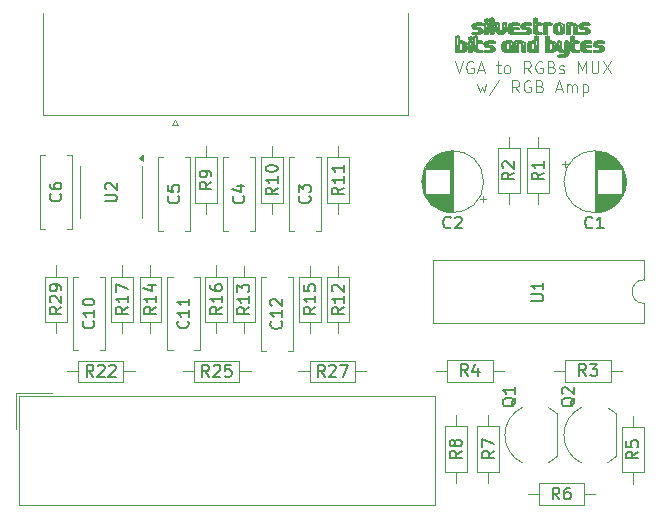
<source format=gbr>
%TF.GenerationSoftware,KiCad,Pcbnew,8.0.1*%
%TF.CreationDate,2024-06-07T20:59:54+10:00*%
%TF.ProjectId,arcade,61726361-6465-42e6-9b69-6361645f7063,rev?*%
%TF.SameCoordinates,Original*%
%TF.FileFunction,Legend,Top*%
%TF.FilePolarity,Positive*%
%FSLAX46Y46*%
G04 Gerber Fmt 4.6, Leading zero omitted, Abs format (unit mm)*
G04 Created by KiCad (PCBNEW 8.0.1) date 2024-06-07 20:59:54*
%MOMM*%
%LPD*%
G01*
G04 APERTURE LIST*
%ADD10C,0.100000*%
%ADD11C,0.150000*%
%ADD12C,0.120000*%
%ADD13C,0.010000*%
G04 APERTURE END LIST*
D10*
X118780952Y-87962475D02*
X119114285Y-88962475D01*
X119114285Y-88962475D02*
X119447618Y-87962475D01*
X120304761Y-88010094D02*
X120209523Y-87962475D01*
X120209523Y-87962475D02*
X120066666Y-87962475D01*
X120066666Y-87962475D02*
X119923809Y-88010094D01*
X119923809Y-88010094D02*
X119828571Y-88105332D01*
X119828571Y-88105332D02*
X119780952Y-88200570D01*
X119780952Y-88200570D02*
X119733333Y-88391046D01*
X119733333Y-88391046D02*
X119733333Y-88533903D01*
X119733333Y-88533903D02*
X119780952Y-88724379D01*
X119780952Y-88724379D02*
X119828571Y-88819617D01*
X119828571Y-88819617D02*
X119923809Y-88914856D01*
X119923809Y-88914856D02*
X120066666Y-88962475D01*
X120066666Y-88962475D02*
X120161904Y-88962475D01*
X120161904Y-88962475D02*
X120304761Y-88914856D01*
X120304761Y-88914856D02*
X120352380Y-88867236D01*
X120352380Y-88867236D02*
X120352380Y-88533903D01*
X120352380Y-88533903D02*
X120161904Y-88533903D01*
X120733333Y-88676760D02*
X121209523Y-88676760D01*
X120638095Y-88962475D02*
X120971428Y-87962475D01*
X120971428Y-87962475D02*
X121304761Y-88962475D01*
X122257143Y-88295808D02*
X122638095Y-88295808D01*
X122400000Y-87962475D02*
X122400000Y-88819617D01*
X122400000Y-88819617D02*
X122447619Y-88914856D01*
X122447619Y-88914856D02*
X122542857Y-88962475D01*
X122542857Y-88962475D02*
X122638095Y-88962475D01*
X123114286Y-88962475D02*
X123019048Y-88914856D01*
X123019048Y-88914856D02*
X122971429Y-88867236D01*
X122971429Y-88867236D02*
X122923810Y-88771998D01*
X122923810Y-88771998D02*
X122923810Y-88486284D01*
X122923810Y-88486284D02*
X122971429Y-88391046D01*
X122971429Y-88391046D02*
X123019048Y-88343427D01*
X123019048Y-88343427D02*
X123114286Y-88295808D01*
X123114286Y-88295808D02*
X123257143Y-88295808D01*
X123257143Y-88295808D02*
X123352381Y-88343427D01*
X123352381Y-88343427D02*
X123400000Y-88391046D01*
X123400000Y-88391046D02*
X123447619Y-88486284D01*
X123447619Y-88486284D02*
X123447619Y-88771998D01*
X123447619Y-88771998D02*
X123400000Y-88867236D01*
X123400000Y-88867236D02*
X123352381Y-88914856D01*
X123352381Y-88914856D02*
X123257143Y-88962475D01*
X123257143Y-88962475D02*
X123114286Y-88962475D01*
X125209524Y-88962475D02*
X124876191Y-88486284D01*
X124638096Y-88962475D02*
X124638096Y-87962475D01*
X124638096Y-87962475D02*
X125019048Y-87962475D01*
X125019048Y-87962475D02*
X125114286Y-88010094D01*
X125114286Y-88010094D02*
X125161905Y-88057713D01*
X125161905Y-88057713D02*
X125209524Y-88152951D01*
X125209524Y-88152951D02*
X125209524Y-88295808D01*
X125209524Y-88295808D02*
X125161905Y-88391046D01*
X125161905Y-88391046D02*
X125114286Y-88438665D01*
X125114286Y-88438665D02*
X125019048Y-88486284D01*
X125019048Y-88486284D02*
X124638096Y-88486284D01*
X126161905Y-88010094D02*
X126066667Y-87962475D01*
X126066667Y-87962475D02*
X125923810Y-87962475D01*
X125923810Y-87962475D02*
X125780953Y-88010094D01*
X125780953Y-88010094D02*
X125685715Y-88105332D01*
X125685715Y-88105332D02*
X125638096Y-88200570D01*
X125638096Y-88200570D02*
X125590477Y-88391046D01*
X125590477Y-88391046D02*
X125590477Y-88533903D01*
X125590477Y-88533903D02*
X125638096Y-88724379D01*
X125638096Y-88724379D02*
X125685715Y-88819617D01*
X125685715Y-88819617D02*
X125780953Y-88914856D01*
X125780953Y-88914856D02*
X125923810Y-88962475D01*
X125923810Y-88962475D02*
X126019048Y-88962475D01*
X126019048Y-88962475D02*
X126161905Y-88914856D01*
X126161905Y-88914856D02*
X126209524Y-88867236D01*
X126209524Y-88867236D02*
X126209524Y-88533903D01*
X126209524Y-88533903D02*
X126019048Y-88533903D01*
X126971429Y-88438665D02*
X127114286Y-88486284D01*
X127114286Y-88486284D02*
X127161905Y-88533903D01*
X127161905Y-88533903D02*
X127209524Y-88629141D01*
X127209524Y-88629141D02*
X127209524Y-88771998D01*
X127209524Y-88771998D02*
X127161905Y-88867236D01*
X127161905Y-88867236D02*
X127114286Y-88914856D01*
X127114286Y-88914856D02*
X127019048Y-88962475D01*
X127019048Y-88962475D02*
X126638096Y-88962475D01*
X126638096Y-88962475D02*
X126638096Y-87962475D01*
X126638096Y-87962475D02*
X126971429Y-87962475D01*
X126971429Y-87962475D02*
X127066667Y-88010094D01*
X127066667Y-88010094D02*
X127114286Y-88057713D01*
X127114286Y-88057713D02*
X127161905Y-88152951D01*
X127161905Y-88152951D02*
X127161905Y-88248189D01*
X127161905Y-88248189D02*
X127114286Y-88343427D01*
X127114286Y-88343427D02*
X127066667Y-88391046D01*
X127066667Y-88391046D02*
X126971429Y-88438665D01*
X126971429Y-88438665D02*
X126638096Y-88438665D01*
X127590477Y-88914856D02*
X127685715Y-88962475D01*
X127685715Y-88962475D02*
X127876191Y-88962475D01*
X127876191Y-88962475D02*
X127971429Y-88914856D01*
X127971429Y-88914856D02*
X128019048Y-88819617D01*
X128019048Y-88819617D02*
X128019048Y-88771998D01*
X128019048Y-88771998D02*
X127971429Y-88676760D01*
X127971429Y-88676760D02*
X127876191Y-88629141D01*
X127876191Y-88629141D02*
X127733334Y-88629141D01*
X127733334Y-88629141D02*
X127638096Y-88581522D01*
X127638096Y-88581522D02*
X127590477Y-88486284D01*
X127590477Y-88486284D02*
X127590477Y-88438665D01*
X127590477Y-88438665D02*
X127638096Y-88343427D01*
X127638096Y-88343427D02*
X127733334Y-88295808D01*
X127733334Y-88295808D02*
X127876191Y-88295808D01*
X127876191Y-88295808D02*
X127971429Y-88343427D01*
X129209525Y-88962475D02*
X129209525Y-87962475D01*
X129209525Y-87962475D02*
X129542858Y-88676760D01*
X129542858Y-88676760D02*
X129876191Y-87962475D01*
X129876191Y-87962475D02*
X129876191Y-88962475D01*
X130352382Y-87962475D02*
X130352382Y-88771998D01*
X130352382Y-88771998D02*
X130400001Y-88867236D01*
X130400001Y-88867236D02*
X130447620Y-88914856D01*
X130447620Y-88914856D02*
X130542858Y-88962475D01*
X130542858Y-88962475D02*
X130733334Y-88962475D01*
X130733334Y-88962475D02*
X130828572Y-88914856D01*
X130828572Y-88914856D02*
X130876191Y-88867236D01*
X130876191Y-88867236D02*
X130923810Y-88771998D01*
X130923810Y-88771998D02*
X130923810Y-87962475D01*
X131304763Y-87962475D02*
X131971429Y-88962475D01*
X131971429Y-87962475D02*
X131304763Y-88962475D01*
X120685714Y-89905752D02*
X120876190Y-90572419D01*
X120876190Y-90572419D02*
X121066666Y-90096228D01*
X121066666Y-90096228D02*
X121257142Y-90572419D01*
X121257142Y-90572419D02*
X121447618Y-89905752D01*
X122542856Y-89524800D02*
X121685714Y-90810514D01*
X124209523Y-90572419D02*
X123876190Y-90096228D01*
X123638095Y-90572419D02*
X123638095Y-89572419D01*
X123638095Y-89572419D02*
X124019047Y-89572419D01*
X124019047Y-89572419D02*
X124114285Y-89620038D01*
X124114285Y-89620038D02*
X124161904Y-89667657D01*
X124161904Y-89667657D02*
X124209523Y-89762895D01*
X124209523Y-89762895D02*
X124209523Y-89905752D01*
X124209523Y-89905752D02*
X124161904Y-90000990D01*
X124161904Y-90000990D02*
X124114285Y-90048609D01*
X124114285Y-90048609D02*
X124019047Y-90096228D01*
X124019047Y-90096228D02*
X123638095Y-90096228D01*
X125161904Y-89620038D02*
X125066666Y-89572419D01*
X125066666Y-89572419D02*
X124923809Y-89572419D01*
X124923809Y-89572419D02*
X124780952Y-89620038D01*
X124780952Y-89620038D02*
X124685714Y-89715276D01*
X124685714Y-89715276D02*
X124638095Y-89810514D01*
X124638095Y-89810514D02*
X124590476Y-90000990D01*
X124590476Y-90000990D02*
X124590476Y-90143847D01*
X124590476Y-90143847D02*
X124638095Y-90334323D01*
X124638095Y-90334323D02*
X124685714Y-90429561D01*
X124685714Y-90429561D02*
X124780952Y-90524800D01*
X124780952Y-90524800D02*
X124923809Y-90572419D01*
X124923809Y-90572419D02*
X125019047Y-90572419D01*
X125019047Y-90572419D02*
X125161904Y-90524800D01*
X125161904Y-90524800D02*
X125209523Y-90477180D01*
X125209523Y-90477180D02*
X125209523Y-90143847D01*
X125209523Y-90143847D02*
X125019047Y-90143847D01*
X125971428Y-90048609D02*
X126114285Y-90096228D01*
X126114285Y-90096228D02*
X126161904Y-90143847D01*
X126161904Y-90143847D02*
X126209523Y-90239085D01*
X126209523Y-90239085D02*
X126209523Y-90381942D01*
X126209523Y-90381942D02*
X126161904Y-90477180D01*
X126161904Y-90477180D02*
X126114285Y-90524800D01*
X126114285Y-90524800D02*
X126019047Y-90572419D01*
X126019047Y-90572419D02*
X125638095Y-90572419D01*
X125638095Y-90572419D02*
X125638095Y-89572419D01*
X125638095Y-89572419D02*
X125971428Y-89572419D01*
X125971428Y-89572419D02*
X126066666Y-89620038D01*
X126066666Y-89620038D02*
X126114285Y-89667657D01*
X126114285Y-89667657D02*
X126161904Y-89762895D01*
X126161904Y-89762895D02*
X126161904Y-89858133D01*
X126161904Y-89858133D02*
X126114285Y-89953371D01*
X126114285Y-89953371D02*
X126066666Y-90000990D01*
X126066666Y-90000990D02*
X125971428Y-90048609D01*
X125971428Y-90048609D02*
X125638095Y-90048609D01*
X127352381Y-90286704D02*
X127828571Y-90286704D01*
X127257143Y-90572419D02*
X127590476Y-89572419D01*
X127590476Y-89572419D02*
X127923809Y-90572419D01*
X128257143Y-90572419D02*
X128257143Y-89905752D01*
X128257143Y-90000990D02*
X128304762Y-89953371D01*
X128304762Y-89953371D02*
X128400000Y-89905752D01*
X128400000Y-89905752D02*
X128542857Y-89905752D01*
X128542857Y-89905752D02*
X128638095Y-89953371D01*
X128638095Y-89953371D02*
X128685714Y-90048609D01*
X128685714Y-90048609D02*
X128685714Y-90572419D01*
X128685714Y-90048609D02*
X128733333Y-89953371D01*
X128733333Y-89953371D02*
X128828571Y-89905752D01*
X128828571Y-89905752D02*
X128971428Y-89905752D01*
X128971428Y-89905752D02*
X129066667Y-89953371D01*
X129066667Y-89953371D02*
X129114286Y-90048609D01*
X129114286Y-90048609D02*
X129114286Y-90572419D01*
X129590476Y-89905752D02*
X129590476Y-90905752D01*
X129590476Y-89953371D02*
X129685714Y-89905752D01*
X129685714Y-89905752D02*
X129876190Y-89905752D01*
X129876190Y-89905752D02*
X129971428Y-89953371D01*
X129971428Y-89953371D02*
X130019047Y-90000990D01*
X130019047Y-90000990D02*
X130066666Y-90096228D01*
X130066666Y-90096228D02*
X130066666Y-90381942D01*
X130066666Y-90381942D02*
X130019047Y-90477180D01*
X130019047Y-90477180D02*
X129971428Y-90524800D01*
X129971428Y-90524800D02*
X129876190Y-90572419D01*
X129876190Y-90572419D02*
X129685714Y-90572419D01*
X129685714Y-90572419D02*
X129590476Y-90524800D01*
D11*
X88159580Y-109942857D02*
X88207200Y-109990476D01*
X88207200Y-109990476D02*
X88254819Y-110133333D01*
X88254819Y-110133333D02*
X88254819Y-110228571D01*
X88254819Y-110228571D02*
X88207200Y-110371428D01*
X88207200Y-110371428D02*
X88111961Y-110466666D01*
X88111961Y-110466666D02*
X88016723Y-110514285D01*
X88016723Y-110514285D02*
X87826247Y-110561904D01*
X87826247Y-110561904D02*
X87683390Y-110561904D01*
X87683390Y-110561904D02*
X87492914Y-110514285D01*
X87492914Y-110514285D02*
X87397676Y-110466666D01*
X87397676Y-110466666D02*
X87302438Y-110371428D01*
X87302438Y-110371428D02*
X87254819Y-110228571D01*
X87254819Y-110228571D02*
X87254819Y-110133333D01*
X87254819Y-110133333D02*
X87302438Y-109990476D01*
X87302438Y-109990476D02*
X87350057Y-109942857D01*
X88254819Y-108990476D02*
X88254819Y-109561904D01*
X88254819Y-109276190D02*
X87254819Y-109276190D01*
X87254819Y-109276190D02*
X87397676Y-109371428D01*
X87397676Y-109371428D02*
X87492914Y-109466666D01*
X87492914Y-109466666D02*
X87540533Y-109561904D01*
X87254819Y-108371428D02*
X87254819Y-108276190D01*
X87254819Y-108276190D02*
X87302438Y-108180952D01*
X87302438Y-108180952D02*
X87350057Y-108133333D01*
X87350057Y-108133333D02*
X87445295Y-108085714D01*
X87445295Y-108085714D02*
X87635771Y-108038095D01*
X87635771Y-108038095D02*
X87873866Y-108038095D01*
X87873866Y-108038095D02*
X88064342Y-108085714D01*
X88064342Y-108085714D02*
X88159580Y-108133333D01*
X88159580Y-108133333D02*
X88207200Y-108180952D01*
X88207200Y-108180952D02*
X88254819Y-108276190D01*
X88254819Y-108276190D02*
X88254819Y-108371428D01*
X88254819Y-108371428D02*
X88207200Y-108466666D01*
X88207200Y-108466666D02*
X88159580Y-108514285D01*
X88159580Y-108514285D02*
X88064342Y-108561904D01*
X88064342Y-108561904D02*
X87873866Y-108609523D01*
X87873866Y-108609523D02*
X87635771Y-108609523D01*
X87635771Y-108609523D02*
X87445295Y-108561904D01*
X87445295Y-108561904D02*
X87350057Y-108514285D01*
X87350057Y-108514285D02*
X87302438Y-108466666D01*
X87302438Y-108466666D02*
X87254819Y-108371428D01*
X107757142Y-114654819D02*
X107423809Y-114178628D01*
X107185714Y-114654819D02*
X107185714Y-113654819D01*
X107185714Y-113654819D02*
X107566666Y-113654819D01*
X107566666Y-113654819D02*
X107661904Y-113702438D01*
X107661904Y-113702438D02*
X107709523Y-113750057D01*
X107709523Y-113750057D02*
X107757142Y-113845295D01*
X107757142Y-113845295D02*
X107757142Y-113988152D01*
X107757142Y-113988152D02*
X107709523Y-114083390D01*
X107709523Y-114083390D02*
X107661904Y-114131009D01*
X107661904Y-114131009D02*
X107566666Y-114178628D01*
X107566666Y-114178628D02*
X107185714Y-114178628D01*
X108138095Y-113750057D02*
X108185714Y-113702438D01*
X108185714Y-113702438D02*
X108280952Y-113654819D01*
X108280952Y-113654819D02*
X108519047Y-113654819D01*
X108519047Y-113654819D02*
X108614285Y-113702438D01*
X108614285Y-113702438D02*
X108661904Y-113750057D01*
X108661904Y-113750057D02*
X108709523Y-113845295D01*
X108709523Y-113845295D02*
X108709523Y-113940533D01*
X108709523Y-113940533D02*
X108661904Y-114083390D01*
X108661904Y-114083390D02*
X108090476Y-114654819D01*
X108090476Y-114654819D02*
X108709523Y-114654819D01*
X109042857Y-113654819D02*
X109709523Y-113654819D01*
X109709523Y-113654819D02*
X109280952Y-114654819D01*
X98154819Y-98156666D02*
X97678628Y-98489999D01*
X98154819Y-98728094D02*
X97154819Y-98728094D01*
X97154819Y-98728094D02*
X97154819Y-98347142D01*
X97154819Y-98347142D02*
X97202438Y-98251904D01*
X97202438Y-98251904D02*
X97250057Y-98204285D01*
X97250057Y-98204285D02*
X97345295Y-98156666D01*
X97345295Y-98156666D02*
X97488152Y-98156666D01*
X97488152Y-98156666D02*
X97583390Y-98204285D01*
X97583390Y-98204285D02*
X97631009Y-98251904D01*
X97631009Y-98251904D02*
X97678628Y-98347142D01*
X97678628Y-98347142D02*
X97678628Y-98728094D01*
X98154819Y-97680475D02*
X98154819Y-97489999D01*
X98154819Y-97489999D02*
X98107200Y-97394761D01*
X98107200Y-97394761D02*
X98059580Y-97347142D01*
X98059580Y-97347142D02*
X97916723Y-97251904D01*
X97916723Y-97251904D02*
X97726247Y-97204285D01*
X97726247Y-97204285D02*
X97345295Y-97204285D01*
X97345295Y-97204285D02*
X97250057Y-97251904D01*
X97250057Y-97251904D02*
X97202438Y-97299523D01*
X97202438Y-97299523D02*
X97154819Y-97394761D01*
X97154819Y-97394761D02*
X97154819Y-97585237D01*
X97154819Y-97585237D02*
X97202438Y-97680475D01*
X97202438Y-97680475D02*
X97250057Y-97728094D01*
X97250057Y-97728094D02*
X97345295Y-97775713D01*
X97345295Y-97775713D02*
X97583390Y-97775713D01*
X97583390Y-97775713D02*
X97678628Y-97728094D01*
X97678628Y-97728094D02*
X97726247Y-97680475D01*
X97726247Y-97680475D02*
X97773866Y-97585237D01*
X97773866Y-97585237D02*
X97773866Y-97394761D01*
X97773866Y-97394761D02*
X97726247Y-97299523D01*
X97726247Y-97299523D02*
X97678628Y-97251904D01*
X97678628Y-97251904D02*
X97583390Y-97204285D01*
X128920057Y-116425239D02*
X128872438Y-116520477D01*
X128872438Y-116520477D02*
X128777200Y-116615715D01*
X128777200Y-116615715D02*
X128634342Y-116758572D01*
X128634342Y-116758572D02*
X128586723Y-116853810D01*
X128586723Y-116853810D02*
X128586723Y-116949048D01*
X128824819Y-116901429D02*
X128777200Y-116996667D01*
X128777200Y-116996667D02*
X128681961Y-117091905D01*
X128681961Y-117091905D02*
X128491485Y-117139524D01*
X128491485Y-117139524D02*
X128158152Y-117139524D01*
X128158152Y-117139524D02*
X127967676Y-117091905D01*
X127967676Y-117091905D02*
X127872438Y-116996667D01*
X127872438Y-116996667D02*
X127824819Y-116901429D01*
X127824819Y-116901429D02*
X127824819Y-116710953D01*
X127824819Y-116710953D02*
X127872438Y-116615715D01*
X127872438Y-116615715D02*
X127967676Y-116520477D01*
X127967676Y-116520477D02*
X128158152Y-116472858D01*
X128158152Y-116472858D02*
X128491485Y-116472858D01*
X128491485Y-116472858D02*
X128681961Y-116520477D01*
X128681961Y-116520477D02*
X128777200Y-116615715D01*
X128777200Y-116615715D02*
X128824819Y-116710953D01*
X128824819Y-116710953D02*
X128824819Y-116901429D01*
X127920057Y-116091905D02*
X127872438Y-116044286D01*
X127872438Y-116044286D02*
X127824819Y-115949048D01*
X127824819Y-115949048D02*
X127824819Y-115710953D01*
X127824819Y-115710953D02*
X127872438Y-115615715D01*
X127872438Y-115615715D02*
X127920057Y-115568096D01*
X127920057Y-115568096D02*
X128015295Y-115520477D01*
X128015295Y-115520477D02*
X128110533Y-115520477D01*
X128110533Y-115520477D02*
X128253390Y-115568096D01*
X128253390Y-115568096D02*
X128824819Y-116139524D01*
X128824819Y-116139524D02*
X128824819Y-115520477D01*
X118413333Y-101999580D02*
X118365714Y-102047200D01*
X118365714Y-102047200D02*
X118222857Y-102094819D01*
X118222857Y-102094819D02*
X118127619Y-102094819D01*
X118127619Y-102094819D02*
X117984762Y-102047200D01*
X117984762Y-102047200D02*
X117889524Y-101951961D01*
X117889524Y-101951961D02*
X117841905Y-101856723D01*
X117841905Y-101856723D02*
X117794286Y-101666247D01*
X117794286Y-101666247D02*
X117794286Y-101523390D01*
X117794286Y-101523390D02*
X117841905Y-101332914D01*
X117841905Y-101332914D02*
X117889524Y-101237676D01*
X117889524Y-101237676D02*
X117984762Y-101142438D01*
X117984762Y-101142438D02*
X118127619Y-101094819D01*
X118127619Y-101094819D02*
X118222857Y-101094819D01*
X118222857Y-101094819D02*
X118365714Y-101142438D01*
X118365714Y-101142438D02*
X118413333Y-101190057D01*
X118794286Y-101190057D02*
X118841905Y-101142438D01*
X118841905Y-101142438D02*
X118937143Y-101094819D01*
X118937143Y-101094819D02*
X119175238Y-101094819D01*
X119175238Y-101094819D02*
X119270476Y-101142438D01*
X119270476Y-101142438D02*
X119318095Y-101190057D01*
X119318095Y-101190057D02*
X119365714Y-101285295D01*
X119365714Y-101285295D02*
X119365714Y-101380533D01*
X119365714Y-101380533D02*
X119318095Y-101523390D01*
X119318095Y-101523390D02*
X118746667Y-102094819D01*
X118746667Y-102094819D02*
X119365714Y-102094819D01*
X129873333Y-114594819D02*
X129540000Y-114118628D01*
X129301905Y-114594819D02*
X129301905Y-113594819D01*
X129301905Y-113594819D02*
X129682857Y-113594819D01*
X129682857Y-113594819D02*
X129778095Y-113642438D01*
X129778095Y-113642438D02*
X129825714Y-113690057D01*
X129825714Y-113690057D02*
X129873333Y-113785295D01*
X129873333Y-113785295D02*
X129873333Y-113928152D01*
X129873333Y-113928152D02*
X129825714Y-114023390D01*
X129825714Y-114023390D02*
X129778095Y-114071009D01*
X129778095Y-114071009D02*
X129682857Y-114118628D01*
X129682857Y-114118628D02*
X129301905Y-114118628D01*
X130206667Y-113594819D02*
X130825714Y-113594819D01*
X130825714Y-113594819D02*
X130492381Y-113975771D01*
X130492381Y-113975771D02*
X130635238Y-113975771D01*
X130635238Y-113975771D02*
X130730476Y-114023390D01*
X130730476Y-114023390D02*
X130778095Y-114071009D01*
X130778095Y-114071009D02*
X130825714Y-114166247D01*
X130825714Y-114166247D02*
X130825714Y-114404342D01*
X130825714Y-114404342D02*
X130778095Y-114499580D01*
X130778095Y-114499580D02*
X130730476Y-114547200D01*
X130730476Y-114547200D02*
X130635238Y-114594819D01*
X130635238Y-114594819D02*
X130349524Y-114594819D01*
X130349524Y-114594819D02*
X130254286Y-114547200D01*
X130254286Y-114547200D02*
X130206667Y-114499580D01*
X109354819Y-98632857D02*
X108878628Y-98966190D01*
X109354819Y-99204285D02*
X108354819Y-99204285D01*
X108354819Y-99204285D02*
X108354819Y-98823333D01*
X108354819Y-98823333D02*
X108402438Y-98728095D01*
X108402438Y-98728095D02*
X108450057Y-98680476D01*
X108450057Y-98680476D02*
X108545295Y-98632857D01*
X108545295Y-98632857D02*
X108688152Y-98632857D01*
X108688152Y-98632857D02*
X108783390Y-98680476D01*
X108783390Y-98680476D02*
X108831009Y-98728095D01*
X108831009Y-98728095D02*
X108878628Y-98823333D01*
X108878628Y-98823333D02*
X108878628Y-99204285D01*
X109354819Y-97680476D02*
X109354819Y-98251904D01*
X109354819Y-97966190D02*
X108354819Y-97966190D01*
X108354819Y-97966190D02*
X108497676Y-98061428D01*
X108497676Y-98061428D02*
X108592914Y-98156666D01*
X108592914Y-98156666D02*
X108640533Y-98251904D01*
X109354819Y-96728095D02*
X109354819Y-97299523D01*
X109354819Y-97013809D02*
X108354819Y-97013809D01*
X108354819Y-97013809D02*
X108497676Y-97109047D01*
X108497676Y-97109047D02*
X108592914Y-97204285D01*
X108592914Y-97204285D02*
X108640533Y-97299523D01*
X134284819Y-120996666D02*
X133808628Y-121329999D01*
X134284819Y-121568094D02*
X133284819Y-121568094D01*
X133284819Y-121568094D02*
X133284819Y-121187142D01*
X133284819Y-121187142D02*
X133332438Y-121091904D01*
X133332438Y-121091904D02*
X133380057Y-121044285D01*
X133380057Y-121044285D02*
X133475295Y-120996666D01*
X133475295Y-120996666D02*
X133618152Y-120996666D01*
X133618152Y-120996666D02*
X133713390Y-121044285D01*
X133713390Y-121044285D02*
X133761009Y-121091904D01*
X133761009Y-121091904D02*
X133808628Y-121187142D01*
X133808628Y-121187142D02*
X133808628Y-121568094D01*
X133284819Y-120091904D02*
X133284819Y-120568094D01*
X133284819Y-120568094D02*
X133761009Y-120615713D01*
X133761009Y-120615713D02*
X133713390Y-120568094D01*
X133713390Y-120568094D02*
X133665771Y-120472856D01*
X133665771Y-120472856D02*
X133665771Y-120234761D01*
X133665771Y-120234761D02*
X133713390Y-120139523D01*
X133713390Y-120139523D02*
X133761009Y-120091904D01*
X133761009Y-120091904D02*
X133856247Y-120044285D01*
X133856247Y-120044285D02*
X134094342Y-120044285D01*
X134094342Y-120044285D02*
X134189580Y-120091904D01*
X134189580Y-120091904D02*
X134237200Y-120139523D01*
X134237200Y-120139523D02*
X134284819Y-120234761D01*
X134284819Y-120234761D02*
X134284819Y-120472856D01*
X134284819Y-120472856D02*
X134237200Y-120568094D01*
X134237200Y-120568094D02*
X134189580Y-120615713D01*
X103754819Y-98642857D02*
X103278628Y-98976190D01*
X103754819Y-99214285D02*
X102754819Y-99214285D01*
X102754819Y-99214285D02*
X102754819Y-98833333D01*
X102754819Y-98833333D02*
X102802438Y-98738095D01*
X102802438Y-98738095D02*
X102850057Y-98690476D01*
X102850057Y-98690476D02*
X102945295Y-98642857D01*
X102945295Y-98642857D02*
X103088152Y-98642857D01*
X103088152Y-98642857D02*
X103183390Y-98690476D01*
X103183390Y-98690476D02*
X103231009Y-98738095D01*
X103231009Y-98738095D02*
X103278628Y-98833333D01*
X103278628Y-98833333D02*
X103278628Y-99214285D01*
X103754819Y-97690476D02*
X103754819Y-98261904D01*
X103754819Y-97976190D02*
X102754819Y-97976190D01*
X102754819Y-97976190D02*
X102897676Y-98071428D01*
X102897676Y-98071428D02*
X102992914Y-98166666D01*
X102992914Y-98166666D02*
X103040533Y-98261904D01*
X102754819Y-97071428D02*
X102754819Y-96976190D01*
X102754819Y-96976190D02*
X102802438Y-96880952D01*
X102802438Y-96880952D02*
X102850057Y-96833333D01*
X102850057Y-96833333D02*
X102945295Y-96785714D01*
X102945295Y-96785714D02*
X103135771Y-96738095D01*
X103135771Y-96738095D02*
X103373866Y-96738095D01*
X103373866Y-96738095D02*
X103564342Y-96785714D01*
X103564342Y-96785714D02*
X103659580Y-96833333D01*
X103659580Y-96833333D02*
X103707200Y-96880952D01*
X103707200Y-96880952D02*
X103754819Y-96976190D01*
X103754819Y-96976190D02*
X103754819Y-97071428D01*
X103754819Y-97071428D02*
X103707200Y-97166666D01*
X103707200Y-97166666D02*
X103659580Y-97214285D01*
X103659580Y-97214285D02*
X103564342Y-97261904D01*
X103564342Y-97261904D02*
X103373866Y-97309523D01*
X103373866Y-97309523D02*
X103135771Y-97309523D01*
X103135771Y-97309523D02*
X102945295Y-97261904D01*
X102945295Y-97261904D02*
X102850057Y-97214285D01*
X102850057Y-97214285D02*
X102802438Y-97166666D01*
X102802438Y-97166666D02*
X102754819Y-97071428D01*
X119873333Y-114594819D02*
X119540000Y-114118628D01*
X119301905Y-114594819D02*
X119301905Y-113594819D01*
X119301905Y-113594819D02*
X119682857Y-113594819D01*
X119682857Y-113594819D02*
X119778095Y-113642438D01*
X119778095Y-113642438D02*
X119825714Y-113690057D01*
X119825714Y-113690057D02*
X119873333Y-113785295D01*
X119873333Y-113785295D02*
X119873333Y-113928152D01*
X119873333Y-113928152D02*
X119825714Y-114023390D01*
X119825714Y-114023390D02*
X119778095Y-114071009D01*
X119778095Y-114071009D02*
X119682857Y-114118628D01*
X119682857Y-114118628D02*
X119301905Y-114118628D01*
X120730476Y-113928152D02*
X120730476Y-114594819D01*
X120492381Y-113547200D02*
X120254286Y-114261485D01*
X120254286Y-114261485D02*
X120873333Y-114261485D01*
X91054819Y-108742857D02*
X90578628Y-109076190D01*
X91054819Y-109314285D02*
X90054819Y-109314285D01*
X90054819Y-109314285D02*
X90054819Y-108933333D01*
X90054819Y-108933333D02*
X90102438Y-108838095D01*
X90102438Y-108838095D02*
X90150057Y-108790476D01*
X90150057Y-108790476D02*
X90245295Y-108742857D01*
X90245295Y-108742857D02*
X90388152Y-108742857D01*
X90388152Y-108742857D02*
X90483390Y-108790476D01*
X90483390Y-108790476D02*
X90531009Y-108838095D01*
X90531009Y-108838095D02*
X90578628Y-108933333D01*
X90578628Y-108933333D02*
X90578628Y-109314285D01*
X91054819Y-107790476D02*
X91054819Y-108361904D01*
X91054819Y-108076190D02*
X90054819Y-108076190D01*
X90054819Y-108076190D02*
X90197676Y-108171428D01*
X90197676Y-108171428D02*
X90292914Y-108266666D01*
X90292914Y-108266666D02*
X90340533Y-108361904D01*
X90054819Y-107457142D02*
X90054819Y-106790476D01*
X90054819Y-106790476D02*
X91054819Y-107219047D01*
X85359580Y-99166666D02*
X85407200Y-99214285D01*
X85407200Y-99214285D02*
X85454819Y-99357142D01*
X85454819Y-99357142D02*
X85454819Y-99452380D01*
X85454819Y-99452380D02*
X85407200Y-99595237D01*
X85407200Y-99595237D02*
X85311961Y-99690475D01*
X85311961Y-99690475D02*
X85216723Y-99738094D01*
X85216723Y-99738094D02*
X85026247Y-99785713D01*
X85026247Y-99785713D02*
X84883390Y-99785713D01*
X84883390Y-99785713D02*
X84692914Y-99738094D01*
X84692914Y-99738094D02*
X84597676Y-99690475D01*
X84597676Y-99690475D02*
X84502438Y-99595237D01*
X84502438Y-99595237D02*
X84454819Y-99452380D01*
X84454819Y-99452380D02*
X84454819Y-99357142D01*
X84454819Y-99357142D02*
X84502438Y-99214285D01*
X84502438Y-99214285D02*
X84550057Y-99166666D01*
X84454819Y-98309523D02*
X84454819Y-98499999D01*
X84454819Y-98499999D02*
X84502438Y-98595237D01*
X84502438Y-98595237D02*
X84550057Y-98642856D01*
X84550057Y-98642856D02*
X84692914Y-98738094D01*
X84692914Y-98738094D02*
X84883390Y-98785713D01*
X84883390Y-98785713D02*
X85264342Y-98785713D01*
X85264342Y-98785713D02*
X85359580Y-98738094D01*
X85359580Y-98738094D02*
X85407200Y-98690475D01*
X85407200Y-98690475D02*
X85454819Y-98595237D01*
X85454819Y-98595237D02*
X85454819Y-98404761D01*
X85454819Y-98404761D02*
X85407200Y-98309523D01*
X85407200Y-98309523D02*
X85359580Y-98261904D01*
X85359580Y-98261904D02*
X85264342Y-98214285D01*
X85264342Y-98214285D02*
X85026247Y-98214285D01*
X85026247Y-98214285D02*
X84931009Y-98261904D01*
X84931009Y-98261904D02*
X84883390Y-98309523D01*
X84883390Y-98309523D02*
X84835771Y-98404761D01*
X84835771Y-98404761D02*
X84835771Y-98595237D01*
X84835771Y-98595237D02*
X84883390Y-98690475D01*
X84883390Y-98690475D02*
X84931009Y-98738094D01*
X84931009Y-98738094D02*
X85026247Y-98785713D01*
X123784819Y-97366666D02*
X123308628Y-97699999D01*
X123784819Y-97938094D02*
X122784819Y-97938094D01*
X122784819Y-97938094D02*
X122784819Y-97557142D01*
X122784819Y-97557142D02*
X122832438Y-97461904D01*
X122832438Y-97461904D02*
X122880057Y-97414285D01*
X122880057Y-97414285D02*
X122975295Y-97366666D01*
X122975295Y-97366666D02*
X123118152Y-97366666D01*
X123118152Y-97366666D02*
X123213390Y-97414285D01*
X123213390Y-97414285D02*
X123261009Y-97461904D01*
X123261009Y-97461904D02*
X123308628Y-97557142D01*
X123308628Y-97557142D02*
X123308628Y-97938094D01*
X122880057Y-96985713D02*
X122832438Y-96938094D01*
X122832438Y-96938094D02*
X122784819Y-96842856D01*
X122784819Y-96842856D02*
X122784819Y-96604761D01*
X122784819Y-96604761D02*
X122832438Y-96509523D01*
X122832438Y-96509523D02*
X122880057Y-96461904D01*
X122880057Y-96461904D02*
X122975295Y-96414285D01*
X122975295Y-96414285D02*
X123070533Y-96414285D01*
X123070533Y-96414285D02*
X123213390Y-96461904D01*
X123213390Y-96461904D02*
X123784819Y-97033332D01*
X123784819Y-97033332D02*
X123784819Y-96414285D01*
X106459580Y-99366666D02*
X106507200Y-99414285D01*
X106507200Y-99414285D02*
X106554819Y-99557142D01*
X106554819Y-99557142D02*
X106554819Y-99652380D01*
X106554819Y-99652380D02*
X106507200Y-99795237D01*
X106507200Y-99795237D02*
X106411961Y-99890475D01*
X106411961Y-99890475D02*
X106316723Y-99938094D01*
X106316723Y-99938094D02*
X106126247Y-99985713D01*
X106126247Y-99985713D02*
X105983390Y-99985713D01*
X105983390Y-99985713D02*
X105792914Y-99938094D01*
X105792914Y-99938094D02*
X105697676Y-99890475D01*
X105697676Y-99890475D02*
X105602438Y-99795237D01*
X105602438Y-99795237D02*
X105554819Y-99652380D01*
X105554819Y-99652380D02*
X105554819Y-99557142D01*
X105554819Y-99557142D02*
X105602438Y-99414285D01*
X105602438Y-99414285D02*
X105650057Y-99366666D01*
X105554819Y-99033332D02*
X105554819Y-98414285D01*
X105554819Y-98414285D02*
X105935771Y-98747618D01*
X105935771Y-98747618D02*
X105935771Y-98604761D01*
X105935771Y-98604761D02*
X105983390Y-98509523D01*
X105983390Y-98509523D02*
X106031009Y-98461904D01*
X106031009Y-98461904D02*
X106126247Y-98414285D01*
X106126247Y-98414285D02*
X106364342Y-98414285D01*
X106364342Y-98414285D02*
X106459580Y-98461904D01*
X106459580Y-98461904D02*
X106507200Y-98509523D01*
X106507200Y-98509523D02*
X106554819Y-98604761D01*
X106554819Y-98604761D02*
X106554819Y-98890475D01*
X106554819Y-98890475D02*
X106507200Y-98985713D01*
X106507200Y-98985713D02*
X106459580Y-99033332D01*
X123920057Y-116425239D02*
X123872438Y-116520477D01*
X123872438Y-116520477D02*
X123777200Y-116615715D01*
X123777200Y-116615715D02*
X123634342Y-116758572D01*
X123634342Y-116758572D02*
X123586723Y-116853810D01*
X123586723Y-116853810D02*
X123586723Y-116949048D01*
X123824819Y-116901429D02*
X123777200Y-116996667D01*
X123777200Y-116996667D02*
X123681961Y-117091905D01*
X123681961Y-117091905D02*
X123491485Y-117139524D01*
X123491485Y-117139524D02*
X123158152Y-117139524D01*
X123158152Y-117139524D02*
X122967676Y-117091905D01*
X122967676Y-117091905D02*
X122872438Y-116996667D01*
X122872438Y-116996667D02*
X122824819Y-116901429D01*
X122824819Y-116901429D02*
X122824819Y-116710953D01*
X122824819Y-116710953D02*
X122872438Y-116615715D01*
X122872438Y-116615715D02*
X122967676Y-116520477D01*
X122967676Y-116520477D02*
X123158152Y-116472858D01*
X123158152Y-116472858D02*
X123491485Y-116472858D01*
X123491485Y-116472858D02*
X123681961Y-116520477D01*
X123681961Y-116520477D02*
X123777200Y-116615715D01*
X123777200Y-116615715D02*
X123824819Y-116710953D01*
X123824819Y-116710953D02*
X123824819Y-116901429D01*
X123824819Y-115520477D02*
X123824819Y-116091905D01*
X123824819Y-115806191D02*
X122824819Y-115806191D01*
X122824819Y-115806191D02*
X122967676Y-115901429D01*
X122967676Y-115901429D02*
X123062914Y-115996667D01*
X123062914Y-115996667D02*
X123110533Y-116091905D01*
X106954819Y-108742857D02*
X106478628Y-109076190D01*
X106954819Y-109314285D02*
X105954819Y-109314285D01*
X105954819Y-109314285D02*
X105954819Y-108933333D01*
X105954819Y-108933333D02*
X106002438Y-108838095D01*
X106002438Y-108838095D02*
X106050057Y-108790476D01*
X106050057Y-108790476D02*
X106145295Y-108742857D01*
X106145295Y-108742857D02*
X106288152Y-108742857D01*
X106288152Y-108742857D02*
X106383390Y-108790476D01*
X106383390Y-108790476D02*
X106431009Y-108838095D01*
X106431009Y-108838095D02*
X106478628Y-108933333D01*
X106478628Y-108933333D02*
X106478628Y-109314285D01*
X106954819Y-107790476D02*
X106954819Y-108361904D01*
X106954819Y-108076190D02*
X105954819Y-108076190D01*
X105954819Y-108076190D02*
X106097676Y-108171428D01*
X106097676Y-108171428D02*
X106192914Y-108266666D01*
X106192914Y-108266666D02*
X106240533Y-108361904D01*
X105954819Y-106885714D02*
X105954819Y-107361904D01*
X105954819Y-107361904D02*
X106431009Y-107409523D01*
X106431009Y-107409523D02*
X106383390Y-107361904D01*
X106383390Y-107361904D02*
X106335771Y-107266666D01*
X106335771Y-107266666D02*
X106335771Y-107028571D01*
X106335771Y-107028571D02*
X106383390Y-106933333D01*
X106383390Y-106933333D02*
X106431009Y-106885714D01*
X106431009Y-106885714D02*
X106526247Y-106838095D01*
X106526247Y-106838095D02*
X106764342Y-106838095D01*
X106764342Y-106838095D02*
X106859580Y-106885714D01*
X106859580Y-106885714D02*
X106907200Y-106933333D01*
X106907200Y-106933333D02*
X106954819Y-107028571D01*
X106954819Y-107028571D02*
X106954819Y-107266666D01*
X106954819Y-107266666D02*
X106907200Y-107361904D01*
X106907200Y-107361904D02*
X106859580Y-107409523D01*
X109354819Y-108752857D02*
X108878628Y-109086190D01*
X109354819Y-109324285D02*
X108354819Y-109324285D01*
X108354819Y-109324285D02*
X108354819Y-108943333D01*
X108354819Y-108943333D02*
X108402438Y-108848095D01*
X108402438Y-108848095D02*
X108450057Y-108800476D01*
X108450057Y-108800476D02*
X108545295Y-108752857D01*
X108545295Y-108752857D02*
X108688152Y-108752857D01*
X108688152Y-108752857D02*
X108783390Y-108800476D01*
X108783390Y-108800476D02*
X108831009Y-108848095D01*
X108831009Y-108848095D02*
X108878628Y-108943333D01*
X108878628Y-108943333D02*
X108878628Y-109324285D01*
X109354819Y-107800476D02*
X109354819Y-108371904D01*
X109354819Y-108086190D02*
X108354819Y-108086190D01*
X108354819Y-108086190D02*
X108497676Y-108181428D01*
X108497676Y-108181428D02*
X108592914Y-108276666D01*
X108592914Y-108276666D02*
X108640533Y-108371904D01*
X108450057Y-107419523D02*
X108402438Y-107371904D01*
X108402438Y-107371904D02*
X108354819Y-107276666D01*
X108354819Y-107276666D02*
X108354819Y-107038571D01*
X108354819Y-107038571D02*
X108402438Y-106943333D01*
X108402438Y-106943333D02*
X108450057Y-106895714D01*
X108450057Y-106895714D02*
X108545295Y-106848095D01*
X108545295Y-106848095D02*
X108640533Y-106848095D01*
X108640533Y-106848095D02*
X108783390Y-106895714D01*
X108783390Y-106895714D02*
X109354819Y-107467142D01*
X109354819Y-107467142D02*
X109354819Y-106848095D01*
X104059580Y-109962857D02*
X104107200Y-110010476D01*
X104107200Y-110010476D02*
X104154819Y-110153333D01*
X104154819Y-110153333D02*
X104154819Y-110248571D01*
X104154819Y-110248571D02*
X104107200Y-110391428D01*
X104107200Y-110391428D02*
X104011961Y-110486666D01*
X104011961Y-110486666D02*
X103916723Y-110534285D01*
X103916723Y-110534285D02*
X103726247Y-110581904D01*
X103726247Y-110581904D02*
X103583390Y-110581904D01*
X103583390Y-110581904D02*
X103392914Y-110534285D01*
X103392914Y-110534285D02*
X103297676Y-110486666D01*
X103297676Y-110486666D02*
X103202438Y-110391428D01*
X103202438Y-110391428D02*
X103154819Y-110248571D01*
X103154819Y-110248571D02*
X103154819Y-110153333D01*
X103154819Y-110153333D02*
X103202438Y-110010476D01*
X103202438Y-110010476D02*
X103250057Y-109962857D01*
X104154819Y-109010476D02*
X104154819Y-109581904D01*
X104154819Y-109296190D02*
X103154819Y-109296190D01*
X103154819Y-109296190D02*
X103297676Y-109391428D01*
X103297676Y-109391428D02*
X103392914Y-109486666D01*
X103392914Y-109486666D02*
X103440533Y-109581904D01*
X103250057Y-108629523D02*
X103202438Y-108581904D01*
X103202438Y-108581904D02*
X103154819Y-108486666D01*
X103154819Y-108486666D02*
X103154819Y-108248571D01*
X103154819Y-108248571D02*
X103202438Y-108153333D01*
X103202438Y-108153333D02*
X103250057Y-108105714D01*
X103250057Y-108105714D02*
X103345295Y-108058095D01*
X103345295Y-108058095D02*
X103440533Y-108058095D01*
X103440533Y-108058095D02*
X103583390Y-108105714D01*
X103583390Y-108105714D02*
X104154819Y-108677142D01*
X104154819Y-108677142D02*
X104154819Y-108058095D01*
X122094819Y-120936667D02*
X121618628Y-121270000D01*
X122094819Y-121508095D02*
X121094819Y-121508095D01*
X121094819Y-121508095D02*
X121094819Y-121127143D01*
X121094819Y-121127143D02*
X121142438Y-121031905D01*
X121142438Y-121031905D02*
X121190057Y-120984286D01*
X121190057Y-120984286D02*
X121285295Y-120936667D01*
X121285295Y-120936667D02*
X121428152Y-120936667D01*
X121428152Y-120936667D02*
X121523390Y-120984286D01*
X121523390Y-120984286D02*
X121571009Y-121031905D01*
X121571009Y-121031905D02*
X121618628Y-121127143D01*
X121618628Y-121127143D02*
X121618628Y-121508095D01*
X121094819Y-120603333D02*
X121094819Y-119936667D01*
X121094819Y-119936667D02*
X122094819Y-120365238D01*
X101354819Y-108752857D02*
X100878628Y-109086190D01*
X101354819Y-109324285D02*
X100354819Y-109324285D01*
X100354819Y-109324285D02*
X100354819Y-108943333D01*
X100354819Y-108943333D02*
X100402438Y-108848095D01*
X100402438Y-108848095D02*
X100450057Y-108800476D01*
X100450057Y-108800476D02*
X100545295Y-108752857D01*
X100545295Y-108752857D02*
X100688152Y-108752857D01*
X100688152Y-108752857D02*
X100783390Y-108800476D01*
X100783390Y-108800476D02*
X100831009Y-108848095D01*
X100831009Y-108848095D02*
X100878628Y-108943333D01*
X100878628Y-108943333D02*
X100878628Y-109324285D01*
X101354819Y-107800476D02*
X101354819Y-108371904D01*
X101354819Y-108086190D02*
X100354819Y-108086190D01*
X100354819Y-108086190D02*
X100497676Y-108181428D01*
X100497676Y-108181428D02*
X100592914Y-108276666D01*
X100592914Y-108276666D02*
X100640533Y-108371904D01*
X100354819Y-107467142D02*
X100354819Y-106848095D01*
X100354819Y-106848095D02*
X100735771Y-107181428D01*
X100735771Y-107181428D02*
X100735771Y-107038571D01*
X100735771Y-107038571D02*
X100783390Y-106943333D01*
X100783390Y-106943333D02*
X100831009Y-106895714D01*
X100831009Y-106895714D02*
X100926247Y-106848095D01*
X100926247Y-106848095D02*
X101164342Y-106848095D01*
X101164342Y-106848095D02*
X101259580Y-106895714D01*
X101259580Y-106895714D02*
X101307200Y-106943333D01*
X101307200Y-106943333D02*
X101354819Y-107038571D01*
X101354819Y-107038571D02*
X101354819Y-107324285D01*
X101354819Y-107324285D02*
X101307200Y-107419523D01*
X101307200Y-107419523D02*
X101259580Y-107467142D01*
X126284819Y-97366666D02*
X125808628Y-97699999D01*
X126284819Y-97938094D02*
X125284819Y-97938094D01*
X125284819Y-97938094D02*
X125284819Y-97557142D01*
X125284819Y-97557142D02*
X125332438Y-97461904D01*
X125332438Y-97461904D02*
X125380057Y-97414285D01*
X125380057Y-97414285D02*
X125475295Y-97366666D01*
X125475295Y-97366666D02*
X125618152Y-97366666D01*
X125618152Y-97366666D02*
X125713390Y-97414285D01*
X125713390Y-97414285D02*
X125761009Y-97461904D01*
X125761009Y-97461904D02*
X125808628Y-97557142D01*
X125808628Y-97557142D02*
X125808628Y-97938094D01*
X126284819Y-96414285D02*
X126284819Y-96985713D01*
X126284819Y-96699999D02*
X125284819Y-96699999D01*
X125284819Y-96699999D02*
X125427676Y-96795237D01*
X125427676Y-96795237D02*
X125522914Y-96890475D01*
X125522914Y-96890475D02*
X125570533Y-96985713D01*
X127623333Y-125034820D02*
X127290000Y-124558629D01*
X127051905Y-125034820D02*
X127051905Y-124034820D01*
X127051905Y-124034820D02*
X127432857Y-124034820D01*
X127432857Y-124034820D02*
X127528095Y-124082439D01*
X127528095Y-124082439D02*
X127575714Y-124130058D01*
X127575714Y-124130058D02*
X127623333Y-124225296D01*
X127623333Y-124225296D02*
X127623333Y-124368153D01*
X127623333Y-124368153D02*
X127575714Y-124463391D01*
X127575714Y-124463391D02*
X127528095Y-124511010D01*
X127528095Y-124511010D02*
X127432857Y-124558629D01*
X127432857Y-124558629D02*
X127051905Y-124558629D01*
X128480476Y-124034820D02*
X128290000Y-124034820D01*
X128290000Y-124034820D02*
X128194762Y-124082439D01*
X128194762Y-124082439D02*
X128147143Y-124130058D01*
X128147143Y-124130058D02*
X128051905Y-124272915D01*
X128051905Y-124272915D02*
X128004286Y-124463391D01*
X128004286Y-124463391D02*
X128004286Y-124844343D01*
X128004286Y-124844343D02*
X128051905Y-124939581D01*
X128051905Y-124939581D02*
X128099524Y-124987201D01*
X128099524Y-124987201D02*
X128194762Y-125034820D01*
X128194762Y-125034820D02*
X128385238Y-125034820D01*
X128385238Y-125034820D02*
X128480476Y-124987201D01*
X128480476Y-124987201D02*
X128528095Y-124939581D01*
X128528095Y-124939581D02*
X128575714Y-124844343D01*
X128575714Y-124844343D02*
X128575714Y-124606248D01*
X128575714Y-124606248D02*
X128528095Y-124511010D01*
X128528095Y-124511010D02*
X128480476Y-124463391D01*
X128480476Y-124463391D02*
X128385238Y-124415772D01*
X128385238Y-124415772D02*
X128194762Y-124415772D01*
X128194762Y-124415772D02*
X128099524Y-124463391D01*
X128099524Y-124463391D02*
X128051905Y-124511010D01*
X128051905Y-124511010D02*
X128004286Y-124606248D01*
X93454819Y-108732857D02*
X92978628Y-109066190D01*
X93454819Y-109304285D02*
X92454819Y-109304285D01*
X92454819Y-109304285D02*
X92454819Y-108923333D01*
X92454819Y-108923333D02*
X92502438Y-108828095D01*
X92502438Y-108828095D02*
X92550057Y-108780476D01*
X92550057Y-108780476D02*
X92645295Y-108732857D01*
X92645295Y-108732857D02*
X92788152Y-108732857D01*
X92788152Y-108732857D02*
X92883390Y-108780476D01*
X92883390Y-108780476D02*
X92931009Y-108828095D01*
X92931009Y-108828095D02*
X92978628Y-108923333D01*
X92978628Y-108923333D02*
X92978628Y-109304285D01*
X93454819Y-107780476D02*
X93454819Y-108351904D01*
X93454819Y-108066190D02*
X92454819Y-108066190D01*
X92454819Y-108066190D02*
X92597676Y-108161428D01*
X92597676Y-108161428D02*
X92692914Y-108256666D01*
X92692914Y-108256666D02*
X92740533Y-108351904D01*
X92788152Y-106923333D02*
X93454819Y-106923333D01*
X92407200Y-107161428D02*
X93121485Y-107399523D01*
X93121485Y-107399523D02*
X93121485Y-106780476D01*
X97957142Y-114654819D02*
X97623809Y-114178628D01*
X97385714Y-114654819D02*
X97385714Y-113654819D01*
X97385714Y-113654819D02*
X97766666Y-113654819D01*
X97766666Y-113654819D02*
X97861904Y-113702438D01*
X97861904Y-113702438D02*
X97909523Y-113750057D01*
X97909523Y-113750057D02*
X97957142Y-113845295D01*
X97957142Y-113845295D02*
X97957142Y-113988152D01*
X97957142Y-113988152D02*
X97909523Y-114083390D01*
X97909523Y-114083390D02*
X97861904Y-114131009D01*
X97861904Y-114131009D02*
X97766666Y-114178628D01*
X97766666Y-114178628D02*
X97385714Y-114178628D01*
X98338095Y-113750057D02*
X98385714Y-113702438D01*
X98385714Y-113702438D02*
X98480952Y-113654819D01*
X98480952Y-113654819D02*
X98719047Y-113654819D01*
X98719047Y-113654819D02*
X98814285Y-113702438D01*
X98814285Y-113702438D02*
X98861904Y-113750057D01*
X98861904Y-113750057D02*
X98909523Y-113845295D01*
X98909523Y-113845295D02*
X98909523Y-113940533D01*
X98909523Y-113940533D02*
X98861904Y-114083390D01*
X98861904Y-114083390D02*
X98290476Y-114654819D01*
X98290476Y-114654819D02*
X98909523Y-114654819D01*
X99814285Y-113654819D02*
X99338095Y-113654819D01*
X99338095Y-113654819D02*
X99290476Y-114131009D01*
X99290476Y-114131009D02*
X99338095Y-114083390D01*
X99338095Y-114083390D02*
X99433333Y-114035771D01*
X99433333Y-114035771D02*
X99671428Y-114035771D01*
X99671428Y-114035771D02*
X99766666Y-114083390D01*
X99766666Y-114083390D02*
X99814285Y-114131009D01*
X99814285Y-114131009D02*
X99861904Y-114226247D01*
X99861904Y-114226247D02*
X99861904Y-114464342D01*
X99861904Y-114464342D02*
X99814285Y-114559580D01*
X99814285Y-114559580D02*
X99766666Y-114607200D01*
X99766666Y-114607200D02*
X99671428Y-114654819D01*
X99671428Y-114654819D02*
X99433333Y-114654819D01*
X99433333Y-114654819D02*
X99338095Y-114607200D01*
X99338095Y-114607200D02*
X99290476Y-114559580D01*
X88157142Y-114654819D02*
X87823809Y-114178628D01*
X87585714Y-114654819D02*
X87585714Y-113654819D01*
X87585714Y-113654819D02*
X87966666Y-113654819D01*
X87966666Y-113654819D02*
X88061904Y-113702438D01*
X88061904Y-113702438D02*
X88109523Y-113750057D01*
X88109523Y-113750057D02*
X88157142Y-113845295D01*
X88157142Y-113845295D02*
X88157142Y-113988152D01*
X88157142Y-113988152D02*
X88109523Y-114083390D01*
X88109523Y-114083390D02*
X88061904Y-114131009D01*
X88061904Y-114131009D02*
X87966666Y-114178628D01*
X87966666Y-114178628D02*
X87585714Y-114178628D01*
X88538095Y-113750057D02*
X88585714Y-113702438D01*
X88585714Y-113702438D02*
X88680952Y-113654819D01*
X88680952Y-113654819D02*
X88919047Y-113654819D01*
X88919047Y-113654819D02*
X89014285Y-113702438D01*
X89014285Y-113702438D02*
X89061904Y-113750057D01*
X89061904Y-113750057D02*
X89109523Y-113845295D01*
X89109523Y-113845295D02*
X89109523Y-113940533D01*
X89109523Y-113940533D02*
X89061904Y-114083390D01*
X89061904Y-114083390D02*
X88490476Y-114654819D01*
X88490476Y-114654819D02*
X89109523Y-114654819D01*
X89490476Y-113750057D02*
X89538095Y-113702438D01*
X89538095Y-113702438D02*
X89633333Y-113654819D01*
X89633333Y-113654819D02*
X89871428Y-113654819D01*
X89871428Y-113654819D02*
X89966666Y-113702438D01*
X89966666Y-113702438D02*
X90014285Y-113750057D01*
X90014285Y-113750057D02*
X90061904Y-113845295D01*
X90061904Y-113845295D02*
X90061904Y-113940533D01*
X90061904Y-113940533D02*
X90014285Y-114083390D01*
X90014285Y-114083390D02*
X89442857Y-114654819D01*
X89442857Y-114654819D02*
X90061904Y-114654819D01*
X119344819Y-120936667D02*
X118868628Y-121270000D01*
X119344819Y-121508095D02*
X118344819Y-121508095D01*
X118344819Y-121508095D02*
X118344819Y-121127143D01*
X118344819Y-121127143D02*
X118392438Y-121031905D01*
X118392438Y-121031905D02*
X118440057Y-120984286D01*
X118440057Y-120984286D02*
X118535295Y-120936667D01*
X118535295Y-120936667D02*
X118678152Y-120936667D01*
X118678152Y-120936667D02*
X118773390Y-120984286D01*
X118773390Y-120984286D02*
X118821009Y-121031905D01*
X118821009Y-121031905D02*
X118868628Y-121127143D01*
X118868628Y-121127143D02*
X118868628Y-121508095D01*
X118773390Y-120365238D02*
X118725771Y-120460476D01*
X118725771Y-120460476D02*
X118678152Y-120508095D01*
X118678152Y-120508095D02*
X118582914Y-120555714D01*
X118582914Y-120555714D02*
X118535295Y-120555714D01*
X118535295Y-120555714D02*
X118440057Y-120508095D01*
X118440057Y-120508095D02*
X118392438Y-120460476D01*
X118392438Y-120460476D02*
X118344819Y-120365238D01*
X118344819Y-120365238D02*
X118344819Y-120174762D01*
X118344819Y-120174762D02*
X118392438Y-120079524D01*
X118392438Y-120079524D02*
X118440057Y-120031905D01*
X118440057Y-120031905D02*
X118535295Y-119984286D01*
X118535295Y-119984286D02*
X118582914Y-119984286D01*
X118582914Y-119984286D02*
X118678152Y-120031905D01*
X118678152Y-120031905D02*
X118725771Y-120079524D01*
X118725771Y-120079524D02*
X118773390Y-120174762D01*
X118773390Y-120174762D02*
X118773390Y-120365238D01*
X118773390Y-120365238D02*
X118821009Y-120460476D01*
X118821009Y-120460476D02*
X118868628Y-120508095D01*
X118868628Y-120508095D02*
X118963866Y-120555714D01*
X118963866Y-120555714D02*
X119154342Y-120555714D01*
X119154342Y-120555714D02*
X119249580Y-120508095D01*
X119249580Y-120508095D02*
X119297200Y-120460476D01*
X119297200Y-120460476D02*
X119344819Y-120365238D01*
X119344819Y-120365238D02*
X119344819Y-120174762D01*
X119344819Y-120174762D02*
X119297200Y-120079524D01*
X119297200Y-120079524D02*
X119249580Y-120031905D01*
X119249580Y-120031905D02*
X119154342Y-119984286D01*
X119154342Y-119984286D02*
X118963866Y-119984286D01*
X118963866Y-119984286D02*
X118868628Y-120031905D01*
X118868628Y-120031905D02*
X118821009Y-120079524D01*
X118821009Y-120079524D02*
X118773390Y-120174762D01*
X95359580Y-99366666D02*
X95407200Y-99414285D01*
X95407200Y-99414285D02*
X95454819Y-99557142D01*
X95454819Y-99557142D02*
X95454819Y-99652380D01*
X95454819Y-99652380D02*
X95407200Y-99795237D01*
X95407200Y-99795237D02*
X95311961Y-99890475D01*
X95311961Y-99890475D02*
X95216723Y-99938094D01*
X95216723Y-99938094D02*
X95026247Y-99985713D01*
X95026247Y-99985713D02*
X94883390Y-99985713D01*
X94883390Y-99985713D02*
X94692914Y-99938094D01*
X94692914Y-99938094D02*
X94597676Y-99890475D01*
X94597676Y-99890475D02*
X94502438Y-99795237D01*
X94502438Y-99795237D02*
X94454819Y-99652380D01*
X94454819Y-99652380D02*
X94454819Y-99557142D01*
X94454819Y-99557142D02*
X94502438Y-99414285D01*
X94502438Y-99414285D02*
X94550057Y-99366666D01*
X94454819Y-98461904D02*
X94454819Y-98938094D01*
X94454819Y-98938094D02*
X94931009Y-98985713D01*
X94931009Y-98985713D02*
X94883390Y-98938094D01*
X94883390Y-98938094D02*
X94835771Y-98842856D01*
X94835771Y-98842856D02*
X94835771Y-98604761D01*
X94835771Y-98604761D02*
X94883390Y-98509523D01*
X94883390Y-98509523D02*
X94931009Y-98461904D01*
X94931009Y-98461904D02*
X95026247Y-98414285D01*
X95026247Y-98414285D02*
X95264342Y-98414285D01*
X95264342Y-98414285D02*
X95359580Y-98461904D01*
X95359580Y-98461904D02*
X95407200Y-98509523D01*
X95407200Y-98509523D02*
X95454819Y-98604761D01*
X95454819Y-98604761D02*
X95454819Y-98842856D01*
X95454819Y-98842856D02*
X95407200Y-98938094D01*
X95407200Y-98938094D02*
X95359580Y-98985713D01*
X85454819Y-108742857D02*
X84978628Y-109076190D01*
X85454819Y-109314285D02*
X84454819Y-109314285D01*
X84454819Y-109314285D02*
X84454819Y-108933333D01*
X84454819Y-108933333D02*
X84502438Y-108838095D01*
X84502438Y-108838095D02*
X84550057Y-108790476D01*
X84550057Y-108790476D02*
X84645295Y-108742857D01*
X84645295Y-108742857D02*
X84788152Y-108742857D01*
X84788152Y-108742857D02*
X84883390Y-108790476D01*
X84883390Y-108790476D02*
X84931009Y-108838095D01*
X84931009Y-108838095D02*
X84978628Y-108933333D01*
X84978628Y-108933333D02*
X84978628Y-109314285D01*
X84550057Y-108361904D02*
X84502438Y-108314285D01*
X84502438Y-108314285D02*
X84454819Y-108219047D01*
X84454819Y-108219047D02*
X84454819Y-107980952D01*
X84454819Y-107980952D02*
X84502438Y-107885714D01*
X84502438Y-107885714D02*
X84550057Y-107838095D01*
X84550057Y-107838095D02*
X84645295Y-107790476D01*
X84645295Y-107790476D02*
X84740533Y-107790476D01*
X84740533Y-107790476D02*
X84883390Y-107838095D01*
X84883390Y-107838095D02*
X85454819Y-108409523D01*
X85454819Y-108409523D02*
X85454819Y-107790476D01*
X85454819Y-107314285D02*
X85454819Y-107123809D01*
X85454819Y-107123809D02*
X85407200Y-107028571D01*
X85407200Y-107028571D02*
X85359580Y-106980952D01*
X85359580Y-106980952D02*
X85216723Y-106885714D01*
X85216723Y-106885714D02*
X85026247Y-106838095D01*
X85026247Y-106838095D02*
X84645295Y-106838095D01*
X84645295Y-106838095D02*
X84550057Y-106885714D01*
X84550057Y-106885714D02*
X84502438Y-106933333D01*
X84502438Y-106933333D02*
X84454819Y-107028571D01*
X84454819Y-107028571D02*
X84454819Y-107219047D01*
X84454819Y-107219047D02*
X84502438Y-107314285D01*
X84502438Y-107314285D02*
X84550057Y-107361904D01*
X84550057Y-107361904D02*
X84645295Y-107409523D01*
X84645295Y-107409523D02*
X84883390Y-107409523D01*
X84883390Y-107409523D02*
X84978628Y-107361904D01*
X84978628Y-107361904D02*
X85026247Y-107314285D01*
X85026247Y-107314285D02*
X85073866Y-107219047D01*
X85073866Y-107219047D02*
X85073866Y-107028571D01*
X85073866Y-107028571D02*
X85026247Y-106933333D01*
X85026247Y-106933333D02*
X84978628Y-106885714D01*
X84978628Y-106885714D02*
X84883390Y-106838095D01*
X125254819Y-108261904D02*
X126064342Y-108261904D01*
X126064342Y-108261904D02*
X126159580Y-108214285D01*
X126159580Y-108214285D02*
X126207200Y-108166666D01*
X126207200Y-108166666D02*
X126254819Y-108071428D01*
X126254819Y-108071428D02*
X126254819Y-107880952D01*
X126254819Y-107880952D02*
X126207200Y-107785714D01*
X126207200Y-107785714D02*
X126159580Y-107738095D01*
X126159580Y-107738095D02*
X126064342Y-107690476D01*
X126064342Y-107690476D02*
X125254819Y-107690476D01*
X126254819Y-106690476D02*
X126254819Y-107261904D01*
X126254819Y-106976190D02*
X125254819Y-106976190D01*
X125254819Y-106976190D02*
X125397676Y-107071428D01*
X125397676Y-107071428D02*
X125492914Y-107166666D01*
X125492914Y-107166666D02*
X125540533Y-107261904D01*
X89154819Y-99799404D02*
X89964342Y-99799404D01*
X89964342Y-99799404D02*
X90059580Y-99751785D01*
X90059580Y-99751785D02*
X90107200Y-99704166D01*
X90107200Y-99704166D02*
X90154819Y-99608928D01*
X90154819Y-99608928D02*
X90154819Y-99418452D01*
X90154819Y-99418452D02*
X90107200Y-99323214D01*
X90107200Y-99323214D02*
X90059580Y-99275595D01*
X90059580Y-99275595D02*
X89964342Y-99227976D01*
X89964342Y-99227976D02*
X89154819Y-99227976D01*
X89250057Y-98799404D02*
X89202438Y-98751785D01*
X89202438Y-98751785D02*
X89154819Y-98656547D01*
X89154819Y-98656547D02*
X89154819Y-98418452D01*
X89154819Y-98418452D02*
X89202438Y-98323214D01*
X89202438Y-98323214D02*
X89250057Y-98275595D01*
X89250057Y-98275595D02*
X89345295Y-98227976D01*
X89345295Y-98227976D02*
X89440533Y-98227976D01*
X89440533Y-98227976D02*
X89583390Y-98275595D01*
X89583390Y-98275595D02*
X90154819Y-98847023D01*
X90154819Y-98847023D02*
X90154819Y-98227976D01*
X96159580Y-109942857D02*
X96207200Y-109990476D01*
X96207200Y-109990476D02*
X96254819Y-110133333D01*
X96254819Y-110133333D02*
X96254819Y-110228571D01*
X96254819Y-110228571D02*
X96207200Y-110371428D01*
X96207200Y-110371428D02*
X96111961Y-110466666D01*
X96111961Y-110466666D02*
X96016723Y-110514285D01*
X96016723Y-110514285D02*
X95826247Y-110561904D01*
X95826247Y-110561904D02*
X95683390Y-110561904D01*
X95683390Y-110561904D02*
X95492914Y-110514285D01*
X95492914Y-110514285D02*
X95397676Y-110466666D01*
X95397676Y-110466666D02*
X95302438Y-110371428D01*
X95302438Y-110371428D02*
X95254819Y-110228571D01*
X95254819Y-110228571D02*
X95254819Y-110133333D01*
X95254819Y-110133333D02*
X95302438Y-109990476D01*
X95302438Y-109990476D02*
X95350057Y-109942857D01*
X96254819Y-108990476D02*
X96254819Y-109561904D01*
X96254819Y-109276190D02*
X95254819Y-109276190D01*
X95254819Y-109276190D02*
X95397676Y-109371428D01*
X95397676Y-109371428D02*
X95492914Y-109466666D01*
X95492914Y-109466666D02*
X95540533Y-109561904D01*
X96254819Y-108038095D02*
X96254819Y-108609523D01*
X96254819Y-108323809D02*
X95254819Y-108323809D01*
X95254819Y-108323809D02*
X95397676Y-108419047D01*
X95397676Y-108419047D02*
X95492914Y-108514285D01*
X95492914Y-108514285D02*
X95540533Y-108609523D01*
X99054819Y-108732857D02*
X98578628Y-109066190D01*
X99054819Y-109304285D02*
X98054819Y-109304285D01*
X98054819Y-109304285D02*
X98054819Y-108923333D01*
X98054819Y-108923333D02*
X98102438Y-108828095D01*
X98102438Y-108828095D02*
X98150057Y-108780476D01*
X98150057Y-108780476D02*
X98245295Y-108732857D01*
X98245295Y-108732857D02*
X98388152Y-108732857D01*
X98388152Y-108732857D02*
X98483390Y-108780476D01*
X98483390Y-108780476D02*
X98531009Y-108828095D01*
X98531009Y-108828095D02*
X98578628Y-108923333D01*
X98578628Y-108923333D02*
X98578628Y-109304285D01*
X99054819Y-107780476D02*
X99054819Y-108351904D01*
X99054819Y-108066190D02*
X98054819Y-108066190D01*
X98054819Y-108066190D02*
X98197676Y-108161428D01*
X98197676Y-108161428D02*
X98292914Y-108256666D01*
X98292914Y-108256666D02*
X98340533Y-108351904D01*
X98054819Y-106923333D02*
X98054819Y-107113809D01*
X98054819Y-107113809D02*
X98102438Y-107209047D01*
X98102438Y-107209047D02*
X98150057Y-107256666D01*
X98150057Y-107256666D02*
X98292914Y-107351904D01*
X98292914Y-107351904D02*
X98483390Y-107399523D01*
X98483390Y-107399523D02*
X98864342Y-107399523D01*
X98864342Y-107399523D02*
X98959580Y-107351904D01*
X98959580Y-107351904D02*
X99007200Y-107304285D01*
X99007200Y-107304285D02*
X99054819Y-107209047D01*
X99054819Y-107209047D02*
X99054819Y-107018571D01*
X99054819Y-107018571D02*
X99007200Y-106923333D01*
X99007200Y-106923333D02*
X98959580Y-106875714D01*
X98959580Y-106875714D02*
X98864342Y-106828095D01*
X98864342Y-106828095D02*
X98626247Y-106828095D01*
X98626247Y-106828095D02*
X98531009Y-106875714D01*
X98531009Y-106875714D02*
X98483390Y-106923333D01*
X98483390Y-106923333D02*
X98435771Y-107018571D01*
X98435771Y-107018571D02*
X98435771Y-107209047D01*
X98435771Y-107209047D02*
X98483390Y-107304285D01*
X98483390Y-107304285D02*
X98531009Y-107351904D01*
X98531009Y-107351904D02*
X98626247Y-107399523D01*
X130413333Y-101999580D02*
X130365714Y-102047200D01*
X130365714Y-102047200D02*
X130222857Y-102094819D01*
X130222857Y-102094819D02*
X130127619Y-102094819D01*
X130127619Y-102094819D02*
X129984762Y-102047200D01*
X129984762Y-102047200D02*
X129889524Y-101951961D01*
X129889524Y-101951961D02*
X129841905Y-101856723D01*
X129841905Y-101856723D02*
X129794286Y-101666247D01*
X129794286Y-101666247D02*
X129794286Y-101523390D01*
X129794286Y-101523390D02*
X129841905Y-101332914D01*
X129841905Y-101332914D02*
X129889524Y-101237676D01*
X129889524Y-101237676D02*
X129984762Y-101142438D01*
X129984762Y-101142438D02*
X130127619Y-101094819D01*
X130127619Y-101094819D02*
X130222857Y-101094819D01*
X130222857Y-101094819D02*
X130365714Y-101142438D01*
X130365714Y-101142438D02*
X130413333Y-101190057D01*
X131365714Y-102094819D02*
X130794286Y-102094819D01*
X131080000Y-102094819D02*
X131080000Y-101094819D01*
X131080000Y-101094819D02*
X130984762Y-101237676D01*
X130984762Y-101237676D02*
X130889524Y-101332914D01*
X130889524Y-101332914D02*
X130794286Y-101380533D01*
X100859580Y-99366666D02*
X100907200Y-99414285D01*
X100907200Y-99414285D02*
X100954819Y-99557142D01*
X100954819Y-99557142D02*
X100954819Y-99652380D01*
X100954819Y-99652380D02*
X100907200Y-99795237D01*
X100907200Y-99795237D02*
X100811961Y-99890475D01*
X100811961Y-99890475D02*
X100716723Y-99938094D01*
X100716723Y-99938094D02*
X100526247Y-99985713D01*
X100526247Y-99985713D02*
X100383390Y-99985713D01*
X100383390Y-99985713D02*
X100192914Y-99938094D01*
X100192914Y-99938094D02*
X100097676Y-99890475D01*
X100097676Y-99890475D02*
X100002438Y-99795237D01*
X100002438Y-99795237D02*
X99954819Y-99652380D01*
X99954819Y-99652380D02*
X99954819Y-99557142D01*
X99954819Y-99557142D02*
X100002438Y-99414285D01*
X100002438Y-99414285D02*
X100050057Y-99366666D01*
X100288152Y-98509523D02*
X100954819Y-98509523D01*
X99907200Y-98747618D02*
X100621485Y-98985713D01*
X100621485Y-98985713D02*
X100621485Y-98366666D01*
D12*
%TO.C,C10*%
X86430000Y-106180000D02*
X86875000Y-106180000D01*
X86430000Y-112420000D02*
X86430000Y-106180000D01*
X86430000Y-112420000D02*
X86875000Y-112420000D01*
X88725000Y-106180000D02*
X89170000Y-106180000D01*
X88725000Y-112420000D02*
X89170000Y-112420000D01*
X89170000Y-112420000D02*
X89170000Y-106180000D01*
%TO.C,R27*%
X105530000Y-114200000D02*
X106480000Y-114200000D01*
X106480000Y-113280000D02*
X106480000Y-115120000D01*
X106480000Y-115120000D02*
X110320000Y-115120000D01*
X110320000Y-113280000D02*
X106480000Y-113280000D01*
X110320000Y-115120000D02*
X110320000Y-113280000D01*
X111270000Y-114200000D02*
X110320000Y-114200000D01*
%TO.C,R9*%
X96780000Y-96070000D02*
X96780000Y-99910000D01*
X96780000Y-99910000D02*
X98620000Y-99910000D01*
X97700000Y-95119999D02*
X97700000Y-96070000D01*
X97700000Y-100860000D02*
X97700000Y-99910000D01*
X98620000Y-96070000D02*
X96780000Y-96070000D01*
X98620000Y-99910000D02*
X98620000Y-96070000D01*
%TO.C,Q2*%
X132450001Y-121400000D02*
X132450000Y-117800000D01*
X128000000Y-119600000D02*
G75*
G02*
X129501193Y-117243599I2600000J0D01*
G01*
X129501193Y-121956399D02*
G75*
G02*
X128000001Y-119600000I1098807J2356399D01*
G01*
X131722794Y-117275816D02*
G75*
G02*
X132449999Y-117800001I-1122794J-2324184D01*
G01*
X132450001Y-121400000D02*
G75*
G02*
X131722795Y-121924184I-1850001J1800000D01*
G01*
%TO.C,C2*%
X115979000Y-98424000D02*
X115979000Y-97856000D01*
X116019000Y-98658000D02*
X116019000Y-97622000D01*
X116059000Y-98817000D02*
X116059000Y-97463000D01*
X116099001Y-98945000D02*
X116099001Y-97335000D01*
X116139000Y-99055000D02*
X116139000Y-97225000D01*
X116179000Y-99151000D02*
X116179000Y-97129000D01*
X116219000Y-99238000D02*
X116219000Y-97042000D01*
X116259000Y-99318000D02*
X116259000Y-96962000D01*
X116299000Y-97100000D02*
X116299000Y-96888999D01*
X116299000Y-99391001D02*
X116299000Y-99180000D01*
X116339000Y-97100000D02*
X116339000Y-96821000D01*
X116339000Y-99459000D02*
X116339000Y-99180000D01*
X116379000Y-97099999D02*
X116379000Y-96757000D01*
X116379000Y-99523000D02*
X116379000Y-99180001D01*
X116419000Y-97100000D02*
X116419000Y-96697000D01*
X116419000Y-99583000D02*
X116419000Y-99180000D01*
X116459000Y-97100000D02*
X116459000Y-96640000D01*
X116459000Y-99640000D02*
X116459000Y-99180000D01*
X116499000Y-97100000D02*
X116499000Y-96586000D01*
X116499000Y-99694000D02*
X116499000Y-99180000D01*
X116539000Y-99745000D02*
X116539001Y-99180000D01*
X116539001Y-97100000D02*
X116539000Y-96535000D01*
X116578999Y-99793000D02*
X116579000Y-99180000D01*
X116579000Y-97100000D02*
X116578999Y-96487000D01*
X116619000Y-97100000D02*
X116619001Y-96441000D01*
X116619001Y-99839000D02*
X116619000Y-99180000D01*
X116658999Y-97100000D02*
X116659000Y-96396999D01*
X116659000Y-99883001D02*
X116658999Y-99180000D01*
X116699000Y-97100000D02*
X116699000Y-96355000D01*
X116699000Y-99925000D02*
X116699000Y-99180000D01*
X116739000Y-97100000D02*
X116739000Y-96314000D01*
X116739000Y-99966000D02*
X116739000Y-99180000D01*
X116779000Y-97100000D02*
X116779000Y-96276000D01*
X116779000Y-100004000D02*
X116779000Y-99180000D01*
X116818999Y-100041000D02*
X116819000Y-99180001D01*
X116819000Y-97099999D02*
X116818999Y-96239000D01*
X116859000Y-97100000D02*
X116859000Y-96203000D01*
X116859000Y-100077000D02*
X116859000Y-99180000D01*
X116899000Y-97100000D02*
X116899000Y-96169001D01*
X116899000Y-100110999D02*
X116899000Y-99180000D01*
X116939000Y-97100000D02*
X116939000Y-96136000D01*
X116939000Y-100144000D02*
X116939000Y-99180000D01*
X116979000Y-100175000D02*
X116979001Y-99180000D01*
X116979001Y-97100000D02*
X116979000Y-96105000D01*
X117019000Y-97100000D02*
X117019000Y-96075000D01*
X117019000Y-100205000D02*
X117019000Y-99180000D01*
X117059000Y-97100000D02*
X117059000Y-96045000D01*
X117059000Y-100235000D02*
X117059000Y-99180000D01*
X117098999Y-97100000D02*
X117099000Y-96018000D01*
X117099000Y-100262000D02*
X117098999Y-99180000D01*
X117139000Y-97100000D02*
X117139000Y-95991000D01*
X117139000Y-100289000D02*
X117139000Y-99180000D01*
X117179000Y-97100000D02*
X117179000Y-95965000D01*
X117179000Y-100315000D02*
X117179000Y-99180000D01*
X117219000Y-97100000D02*
X117219000Y-95940000D01*
X117219000Y-100340000D02*
X117219000Y-99180000D01*
X117259000Y-97099999D02*
X117259000Y-95916000D01*
X117259000Y-100364000D02*
X117259000Y-99180001D01*
X117299000Y-97100000D02*
X117299000Y-95893000D01*
X117299000Y-100387000D02*
X117299000Y-99180000D01*
X117339000Y-97100000D02*
X117339000Y-95872000D01*
X117339000Y-100408000D02*
X117339000Y-99180000D01*
X117379000Y-97100000D02*
X117379000Y-95850000D01*
X117379000Y-100430000D02*
X117379000Y-99180000D01*
X117419000Y-97099999D02*
X117419000Y-95830000D01*
X117419000Y-100450000D02*
X117419000Y-99180001D01*
X117459000Y-97100000D02*
X117459000Y-95811000D01*
X117459000Y-100469000D02*
X117459000Y-99180000D01*
X117499000Y-97100000D02*
X117499000Y-95792000D01*
X117499000Y-100488000D02*
X117499000Y-99180000D01*
X117538999Y-97100000D02*
X117539000Y-95775000D01*
X117539000Y-100505000D02*
X117538999Y-99180000D01*
X117579000Y-100522000D02*
X117579001Y-99180000D01*
X117579001Y-97100000D02*
X117579000Y-95758000D01*
X117619000Y-97100000D02*
X117619000Y-95742000D01*
X117619000Y-100538000D02*
X117619000Y-99180000D01*
X117659000Y-97100000D02*
X117659000Y-95726000D01*
X117659000Y-100554000D02*
X117659000Y-99180000D01*
X117699000Y-97099999D02*
X117699000Y-95712000D01*
X117699000Y-100568000D02*
X117699000Y-99180001D01*
X117739000Y-97100000D02*
X117739000Y-95698000D01*
X117739000Y-100582000D02*
X117739000Y-99180000D01*
X117779000Y-97100000D02*
X117779000Y-95685000D01*
X117779000Y-100595000D02*
X117779000Y-99180000D01*
X117819000Y-97100000D02*
X117819000Y-95672000D01*
X117819000Y-100608000D02*
X117819000Y-99180000D01*
X117859000Y-97099999D02*
X117859000Y-95660000D01*
X117859000Y-100620000D02*
X117859000Y-99180001D01*
X117900000Y-97100000D02*
X117900000Y-95649000D01*
X117900000Y-100631000D02*
X117900000Y-99180000D01*
X117940000Y-97100000D02*
X117940000Y-95639000D01*
X117940000Y-100641000D02*
X117940000Y-99180000D01*
X117980000Y-97099999D02*
X117980000Y-95628999D01*
X117980000Y-100651001D02*
X117980000Y-99180001D01*
X118020000Y-97100000D02*
X118020000Y-95620000D01*
X118020000Y-100660000D02*
X118020000Y-99180000D01*
X118060000Y-97100000D02*
X118060000Y-95612000D01*
X118060000Y-100668000D02*
X118060000Y-99180000D01*
X118100000Y-97100000D02*
X118100000Y-95604000D01*
X118100000Y-100676000D02*
X118100000Y-99180000D01*
X118140000Y-97099999D02*
X118140000Y-95597000D01*
X118140000Y-100683000D02*
X118140000Y-99180001D01*
X118180000Y-97100000D02*
X118180000Y-95590000D01*
X118180000Y-100690000D02*
X118180000Y-99180000D01*
X118220000Y-97100000D02*
X118220000Y-95584000D01*
X118220000Y-100696000D02*
X118220000Y-99180000D01*
X118260000Y-97100000D02*
X118260000Y-95579000D01*
X118260000Y-100701000D02*
X118260000Y-99180000D01*
X118300001Y-97100000D02*
X118300001Y-95575000D01*
X118300001Y-100705000D02*
X118300001Y-99180000D01*
X118340000Y-97100000D02*
X118340000Y-95571000D01*
X118340000Y-100709000D02*
X118340000Y-99180000D01*
X118380000Y-100713000D02*
X118380000Y-95567000D01*
X118420000Y-100716001D02*
X118420000Y-95563999D01*
X118460000Y-100718000D02*
X118460000Y-95562000D01*
X118500000Y-100718999D02*
X118500000Y-95561001D01*
X118540000Y-100720000D02*
X118540000Y-95560000D01*
X118580000Y-100720000D02*
X118580000Y-95560000D01*
X121134775Y-99865000D02*
X121134775Y-99365000D01*
X121384774Y-99615000D02*
X120884775Y-99615000D01*
X121200002Y-98140000D02*
G75*
G02*
X115960000Y-98140000I-2620001J0D01*
G01*
X115960000Y-98140000D02*
G75*
G02*
X121200002Y-98140000I2620001J0D01*
G01*
%TO.C,R3*%
X127170000Y-114140000D02*
X128120000Y-114140000D01*
X128120000Y-113220000D02*
X128120000Y-115060000D01*
X128120000Y-115060000D02*
X131960000Y-115060000D01*
X131960000Y-113220000D02*
X128120000Y-113220000D01*
X131960000Y-115060000D02*
X131960000Y-113220000D01*
X132910001Y-114140000D02*
X131960000Y-114140000D01*
%TO.C,R11*%
X107980000Y-96070000D02*
X107980000Y-99910000D01*
X107980000Y-99910000D02*
X109820000Y-99910000D01*
X108900000Y-95119999D02*
X108900000Y-96070000D01*
X108900000Y-100860000D02*
X108900000Y-99910000D01*
X109820000Y-96070000D02*
X107980000Y-96070000D01*
X109820000Y-99910000D02*
X109820000Y-96070000D01*
%TO.C,R5*%
X132910000Y-118910000D02*
X132910000Y-122750000D01*
X132910000Y-122750000D02*
X134750000Y-122750000D01*
X133830000Y-117959999D02*
X133830000Y-118910000D01*
X133830000Y-123700000D02*
X133830000Y-122750000D01*
X134750000Y-118910000D02*
X132910000Y-118910000D01*
X134750000Y-122750000D02*
X134750000Y-118910000D01*
%TO.C,R10*%
X102380000Y-96070000D02*
X102380000Y-99910000D01*
X102380000Y-99910000D02*
X104220000Y-99910000D01*
X103300000Y-95119999D02*
X103300000Y-96070000D01*
X103300000Y-100860000D02*
X103300000Y-99910000D01*
X104220000Y-96070000D02*
X102380000Y-96070000D01*
X104220000Y-99910000D02*
X104220000Y-96070000D01*
%TO.C,R4*%
X117170000Y-114140000D02*
X118120000Y-114140000D01*
X118120000Y-113220000D02*
X118120000Y-115060000D01*
X118120000Y-115060000D02*
X121960000Y-115060000D01*
X121960000Y-113220000D02*
X118120000Y-113220000D01*
X121960000Y-115060000D02*
X121960000Y-113220000D01*
X122910001Y-114140000D02*
X121960000Y-114140000D01*
%TO.C,R17*%
X89680000Y-106170000D02*
X89680000Y-110010000D01*
X89680000Y-110010000D02*
X91520000Y-110010000D01*
X90600000Y-105220000D02*
X90600000Y-106170000D01*
X90600000Y-110960001D02*
X90600000Y-110010000D01*
X91520000Y-106170000D02*
X89680000Y-106170000D01*
X91520000Y-110010000D02*
X91520000Y-106170000D01*
%TO.C,C6*%
X83630000Y-95880000D02*
X83630000Y-102120000D01*
X84075000Y-95880000D02*
X83630000Y-95880000D01*
X84075000Y-102120000D02*
X83630000Y-102120000D01*
X86370000Y-95880000D02*
X85925000Y-95880000D01*
X86370000Y-95880000D02*
X86370000Y-102120000D01*
X86370000Y-102120000D02*
X85925000Y-102120000D01*
%TO.C,R2*%
X122410000Y-95280000D02*
X122410000Y-99120000D01*
X122410000Y-99120000D02*
X124250000Y-99120000D01*
X123330000Y-94329999D02*
X123330000Y-95280000D01*
X123330000Y-100070000D02*
X123330000Y-99120000D01*
X124250000Y-95280000D02*
X122410000Y-95280000D01*
X124250000Y-99120000D02*
X124250000Y-95280000D01*
%TO.C,C3*%
X104730000Y-96080000D02*
X104730000Y-102320000D01*
X105175000Y-96080000D02*
X104730000Y-96080000D01*
X105175000Y-102320000D02*
X104730000Y-102320000D01*
X107470000Y-96080000D02*
X107025000Y-96080000D01*
X107470000Y-96080000D02*
X107470000Y-102320000D01*
X107470000Y-102320000D02*
X107025000Y-102320000D01*
%TO.C,Q1*%
X127450001Y-121400000D02*
X127450000Y-117800000D01*
X123000000Y-119600000D02*
G75*
G02*
X124501193Y-117243599I2600000J0D01*
G01*
X124501193Y-121956399D02*
G75*
G02*
X123000001Y-119600000I1098807J2356399D01*
G01*
X126722794Y-117275816D02*
G75*
G02*
X127449999Y-117800001I-1122794J-2324184D01*
G01*
X127450001Y-121400000D02*
G75*
G02*
X126722795Y-121924184I-1850001J1800000D01*
G01*
%TO.C,R15*%
X105580000Y-106190000D02*
X105580000Y-110030000D01*
X105580000Y-110030000D02*
X107420000Y-110030000D01*
X106500000Y-105240000D02*
X106500000Y-106190000D01*
X106500000Y-110980001D02*
X106500000Y-110030000D01*
X107420000Y-106190000D02*
X105580000Y-106190000D01*
X107420000Y-110030000D02*
X107420000Y-106190000D01*
%TO.C,R12*%
X107980000Y-106190000D02*
X107980000Y-110030000D01*
X107980000Y-110030000D02*
X109820000Y-110030000D01*
X108900000Y-105240000D02*
X108900000Y-106190000D01*
X108900000Y-110980001D02*
X108900000Y-110030000D01*
X109820000Y-106190000D02*
X107980000Y-106190000D01*
X109820000Y-110030000D02*
X109820000Y-106190000D01*
%TO.C,C12*%
X102330000Y-106200000D02*
X102775000Y-106200000D01*
X102330000Y-112440000D02*
X102330000Y-106200000D01*
X102330000Y-112440000D02*
X102775000Y-112440000D01*
X104625000Y-106200000D02*
X105070000Y-106200000D01*
X104625000Y-112440000D02*
X105070000Y-112440000D01*
X105070000Y-112440000D02*
X105070000Y-106200000D01*
%TO.C,R7*%
X120680000Y-118850001D02*
X120680000Y-122690001D01*
X120680000Y-122690001D02*
X122520000Y-122690001D01*
X121600000Y-117900001D02*
X121600000Y-118850001D01*
X121600000Y-123640002D02*
X121600000Y-122690001D01*
X122520000Y-118850001D02*
X120680000Y-118850001D01*
X122520000Y-122690001D02*
X122520000Y-118850001D01*
%TO.C,R13*%
X99980000Y-106190000D02*
X99980000Y-110030000D01*
X99980000Y-110030000D02*
X101820000Y-110030000D01*
X100900000Y-105240000D02*
X100900000Y-106190000D01*
X100900000Y-110980001D02*
X100900000Y-110030000D01*
X101820000Y-106190000D02*
X99980000Y-106190000D01*
X101820000Y-110030000D02*
X101820000Y-106190000D01*
%TO.C,R1*%
X124910000Y-95280000D02*
X124910000Y-99120000D01*
X124910000Y-99120000D02*
X126750000Y-99120000D01*
X125830000Y-94329999D02*
X125830000Y-95280000D01*
X125830000Y-100070000D02*
X125830000Y-99120000D01*
X126750000Y-95280000D02*
X124910000Y-95280000D01*
X126750000Y-99120000D02*
X126750000Y-95280000D01*
%TO.C,R6*%
X124920000Y-124580001D02*
X125870000Y-124580001D01*
X125870000Y-123660001D02*
X125870000Y-125500001D01*
X125870000Y-125500001D02*
X129710000Y-125500001D01*
X129710000Y-123660001D02*
X125870000Y-123660001D01*
X129710000Y-125500001D02*
X129710000Y-123660001D01*
X130660001Y-124580001D02*
X129710000Y-124580001D01*
%TO.C,R14*%
X92080000Y-106170000D02*
X92080000Y-110010000D01*
X92080000Y-110010000D02*
X93920000Y-110010000D01*
X93000000Y-105219999D02*
X93000000Y-106170000D01*
X93000000Y-110960000D02*
X93000000Y-110010000D01*
X93920000Y-106170000D02*
X92080000Y-106170000D01*
X93920000Y-110010000D02*
X93920000Y-106170000D01*
%TO.C,R25*%
X95730000Y-114200000D02*
X96680000Y-114200000D01*
X96680000Y-113280000D02*
X96680000Y-115120000D01*
X96680000Y-115120000D02*
X100520000Y-115120000D01*
X100520000Y-113280000D02*
X96680000Y-113280000D01*
X100520000Y-115120000D02*
X100520000Y-113280000D01*
X101470000Y-114200000D02*
X100520000Y-114200000D01*
D13*
%TO.C,G\u002A\u002A\u002A*%
X120116333Y-85846685D02*
X120183915Y-85882030D01*
X120220065Y-85942187D01*
X120223200Y-85969988D01*
X120211229Y-86036721D01*
X120186914Y-86080211D01*
X120130697Y-86106714D01*
X120048773Y-86113369D01*
X119962375Y-86099746D01*
X119924750Y-86085496D01*
X119877551Y-86038962D01*
X119864049Y-85974040D01*
X119864493Y-85972578D01*
X119929373Y-85972578D01*
X119948020Y-85992642D01*
X120017041Y-86013036D01*
X120080690Y-85982927D01*
X120087128Y-85976797D01*
X120109084Y-85948862D01*
X120089971Y-85939449D01*
X120061991Y-85938697D01*
X119994682Y-85945169D01*
X119956447Y-85954931D01*
X119929373Y-85972578D01*
X119864493Y-85972578D01*
X119883588Y-85909764D01*
X119898700Y-85896363D01*
X120079266Y-85896363D01*
X120082753Y-85911463D01*
X120096200Y-85913297D01*
X120117107Y-85904003D01*
X120113133Y-85896363D01*
X120082989Y-85893323D01*
X120079266Y-85896363D01*
X119898700Y-85896363D01*
X119932295Y-85866574D01*
X120028674Y-85840187D01*
X120116333Y-85846685D01*
G36*
X120116333Y-85846685D02*
G01*
X120183915Y-85882030D01*
X120220065Y-85942187D01*
X120223200Y-85969988D01*
X120211229Y-86036721D01*
X120186914Y-86080211D01*
X120130697Y-86106714D01*
X120048773Y-86113369D01*
X119962375Y-86099746D01*
X119924750Y-86085496D01*
X119877551Y-86038962D01*
X119864049Y-85974040D01*
X119864493Y-85972578D01*
X119929373Y-85972578D01*
X119948020Y-85992642D01*
X120017041Y-86013036D01*
X120080690Y-85982927D01*
X120087128Y-85976797D01*
X120109084Y-85948862D01*
X120089971Y-85939449D01*
X120061991Y-85938697D01*
X119994682Y-85945169D01*
X119956447Y-85954931D01*
X119929373Y-85972578D01*
X119864493Y-85972578D01*
X119883588Y-85909764D01*
X119898700Y-85896363D01*
X120079266Y-85896363D01*
X120082753Y-85911463D01*
X120096200Y-85913297D01*
X120117107Y-85904003D01*
X120113133Y-85896363D01*
X120082989Y-85893323D01*
X120079266Y-85896363D01*
X119898700Y-85896363D01*
X119932295Y-85866574D01*
X120028674Y-85840187D01*
X120116333Y-85846685D01*
G37*
X121487933Y-84322685D02*
X121555515Y-84358030D01*
X121591665Y-84418187D01*
X121594800Y-84445988D01*
X121582829Y-84512721D01*
X121558514Y-84556211D01*
X121502297Y-84582714D01*
X121420373Y-84589369D01*
X121333975Y-84575746D01*
X121296350Y-84561496D01*
X121249151Y-84514962D01*
X121235649Y-84450040D01*
X121236093Y-84448578D01*
X121300973Y-84448578D01*
X121319620Y-84468642D01*
X121388641Y-84489036D01*
X121452290Y-84458927D01*
X121458728Y-84452797D01*
X121480684Y-84424862D01*
X121461571Y-84415449D01*
X121433591Y-84414697D01*
X121366282Y-84421169D01*
X121328047Y-84430931D01*
X121300973Y-84448578D01*
X121236093Y-84448578D01*
X121255188Y-84385764D01*
X121270300Y-84372363D01*
X121450866Y-84372363D01*
X121454353Y-84387463D01*
X121467800Y-84389297D01*
X121488707Y-84380003D01*
X121484733Y-84372363D01*
X121454589Y-84369323D01*
X121450866Y-84372363D01*
X121270300Y-84372363D01*
X121303895Y-84342574D01*
X121400274Y-84316187D01*
X121487933Y-84322685D01*
G36*
X121487933Y-84322685D02*
G01*
X121555515Y-84358030D01*
X121591665Y-84418187D01*
X121594800Y-84445988D01*
X121582829Y-84512721D01*
X121558514Y-84556211D01*
X121502297Y-84582714D01*
X121420373Y-84589369D01*
X121333975Y-84575746D01*
X121296350Y-84561496D01*
X121249151Y-84514962D01*
X121235649Y-84450040D01*
X121236093Y-84448578D01*
X121300973Y-84448578D01*
X121319620Y-84468642D01*
X121388641Y-84489036D01*
X121452290Y-84458927D01*
X121458728Y-84452797D01*
X121480684Y-84424862D01*
X121461571Y-84415449D01*
X121433591Y-84414697D01*
X121366282Y-84421169D01*
X121328047Y-84430931D01*
X121300973Y-84448578D01*
X121236093Y-84448578D01*
X121255188Y-84385764D01*
X121270300Y-84372363D01*
X121450866Y-84372363D01*
X121454353Y-84387463D01*
X121467800Y-84389297D01*
X121488707Y-84380003D01*
X121484733Y-84372363D01*
X121454589Y-84369323D01*
X121450866Y-84372363D01*
X121270300Y-84372363D01*
X121303895Y-84342574D01*
X121400274Y-84316187D01*
X121487933Y-84322685D01*
G37*
X120139003Y-86192831D02*
X120198414Y-86253738D01*
X120223036Y-86343579D01*
X120223200Y-86352309D01*
X120215060Y-86416221D01*
X120195102Y-86454978D01*
X120191450Y-86457280D01*
X120172770Y-86473961D01*
X120191450Y-86486913D01*
X120205831Y-86510550D01*
X120215597Y-86569135D01*
X120221224Y-86667763D01*
X120223186Y-86811532D01*
X120223200Y-86827096D01*
X120222294Y-86964323D01*
X120218940Y-87058861D01*
X120212186Y-87118795D01*
X120201076Y-87152215D01*
X120184659Y-87167208D01*
X120183022Y-87167879D01*
X120127994Y-87177652D01*
X120047152Y-87180918D01*
X119964705Y-87177797D01*
X119904861Y-87168408D01*
X119899350Y-87166475D01*
X119887193Y-87147639D01*
X119878285Y-87098966D01*
X119876439Y-87073260D01*
X120084932Y-87073260D01*
X120100000Y-87079710D01*
X120146264Y-87057289D01*
X120169827Y-87029447D01*
X120166523Y-87016554D01*
X120138000Y-87018535D01*
X120108295Y-87040573D01*
X120084932Y-87073260D01*
X119876439Y-87073260D01*
X119872282Y-87015383D01*
X119868840Y-86891815D01*
X119867614Y-86723190D01*
X119867600Y-86698580D01*
X119867746Y-86536605D01*
X119868741Y-86421197D01*
X119967316Y-86421197D01*
X119970675Y-86495914D01*
X119982403Y-86555267D01*
X120000950Y-86582275D01*
X120050758Y-86595647D01*
X120069474Y-86577660D01*
X120070800Y-86560997D01*
X120084515Y-86527195D01*
X120096200Y-86522897D01*
X120114034Y-86500825D01*
X120121598Y-86447645D01*
X120121600Y-86446697D01*
X120114242Y-86393194D01*
X120096516Y-86370502D01*
X120096200Y-86370497D01*
X120076579Y-86350380D01*
X120071315Y-86307894D01*
X120081985Y-86269834D01*
X120089850Y-86262476D01*
X120088795Y-86257597D01*
X120075072Y-86260359D01*
X120017499Y-86268507D01*
X120005222Y-86268897D01*
X119984813Y-86291286D01*
X119972103Y-86347521D01*
X119967316Y-86421197D01*
X119868741Y-86421197D01*
X119868765Y-86418496D01*
X119871527Y-86337317D01*
X119876903Y-86286132D01*
X119885762Y-86258008D01*
X119898974Y-86246009D01*
X119917410Y-86243200D01*
X119924750Y-86243108D01*
X119960694Y-86238004D01*
X119949099Y-86221934D01*
X119948020Y-86221242D01*
X119929533Y-86200461D01*
X119956447Y-86183531D01*
X120054962Y-86167287D01*
X120139003Y-86192831D01*
G36*
X120139003Y-86192831D02*
G01*
X120198414Y-86253738D01*
X120223036Y-86343579D01*
X120223200Y-86352309D01*
X120215060Y-86416221D01*
X120195102Y-86454978D01*
X120191450Y-86457280D01*
X120172770Y-86473961D01*
X120191450Y-86486913D01*
X120205831Y-86510550D01*
X120215597Y-86569135D01*
X120221224Y-86667763D01*
X120223186Y-86811532D01*
X120223200Y-86827096D01*
X120222294Y-86964323D01*
X120218940Y-87058861D01*
X120212186Y-87118795D01*
X120201076Y-87152215D01*
X120184659Y-87167208D01*
X120183022Y-87167879D01*
X120127994Y-87177652D01*
X120047152Y-87180918D01*
X119964705Y-87177797D01*
X119904861Y-87168408D01*
X119899350Y-87166475D01*
X119887193Y-87147639D01*
X119878285Y-87098966D01*
X119876439Y-87073260D01*
X120084932Y-87073260D01*
X120100000Y-87079710D01*
X120146264Y-87057289D01*
X120169827Y-87029447D01*
X120166523Y-87016554D01*
X120138000Y-87018535D01*
X120108295Y-87040573D01*
X120084932Y-87073260D01*
X119876439Y-87073260D01*
X119872282Y-87015383D01*
X119868840Y-86891815D01*
X119867614Y-86723190D01*
X119867600Y-86698580D01*
X119867746Y-86536605D01*
X119868741Y-86421197D01*
X119967316Y-86421197D01*
X119970675Y-86495914D01*
X119982403Y-86555267D01*
X120000950Y-86582275D01*
X120050758Y-86595647D01*
X120069474Y-86577660D01*
X120070800Y-86560997D01*
X120084515Y-86527195D01*
X120096200Y-86522897D01*
X120114034Y-86500825D01*
X120121598Y-86447645D01*
X120121600Y-86446697D01*
X120114242Y-86393194D01*
X120096516Y-86370502D01*
X120096200Y-86370497D01*
X120076579Y-86350380D01*
X120071315Y-86307894D01*
X120081985Y-86269834D01*
X120089850Y-86262476D01*
X120088795Y-86257597D01*
X120075072Y-86260359D01*
X120017499Y-86268507D01*
X120005222Y-86268897D01*
X119984813Y-86291286D01*
X119972103Y-86347521D01*
X119967316Y-86421197D01*
X119868741Y-86421197D01*
X119868765Y-86418496D01*
X119871527Y-86337317D01*
X119876903Y-86286132D01*
X119885762Y-86258008D01*
X119898974Y-86246009D01*
X119917410Y-86243200D01*
X119924750Y-86243108D01*
X119960694Y-86238004D01*
X119949099Y-86221934D01*
X119948020Y-86221242D01*
X119929533Y-86200461D01*
X119956447Y-86183531D01*
X120054962Y-86167287D01*
X120139003Y-86192831D01*
G37*
X121510603Y-84668831D02*
X121570014Y-84729738D01*
X121594636Y-84819579D01*
X121594800Y-84828309D01*
X121586660Y-84892221D01*
X121566702Y-84930978D01*
X121563050Y-84933280D01*
X121544370Y-84949961D01*
X121563050Y-84962913D01*
X121577431Y-84986550D01*
X121587197Y-85045135D01*
X121592824Y-85143763D01*
X121594786Y-85287532D01*
X121594800Y-85303096D01*
X121593894Y-85440323D01*
X121590540Y-85534861D01*
X121583786Y-85594795D01*
X121572676Y-85628215D01*
X121556259Y-85643208D01*
X121554622Y-85643879D01*
X121499594Y-85653652D01*
X121418752Y-85656918D01*
X121336305Y-85653797D01*
X121276461Y-85644408D01*
X121270950Y-85642475D01*
X121258793Y-85623639D01*
X121249885Y-85574966D01*
X121248039Y-85549260D01*
X121456532Y-85549260D01*
X121471600Y-85555710D01*
X121517864Y-85533289D01*
X121541427Y-85505447D01*
X121538123Y-85492554D01*
X121509600Y-85494535D01*
X121479895Y-85516573D01*
X121456532Y-85549260D01*
X121248039Y-85549260D01*
X121243882Y-85491383D01*
X121240440Y-85367815D01*
X121239214Y-85199190D01*
X121239200Y-85174580D01*
X121239346Y-85012605D01*
X121240341Y-84897197D01*
X121338916Y-84897197D01*
X121342275Y-84971914D01*
X121354003Y-85031267D01*
X121372550Y-85058275D01*
X121422358Y-85071647D01*
X121441074Y-85053660D01*
X121442400Y-85036997D01*
X121456115Y-85003195D01*
X121467800Y-84998897D01*
X121485634Y-84976825D01*
X121493198Y-84923645D01*
X121493200Y-84922697D01*
X121485842Y-84869194D01*
X121468116Y-84846502D01*
X121467800Y-84846497D01*
X121448179Y-84826380D01*
X121442915Y-84783894D01*
X121453585Y-84745834D01*
X121461450Y-84738476D01*
X121460395Y-84733597D01*
X121446672Y-84736359D01*
X121389099Y-84744507D01*
X121376822Y-84744897D01*
X121356413Y-84767286D01*
X121343703Y-84823521D01*
X121338916Y-84897197D01*
X121240341Y-84897197D01*
X121240365Y-84894496D01*
X121243127Y-84813317D01*
X121248503Y-84762132D01*
X121257362Y-84734008D01*
X121270574Y-84722009D01*
X121289010Y-84719200D01*
X121296350Y-84719108D01*
X121332294Y-84714004D01*
X121320699Y-84697934D01*
X121319620Y-84697242D01*
X121301133Y-84676461D01*
X121328047Y-84659531D01*
X121426562Y-84643287D01*
X121510603Y-84668831D01*
G36*
X121510603Y-84668831D02*
G01*
X121570014Y-84729738D01*
X121594636Y-84819579D01*
X121594800Y-84828309D01*
X121586660Y-84892221D01*
X121566702Y-84930978D01*
X121563050Y-84933280D01*
X121544370Y-84949961D01*
X121563050Y-84962913D01*
X121577431Y-84986550D01*
X121587197Y-85045135D01*
X121592824Y-85143763D01*
X121594786Y-85287532D01*
X121594800Y-85303096D01*
X121593894Y-85440323D01*
X121590540Y-85534861D01*
X121583786Y-85594795D01*
X121572676Y-85628215D01*
X121556259Y-85643208D01*
X121554622Y-85643879D01*
X121499594Y-85653652D01*
X121418752Y-85656918D01*
X121336305Y-85653797D01*
X121276461Y-85644408D01*
X121270950Y-85642475D01*
X121258793Y-85623639D01*
X121249885Y-85574966D01*
X121248039Y-85549260D01*
X121456532Y-85549260D01*
X121471600Y-85555710D01*
X121517864Y-85533289D01*
X121541427Y-85505447D01*
X121538123Y-85492554D01*
X121509600Y-85494535D01*
X121479895Y-85516573D01*
X121456532Y-85549260D01*
X121248039Y-85549260D01*
X121243882Y-85491383D01*
X121240440Y-85367815D01*
X121239214Y-85199190D01*
X121239200Y-85174580D01*
X121239346Y-85012605D01*
X121240341Y-84897197D01*
X121338916Y-84897197D01*
X121342275Y-84971914D01*
X121354003Y-85031267D01*
X121372550Y-85058275D01*
X121422358Y-85071647D01*
X121441074Y-85053660D01*
X121442400Y-85036997D01*
X121456115Y-85003195D01*
X121467800Y-84998897D01*
X121485634Y-84976825D01*
X121493198Y-84923645D01*
X121493200Y-84922697D01*
X121485842Y-84869194D01*
X121468116Y-84846502D01*
X121467800Y-84846497D01*
X121448179Y-84826380D01*
X121442915Y-84783894D01*
X121453585Y-84745834D01*
X121461450Y-84738476D01*
X121460395Y-84733597D01*
X121446672Y-84736359D01*
X121389099Y-84744507D01*
X121376822Y-84744897D01*
X121356413Y-84767286D01*
X121343703Y-84823521D01*
X121338916Y-84897197D01*
X121240341Y-84897197D01*
X121240365Y-84894496D01*
X121243127Y-84813317D01*
X121248503Y-84762132D01*
X121257362Y-84734008D01*
X121270574Y-84722009D01*
X121289010Y-84719200D01*
X121296350Y-84719108D01*
X121332294Y-84714004D01*
X121320699Y-84697934D01*
X121319620Y-84697242D01*
X121301133Y-84676461D01*
X121328047Y-84659531D01*
X121426562Y-84643287D01*
X121510603Y-84668831D01*
G37*
X121975465Y-84268013D02*
X121997313Y-84284326D01*
X122021871Y-84310117D01*
X122037776Y-84343455D01*
X122046871Y-84395037D01*
X122050997Y-84475558D01*
X122051998Y-84595717D01*
X122052000Y-84601826D01*
X122050225Y-84730962D01*
X122044450Y-84815199D01*
X122033993Y-84860325D01*
X122020250Y-84872285D01*
X122003939Y-84878999D01*
X122023124Y-84894611D01*
X122045026Y-84915925D01*
X122023124Y-84932322D01*
X122002552Y-84949669D01*
X122020250Y-84962913D01*
X122034631Y-84986550D01*
X122044397Y-85045135D01*
X122050024Y-85143763D01*
X122051986Y-85287532D01*
X122052000Y-85303096D01*
X122051094Y-85440323D01*
X122047740Y-85534861D01*
X122040986Y-85594795D01*
X122029876Y-85628215D01*
X122013459Y-85643208D01*
X122011822Y-85643879D01*
X121956794Y-85653652D01*
X121875952Y-85656918D01*
X121793505Y-85653797D01*
X121733661Y-85644408D01*
X121728150Y-85642475D01*
X121717943Y-85626157D01*
X121709993Y-85583391D01*
X121707259Y-85549260D01*
X121913732Y-85549260D01*
X121928800Y-85555710D01*
X121975064Y-85533289D01*
X121998627Y-85505447D01*
X121995323Y-85492554D01*
X121966800Y-85494535D01*
X121937095Y-85516573D01*
X121913732Y-85549260D01*
X121707259Y-85549260D01*
X121704086Y-85509654D01*
X121700007Y-85400418D01*
X121697544Y-85251159D01*
X121696481Y-85057351D01*
X121696400Y-84971380D01*
X121696400Y-84344419D01*
X121798000Y-84344419D01*
X121798000Y-84694941D01*
X121798764Y-84839300D01*
X121802196Y-84940681D01*
X121809999Y-85006895D01*
X121823880Y-85045755D01*
X121845544Y-85065073D01*
X121876695Y-85072661D01*
X121880550Y-85073091D01*
X121897418Y-85054417D01*
X121899600Y-85036997D01*
X121913315Y-85003195D01*
X121925000Y-84998897D01*
X121938029Y-84975404D01*
X121947032Y-84912438D01*
X121950399Y-84821269D01*
X121950400Y-84821097D01*
X121946981Y-84717597D01*
X121936169Y-84659784D01*
X121918650Y-84642908D01*
X121905427Y-84634126D01*
X121925000Y-84617897D01*
X121945666Y-84597358D01*
X121931350Y-84592885D01*
X121909214Y-84568451D01*
X121899848Y-84498346D01*
X121899600Y-84480313D01*
X121906493Y-84404135D01*
X121924848Y-84361016D01*
X121931350Y-84356791D01*
X121956025Y-84340490D01*
X121941034Y-84329045D01*
X121897508Y-84326977D01*
X121867850Y-84331001D01*
X121798000Y-84344419D01*
X121696400Y-84344419D01*
X121696400Y-84313097D01*
X121753550Y-84312708D01*
X121789494Y-84307604D01*
X121777899Y-84291534D01*
X121776820Y-84290842D01*
X121758333Y-84270061D01*
X121785247Y-84253131D01*
X121885031Y-84238127D01*
X121975465Y-84268013D01*
G36*
X121975465Y-84268013D02*
G01*
X121997313Y-84284326D01*
X122021871Y-84310117D01*
X122037776Y-84343455D01*
X122046871Y-84395037D01*
X122050997Y-84475558D01*
X122051998Y-84595717D01*
X122052000Y-84601826D01*
X122050225Y-84730962D01*
X122044450Y-84815199D01*
X122033993Y-84860325D01*
X122020250Y-84872285D01*
X122003939Y-84878999D01*
X122023124Y-84894611D01*
X122045026Y-84915925D01*
X122023124Y-84932322D01*
X122002552Y-84949669D01*
X122020250Y-84962913D01*
X122034631Y-84986550D01*
X122044397Y-85045135D01*
X122050024Y-85143763D01*
X122051986Y-85287532D01*
X122052000Y-85303096D01*
X122051094Y-85440323D01*
X122047740Y-85534861D01*
X122040986Y-85594795D01*
X122029876Y-85628215D01*
X122013459Y-85643208D01*
X122011822Y-85643879D01*
X121956794Y-85653652D01*
X121875952Y-85656918D01*
X121793505Y-85653797D01*
X121733661Y-85644408D01*
X121728150Y-85642475D01*
X121717943Y-85626157D01*
X121709993Y-85583391D01*
X121707259Y-85549260D01*
X121913732Y-85549260D01*
X121928800Y-85555710D01*
X121975064Y-85533289D01*
X121998627Y-85505447D01*
X121995323Y-85492554D01*
X121966800Y-85494535D01*
X121937095Y-85516573D01*
X121913732Y-85549260D01*
X121707259Y-85549260D01*
X121704086Y-85509654D01*
X121700007Y-85400418D01*
X121697544Y-85251159D01*
X121696481Y-85057351D01*
X121696400Y-84971380D01*
X121696400Y-84344419D01*
X121798000Y-84344419D01*
X121798000Y-84694941D01*
X121798764Y-84839300D01*
X121802196Y-84940681D01*
X121809999Y-85006895D01*
X121823880Y-85045755D01*
X121845544Y-85065073D01*
X121876695Y-85072661D01*
X121880550Y-85073091D01*
X121897418Y-85054417D01*
X121899600Y-85036997D01*
X121913315Y-85003195D01*
X121925000Y-84998897D01*
X121938029Y-84975404D01*
X121947032Y-84912438D01*
X121950399Y-84821269D01*
X121950400Y-84821097D01*
X121946981Y-84717597D01*
X121936169Y-84659784D01*
X121918650Y-84642908D01*
X121905427Y-84634126D01*
X121925000Y-84617897D01*
X121945666Y-84597358D01*
X121931350Y-84592885D01*
X121909214Y-84568451D01*
X121899848Y-84498346D01*
X121899600Y-84480313D01*
X121906493Y-84404135D01*
X121924848Y-84361016D01*
X121931350Y-84356791D01*
X121956025Y-84340490D01*
X121941034Y-84329045D01*
X121897508Y-84326977D01*
X121867850Y-84331001D01*
X121798000Y-84344419D01*
X121696400Y-84344419D01*
X121696400Y-84313097D01*
X121753550Y-84312708D01*
X121789494Y-84307604D01*
X121777899Y-84291534D01*
X121776820Y-84290842D01*
X121758333Y-84270061D01*
X121785247Y-84253131D01*
X121885031Y-84238127D01*
X121975465Y-84268013D01*
G37*
X126756134Y-84648520D02*
X126863206Y-84660696D01*
X126932100Y-84684060D01*
X126968876Y-84720653D01*
X126979600Y-84771656D01*
X126969989Y-84824342D01*
X126935002Y-84855440D01*
X126865400Y-84869974D01*
X126793372Y-84872961D01*
X126740125Y-84879773D01*
X126675653Y-84896356D01*
X126611239Y-84918256D01*
X126558167Y-84941016D01*
X126527720Y-84960181D01*
X126531183Y-84971297D01*
X126541450Y-84972432D01*
X126555363Y-84986901D01*
X126564898Y-85033002D01*
X126570602Y-85116408D01*
X126573025Y-85242796D01*
X126573200Y-85300979D01*
X126572303Y-85438696D01*
X126568984Y-85533697D01*
X126562298Y-85594046D01*
X126551300Y-85627805D01*
X126535044Y-85643037D01*
X126533022Y-85643879D01*
X126477994Y-85653652D01*
X126397152Y-85656918D01*
X126314705Y-85653797D01*
X126254861Y-85644408D01*
X126249350Y-85642475D01*
X126237227Y-85623688D01*
X126228335Y-85575130D01*
X126226473Y-85549260D01*
X126434932Y-85549260D01*
X126450000Y-85555710D01*
X126496264Y-85533289D01*
X126519827Y-85505447D01*
X126516523Y-85492554D01*
X126488000Y-85494535D01*
X126458295Y-85516573D01*
X126434932Y-85549260D01*
X126226473Y-85549260D01*
X126222330Y-85491734D01*
X126218872Y-85368434D01*
X126217619Y-85200163D01*
X126217600Y-85171862D01*
X126218013Y-85008400D01*
X126219644Y-84889291D01*
X126223078Y-84808095D01*
X126228900Y-84758369D01*
X126237694Y-84733672D01*
X126250045Y-84727562D01*
X126257777Y-84729479D01*
X126298267Y-84742927D01*
X126308577Y-84744897D01*
X126314224Y-84767959D01*
X126318077Y-84827810D01*
X126319200Y-84894579D01*
X126323024Y-84986385D01*
X126336175Y-85038188D01*
X126359377Y-85059679D01*
X126404485Y-85073442D01*
X126419503Y-85060814D01*
X126420800Y-85039113D01*
X126440004Y-84998326D01*
X126452550Y-84990318D01*
X126471267Y-84978842D01*
X126452550Y-84975502D01*
X126429734Y-84951990D01*
X126420800Y-84901374D01*
X126435880Y-84841918D01*
X126484496Y-84801688D01*
X126571703Y-84778465D01*
X126702561Y-84770029D01*
X126720445Y-84769908D01*
X126808626Y-84766924D01*
X126854875Y-84758958D01*
X126856075Y-84747582D01*
X126834172Y-84726319D01*
X126856075Y-84710106D01*
X126863147Y-84703180D01*
X126834432Y-84708462D01*
X126777074Y-84717925D01*
X126692596Y-84726776D01*
X126640066Y-84730594D01*
X126558639Y-84737753D01*
X126497928Y-84747289D01*
X126478050Y-84753610D01*
X126439903Y-84757498D01*
X126380322Y-84747228D01*
X126319277Y-84728421D01*
X126276735Y-84706696D01*
X126273884Y-84702563D01*
X126429266Y-84702563D01*
X126432753Y-84717663D01*
X126446200Y-84719497D01*
X126467107Y-84710203D01*
X126463133Y-84702563D01*
X126432989Y-84699523D01*
X126429266Y-84702563D01*
X126273884Y-84702563D01*
X126268400Y-84694614D01*
X126279753Y-84674410D01*
X126318105Y-84660323D01*
X126389890Y-84651411D01*
X126501545Y-84646736D01*
X126604823Y-84645491D01*
X126756134Y-84648520D01*
G36*
X126756134Y-84648520D02*
G01*
X126863206Y-84660696D01*
X126932100Y-84684060D01*
X126968876Y-84720653D01*
X126979600Y-84771656D01*
X126969989Y-84824342D01*
X126935002Y-84855440D01*
X126865400Y-84869974D01*
X126793372Y-84872961D01*
X126740125Y-84879773D01*
X126675653Y-84896356D01*
X126611239Y-84918256D01*
X126558167Y-84941016D01*
X126527720Y-84960181D01*
X126531183Y-84971297D01*
X126541450Y-84972432D01*
X126555363Y-84986901D01*
X126564898Y-85033002D01*
X126570602Y-85116408D01*
X126573025Y-85242796D01*
X126573200Y-85300979D01*
X126572303Y-85438696D01*
X126568984Y-85533697D01*
X126562298Y-85594046D01*
X126551300Y-85627805D01*
X126535044Y-85643037D01*
X126533022Y-85643879D01*
X126477994Y-85653652D01*
X126397152Y-85656918D01*
X126314705Y-85653797D01*
X126254861Y-85644408D01*
X126249350Y-85642475D01*
X126237227Y-85623688D01*
X126228335Y-85575130D01*
X126226473Y-85549260D01*
X126434932Y-85549260D01*
X126450000Y-85555710D01*
X126496264Y-85533289D01*
X126519827Y-85505447D01*
X126516523Y-85492554D01*
X126488000Y-85494535D01*
X126458295Y-85516573D01*
X126434932Y-85549260D01*
X126226473Y-85549260D01*
X126222330Y-85491734D01*
X126218872Y-85368434D01*
X126217619Y-85200163D01*
X126217600Y-85171862D01*
X126218013Y-85008400D01*
X126219644Y-84889291D01*
X126223078Y-84808095D01*
X126228900Y-84758369D01*
X126237694Y-84733672D01*
X126250045Y-84727562D01*
X126257777Y-84729479D01*
X126298267Y-84742927D01*
X126308577Y-84744897D01*
X126314224Y-84767959D01*
X126318077Y-84827810D01*
X126319200Y-84894579D01*
X126323024Y-84986385D01*
X126336175Y-85038188D01*
X126359377Y-85059679D01*
X126404485Y-85073442D01*
X126419503Y-85060814D01*
X126420800Y-85039113D01*
X126440004Y-84998326D01*
X126452550Y-84990318D01*
X126471267Y-84978842D01*
X126452550Y-84975502D01*
X126429734Y-84951990D01*
X126420800Y-84901374D01*
X126435880Y-84841918D01*
X126484496Y-84801688D01*
X126571703Y-84778465D01*
X126702561Y-84770029D01*
X126720445Y-84769908D01*
X126808626Y-84766924D01*
X126854875Y-84758958D01*
X126856075Y-84747582D01*
X126834172Y-84726319D01*
X126856075Y-84710106D01*
X126863147Y-84703180D01*
X126834432Y-84708462D01*
X126777074Y-84717925D01*
X126692596Y-84726776D01*
X126640066Y-84730594D01*
X126558639Y-84737753D01*
X126497928Y-84747289D01*
X126478050Y-84753610D01*
X126439903Y-84757498D01*
X126380322Y-84747228D01*
X126319277Y-84728421D01*
X126276735Y-84706696D01*
X126273884Y-84702563D01*
X126429266Y-84702563D01*
X126432753Y-84717663D01*
X126446200Y-84719497D01*
X126467107Y-84710203D01*
X126463133Y-84702563D01*
X126432989Y-84699523D01*
X126429266Y-84702563D01*
X126273884Y-84702563D01*
X126268400Y-84694614D01*
X126279753Y-84674410D01*
X126318105Y-84660323D01*
X126389890Y-84651411D01*
X126501545Y-84646736D01*
X126604823Y-84645491D01*
X126756134Y-84648520D01*
G37*
X120603865Y-85792013D02*
X120625713Y-85808326D01*
X120657589Y-85845700D01*
X120674321Y-85897444D01*
X120680145Y-85979304D01*
X120680400Y-86011526D01*
X120680400Y-86167297D01*
X120818904Y-86167297D01*
X120949528Y-86176474D01*
X121035417Y-86204902D01*
X121079374Y-86253925D01*
X121086800Y-86295656D01*
X121078827Y-86345427D01*
X121048811Y-86375864D01*
X120987607Y-86391248D01*
X120886069Y-86395862D01*
X120872709Y-86395897D01*
X120770355Y-86404099D01*
X120700439Y-86431540D01*
X120680400Y-86446697D01*
X120648393Y-86481303D01*
X120649106Y-86497358D01*
X120651113Y-86497497D01*
X120667578Y-86520997D01*
X120677281Y-86592354D01*
X120680400Y-86710222D01*
X120680400Y-86922947D01*
X120759775Y-86938822D01*
X120837044Y-86950466D01*
X120898279Y-86954697D01*
X120993491Y-86970298D01*
X121059370Y-87012859D01*
X121086567Y-87076015D01*
X121086800Y-87083056D01*
X121073091Y-87141582D01*
X121046622Y-87167879D01*
X120986167Y-87178455D01*
X120892631Y-87181404D01*
X120783020Y-87177581D01*
X120674340Y-87167845D01*
X120583596Y-87153053D01*
X120546308Y-87142648D01*
X120465021Y-87102690D01*
X120393812Y-87051153D01*
X120387558Y-87045164D01*
X120383273Y-87040879D01*
X120629600Y-87040879D01*
X120637930Y-87062430D01*
X120669512Y-87074883D01*
X120734232Y-87080409D01*
X120813750Y-87081308D01*
X120906303Y-87078508D01*
X120958114Y-87071063D01*
X120964334Y-87059695D01*
X120963275Y-87058982D01*
X120941371Y-87037883D01*
X120963275Y-87022279D01*
X120966752Y-87016904D01*
X120929780Y-87023139D01*
X120921700Y-87024947D01*
X120798557Y-87040385D01*
X120696598Y-87028323D01*
X120674050Y-87020012D01*
X120637887Y-87015024D01*
X120629600Y-87040879D01*
X120383273Y-87040879D01*
X120324800Y-86982406D01*
X120324800Y-85868419D01*
X120426400Y-85868419D01*
X120426400Y-86218941D01*
X120427164Y-86363300D01*
X120430596Y-86464681D01*
X120438399Y-86530895D01*
X120452280Y-86569755D01*
X120473944Y-86589073D01*
X120505095Y-86596661D01*
X120508950Y-86597091D01*
X120525818Y-86578417D01*
X120528000Y-86560997D01*
X120545226Y-86526056D01*
X120559750Y-86520891D01*
X120578467Y-86515786D01*
X120559750Y-86506075D01*
X120536385Y-86473919D01*
X120528000Y-86423257D01*
X120543706Y-86364494D01*
X120594002Y-86324728D01*
X120683651Y-86301901D01*
X120817417Y-86293958D01*
X120827645Y-86293908D01*
X120915826Y-86290924D01*
X120962075Y-86282958D01*
X120963275Y-86271582D01*
X120941372Y-86250319D01*
X120963275Y-86234106D01*
X120969397Y-86227656D01*
X120936908Y-86233962D01*
X120857590Y-86245315D01*
X120756780Y-86248806D01*
X120658042Y-86244565D01*
X120584935Y-86232721D01*
X120582641Y-86232016D01*
X120552562Y-86216700D01*
X120536042Y-86186459D01*
X120529173Y-86128512D01*
X120528000Y-86053402D01*
X120533192Y-85948755D01*
X120548544Y-85891239D01*
X120559750Y-85880791D01*
X120584425Y-85864490D01*
X120569434Y-85853045D01*
X120525908Y-85850977D01*
X120496250Y-85855001D01*
X120426400Y-85868419D01*
X120324800Y-85868419D01*
X120324800Y-85837097D01*
X120381950Y-85836708D01*
X120417894Y-85831604D01*
X120406299Y-85815534D01*
X120405220Y-85814842D01*
X120386733Y-85794061D01*
X120413647Y-85777131D01*
X120513431Y-85762127D01*
X120603865Y-85792013D01*
G36*
X120603865Y-85792013D02*
G01*
X120625713Y-85808326D01*
X120657589Y-85845700D01*
X120674321Y-85897444D01*
X120680145Y-85979304D01*
X120680400Y-86011526D01*
X120680400Y-86167297D01*
X120818904Y-86167297D01*
X120949528Y-86176474D01*
X121035417Y-86204902D01*
X121079374Y-86253925D01*
X121086800Y-86295656D01*
X121078827Y-86345427D01*
X121048811Y-86375864D01*
X120987607Y-86391248D01*
X120886069Y-86395862D01*
X120872709Y-86395897D01*
X120770355Y-86404099D01*
X120700439Y-86431540D01*
X120680400Y-86446697D01*
X120648393Y-86481303D01*
X120649106Y-86497358D01*
X120651113Y-86497497D01*
X120667578Y-86520997D01*
X120677281Y-86592354D01*
X120680400Y-86710222D01*
X120680400Y-86922947D01*
X120759775Y-86938822D01*
X120837044Y-86950466D01*
X120898279Y-86954697D01*
X120993491Y-86970298D01*
X121059370Y-87012859D01*
X121086567Y-87076015D01*
X121086800Y-87083056D01*
X121073091Y-87141582D01*
X121046622Y-87167879D01*
X120986167Y-87178455D01*
X120892631Y-87181404D01*
X120783020Y-87177581D01*
X120674340Y-87167845D01*
X120583596Y-87153053D01*
X120546308Y-87142648D01*
X120465021Y-87102690D01*
X120393812Y-87051153D01*
X120387558Y-87045164D01*
X120383273Y-87040879D01*
X120629600Y-87040879D01*
X120637930Y-87062430D01*
X120669512Y-87074883D01*
X120734232Y-87080409D01*
X120813750Y-87081308D01*
X120906303Y-87078508D01*
X120958114Y-87071063D01*
X120964334Y-87059695D01*
X120963275Y-87058982D01*
X120941371Y-87037883D01*
X120963275Y-87022279D01*
X120966752Y-87016904D01*
X120929780Y-87023139D01*
X120921700Y-87024947D01*
X120798557Y-87040385D01*
X120696598Y-87028323D01*
X120674050Y-87020012D01*
X120637887Y-87015024D01*
X120629600Y-87040879D01*
X120383273Y-87040879D01*
X120324800Y-86982406D01*
X120324800Y-85868419D01*
X120426400Y-85868419D01*
X120426400Y-86218941D01*
X120427164Y-86363300D01*
X120430596Y-86464681D01*
X120438399Y-86530895D01*
X120452280Y-86569755D01*
X120473944Y-86589073D01*
X120505095Y-86596661D01*
X120508950Y-86597091D01*
X120525818Y-86578417D01*
X120528000Y-86560997D01*
X120545226Y-86526056D01*
X120559750Y-86520891D01*
X120578467Y-86515786D01*
X120559750Y-86506075D01*
X120536385Y-86473919D01*
X120528000Y-86423257D01*
X120543706Y-86364494D01*
X120594002Y-86324728D01*
X120683651Y-86301901D01*
X120817417Y-86293958D01*
X120827645Y-86293908D01*
X120915826Y-86290924D01*
X120962075Y-86282958D01*
X120963275Y-86271582D01*
X120941372Y-86250319D01*
X120963275Y-86234106D01*
X120969397Y-86227656D01*
X120936908Y-86233962D01*
X120857590Y-86245315D01*
X120756780Y-86248806D01*
X120658042Y-86244565D01*
X120584935Y-86232721D01*
X120582641Y-86232016D01*
X120552562Y-86216700D01*
X120536042Y-86186459D01*
X120529173Y-86128512D01*
X120528000Y-86053402D01*
X120533192Y-85948755D01*
X120548544Y-85891239D01*
X120559750Y-85880791D01*
X120584425Y-85864490D01*
X120569434Y-85853045D01*
X120525908Y-85850977D01*
X120496250Y-85855001D01*
X120426400Y-85868419D01*
X120324800Y-85868419D01*
X120324800Y-85837097D01*
X120381950Y-85836708D01*
X120417894Y-85831604D01*
X120406299Y-85815534D01*
X120405220Y-85814842D01*
X120386733Y-85794061D01*
X120413647Y-85777131D01*
X120513431Y-85762127D01*
X120603865Y-85792013D01*
G37*
X125633065Y-84268013D02*
X125654913Y-84284326D01*
X125686789Y-84321700D01*
X125703521Y-84373444D01*
X125709345Y-84455304D01*
X125709600Y-84487526D01*
X125709600Y-84643297D01*
X125848104Y-84643297D01*
X125978728Y-84652474D01*
X126064617Y-84680902D01*
X126108574Y-84729925D01*
X126116000Y-84771656D01*
X126108027Y-84821427D01*
X126078011Y-84851864D01*
X126016807Y-84867248D01*
X125915269Y-84871862D01*
X125901909Y-84871897D01*
X125799555Y-84880099D01*
X125729639Y-84907540D01*
X125709600Y-84922697D01*
X125677593Y-84957303D01*
X125678306Y-84973358D01*
X125680313Y-84973497D01*
X125696778Y-84996997D01*
X125706481Y-85068354D01*
X125709600Y-85186222D01*
X125709600Y-85398947D01*
X125788975Y-85414822D01*
X125866244Y-85426466D01*
X125927479Y-85430697D01*
X126022691Y-85446298D01*
X126088570Y-85488859D01*
X126115767Y-85552015D01*
X126116000Y-85559056D01*
X126102291Y-85617582D01*
X126075822Y-85643879D01*
X126015367Y-85654455D01*
X125921831Y-85657404D01*
X125812220Y-85653581D01*
X125703540Y-85643845D01*
X125612796Y-85629053D01*
X125575508Y-85618648D01*
X125494221Y-85578690D01*
X125423012Y-85527153D01*
X125416758Y-85521164D01*
X125412473Y-85516879D01*
X125658800Y-85516879D01*
X125667130Y-85538430D01*
X125698712Y-85550883D01*
X125763432Y-85556409D01*
X125842950Y-85557308D01*
X125935503Y-85554508D01*
X125987314Y-85547063D01*
X125993534Y-85535695D01*
X125992475Y-85534982D01*
X125970571Y-85513883D01*
X125992475Y-85498279D01*
X125995952Y-85492904D01*
X125958980Y-85499139D01*
X125950900Y-85500947D01*
X125827757Y-85516385D01*
X125725798Y-85504323D01*
X125703250Y-85496012D01*
X125667087Y-85491024D01*
X125658800Y-85516879D01*
X125412473Y-85516879D01*
X125354000Y-85458406D01*
X125354000Y-84344419D01*
X125455600Y-84344419D01*
X125455600Y-84694941D01*
X125456364Y-84839300D01*
X125459796Y-84940681D01*
X125467599Y-85006895D01*
X125481480Y-85045755D01*
X125503144Y-85065073D01*
X125534295Y-85072661D01*
X125538150Y-85073091D01*
X125555018Y-85054417D01*
X125557200Y-85036997D01*
X125574426Y-85002056D01*
X125588950Y-84996891D01*
X125607667Y-84991786D01*
X125588950Y-84982075D01*
X125565585Y-84949919D01*
X125557200Y-84899257D01*
X125572906Y-84840494D01*
X125623202Y-84800728D01*
X125712851Y-84777901D01*
X125846617Y-84769958D01*
X125856845Y-84769908D01*
X125945026Y-84766924D01*
X125991275Y-84758958D01*
X125992475Y-84747582D01*
X125970572Y-84726319D01*
X125992475Y-84710106D01*
X125998597Y-84703656D01*
X125966108Y-84709962D01*
X125886790Y-84721315D01*
X125785980Y-84724806D01*
X125687242Y-84720565D01*
X125614135Y-84708721D01*
X125611841Y-84708016D01*
X125581762Y-84692700D01*
X125565242Y-84662459D01*
X125558373Y-84604512D01*
X125557200Y-84529402D01*
X125562392Y-84424755D01*
X125577744Y-84367239D01*
X125588950Y-84356791D01*
X125613625Y-84340490D01*
X125598634Y-84329045D01*
X125555108Y-84326977D01*
X125525450Y-84331001D01*
X125455600Y-84344419D01*
X125354000Y-84344419D01*
X125354000Y-84313097D01*
X125411150Y-84312708D01*
X125447094Y-84307604D01*
X125435499Y-84291534D01*
X125434420Y-84290842D01*
X125415933Y-84270061D01*
X125442847Y-84253131D01*
X125542631Y-84238127D01*
X125633065Y-84268013D01*
G36*
X125633065Y-84268013D02*
G01*
X125654913Y-84284326D01*
X125686789Y-84321700D01*
X125703521Y-84373444D01*
X125709345Y-84455304D01*
X125709600Y-84487526D01*
X125709600Y-84643297D01*
X125848104Y-84643297D01*
X125978728Y-84652474D01*
X126064617Y-84680902D01*
X126108574Y-84729925D01*
X126116000Y-84771656D01*
X126108027Y-84821427D01*
X126078011Y-84851864D01*
X126016807Y-84867248D01*
X125915269Y-84871862D01*
X125901909Y-84871897D01*
X125799555Y-84880099D01*
X125729639Y-84907540D01*
X125709600Y-84922697D01*
X125677593Y-84957303D01*
X125678306Y-84973358D01*
X125680313Y-84973497D01*
X125696778Y-84996997D01*
X125706481Y-85068354D01*
X125709600Y-85186222D01*
X125709600Y-85398947D01*
X125788975Y-85414822D01*
X125866244Y-85426466D01*
X125927479Y-85430697D01*
X126022691Y-85446298D01*
X126088570Y-85488859D01*
X126115767Y-85552015D01*
X126116000Y-85559056D01*
X126102291Y-85617582D01*
X126075822Y-85643879D01*
X126015367Y-85654455D01*
X125921831Y-85657404D01*
X125812220Y-85653581D01*
X125703540Y-85643845D01*
X125612796Y-85629053D01*
X125575508Y-85618648D01*
X125494221Y-85578690D01*
X125423012Y-85527153D01*
X125416758Y-85521164D01*
X125412473Y-85516879D01*
X125658800Y-85516879D01*
X125667130Y-85538430D01*
X125698712Y-85550883D01*
X125763432Y-85556409D01*
X125842950Y-85557308D01*
X125935503Y-85554508D01*
X125987314Y-85547063D01*
X125993534Y-85535695D01*
X125992475Y-85534982D01*
X125970571Y-85513883D01*
X125992475Y-85498279D01*
X125995952Y-85492904D01*
X125958980Y-85499139D01*
X125950900Y-85500947D01*
X125827757Y-85516385D01*
X125725798Y-85504323D01*
X125703250Y-85496012D01*
X125667087Y-85491024D01*
X125658800Y-85516879D01*
X125412473Y-85516879D01*
X125354000Y-85458406D01*
X125354000Y-84344419D01*
X125455600Y-84344419D01*
X125455600Y-84694941D01*
X125456364Y-84839300D01*
X125459796Y-84940681D01*
X125467599Y-85006895D01*
X125481480Y-85045755D01*
X125503144Y-85065073D01*
X125534295Y-85072661D01*
X125538150Y-85073091D01*
X125555018Y-85054417D01*
X125557200Y-85036997D01*
X125574426Y-85002056D01*
X125588950Y-84996891D01*
X125607667Y-84991786D01*
X125588950Y-84982075D01*
X125565585Y-84949919D01*
X125557200Y-84899257D01*
X125572906Y-84840494D01*
X125623202Y-84800728D01*
X125712851Y-84777901D01*
X125846617Y-84769958D01*
X125856845Y-84769908D01*
X125945026Y-84766924D01*
X125991275Y-84758958D01*
X125992475Y-84747582D01*
X125970572Y-84726319D01*
X125992475Y-84710106D01*
X125998597Y-84703656D01*
X125966108Y-84709962D01*
X125886790Y-84721315D01*
X125785980Y-84724806D01*
X125687242Y-84720565D01*
X125614135Y-84708721D01*
X125611841Y-84708016D01*
X125581762Y-84692700D01*
X125565242Y-84662459D01*
X125558373Y-84604512D01*
X125557200Y-84529402D01*
X125562392Y-84424755D01*
X125577744Y-84367239D01*
X125588950Y-84356791D01*
X125613625Y-84340490D01*
X125598634Y-84329045D01*
X125555108Y-84326977D01*
X125525450Y-84331001D01*
X125455600Y-84344419D01*
X125354000Y-84344419D01*
X125354000Y-84313097D01*
X125411150Y-84312708D01*
X125447094Y-84307604D01*
X125435499Y-84291534D01*
X125434420Y-84290842D01*
X125415933Y-84270061D01*
X125442847Y-84253131D01*
X125542631Y-84238127D01*
X125633065Y-84268013D01*
G37*
X128782665Y-85792013D02*
X128804513Y-85808326D01*
X128836389Y-85845700D01*
X128853121Y-85897444D01*
X128858945Y-85979304D01*
X128859200Y-86011526D01*
X128859200Y-86167297D01*
X128997704Y-86167297D01*
X129128328Y-86176474D01*
X129214217Y-86204902D01*
X129258174Y-86253925D01*
X129265600Y-86295656D01*
X129257627Y-86345427D01*
X129227611Y-86375864D01*
X129166407Y-86391248D01*
X129064869Y-86395862D01*
X129051509Y-86395897D01*
X128949155Y-86404099D01*
X128879239Y-86431540D01*
X128859200Y-86446697D01*
X128827193Y-86481303D01*
X128827906Y-86497358D01*
X128829913Y-86497497D01*
X128846378Y-86520997D01*
X128856081Y-86592354D01*
X128859200Y-86710222D01*
X128859200Y-86922947D01*
X128938575Y-86938822D01*
X129015844Y-86950466D01*
X129077079Y-86954697D01*
X129172291Y-86970298D01*
X129238170Y-87012859D01*
X129265367Y-87076015D01*
X129265600Y-87083056D01*
X129251891Y-87141582D01*
X129225422Y-87167879D01*
X129164967Y-87178455D01*
X129071431Y-87181404D01*
X128961820Y-87177581D01*
X128853140Y-87167845D01*
X128762396Y-87153053D01*
X128725108Y-87142648D01*
X128643821Y-87102690D01*
X128572612Y-87051153D01*
X128566358Y-87045164D01*
X128562073Y-87040879D01*
X128808400Y-87040879D01*
X128816730Y-87062430D01*
X128848312Y-87074883D01*
X128913032Y-87080409D01*
X128992550Y-87081308D01*
X129085103Y-87078508D01*
X129136914Y-87071063D01*
X129143134Y-87059695D01*
X129142075Y-87058982D01*
X129120171Y-87037883D01*
X129142075Y-87022279D01*
X129145552Y-87016904D01*
X129108580Y-87023139D01*
X129100500Y-87024947D01*
X128977357Y-87040385D01*
X128875398Y-87028323D01*
X128852850Y-87020012D01*
X128816687Y-87015024D01*
X128808400Y-87040879D01*
X128562073Y-87040879D01*
X128503600Y-86982406D01*
X128503600Y-85868419D01*
X128605200Y-85868419D01*
X128605200Y-86218941D01*
X128605964Y-86363300D01*
X128609396Y-86464681D01*
X128617199Y-86530895D01*
X128631080Y-86569755D01*
X128652744Y-86589073D01*
X128683895Y-86596661D01*
X128687750Y-86597091D01*
X128704618Y-86578417D01*
X128706800Y-86560997D01*
X128724026Y-86526056D01*
X128738550Y-86520891D01*
X128757267Y-86515786D01*
X128738550Y-86506075D01*
X128715185Y-86473919D01*
X128706800Y-86423257D01*
X128722506Y-86364494D01*
X128772802Y-86324728D01*
X128862451Y-86301901D01*
X128996217Y-86293958D01*
X129006445Y-86293908D01*
X129094626Y-86290924D01*
X129140875Y-86282958D01*
X129142075Y-86271582D01*
X129120172Y-86250319D01*
X129142075Y-86234106D01*
X129148197Y-86227656D01*
X129115708Y-86233962D01*
X129036390Y-86245315D01*
X128935580Y-86248806D01*
X128836842Y-86244565D01*
X128763735Y-86232721D01*
X128761441Y-86232016D01*
X128731362Y-86216700D01*
X128714842Y-86186459D01*
X128707973Y-86128512D01*
X128706800Y-86053402D01*
X128711992Y-85948755D01*
X128727344Y-85891239D01*
X128738550Y-85880791D01*
X128763225Y-85864490D01*
X128748234Y-85853045D01*
X128704708Y-85850977D01*
X128675050Y-85855001D01*
X128605200Y-85868419D01*
X128503600Y-85868419D01*
X128503600Y-85837097D01*
X128560750Y-85836708D01*
X128596694Y-85831604D01*
X128585099Y-85815534D01*
X128584020Y-85814842D01*
X128565533Y-85794061D01*
X128592447Y-85777131D01*
X128692231Y-85762127D01*
X128782665Y-85792013D01*
G36*
X128782665Y-85792013D02*
G01*
X128804513Y-85808326D01*
X128836389Y-85845700D01*
X128853121Y-85897444D01*
X128858945Y-85979304D01*
X128859200Y-86011526D01*
X128859200Y-86167297D01*
X128997704Y-86167297D01*
X129128328Y-86176474D01*
X129214217Y-86204902D01*
X129258174Y-86253925D01*
X129265600Y-86295656D01*
X129257627Y-86345427D01*
X129227611Y-86375864D01*
X129166407Y-86391248D01*
X129064869Y-86395862D01*
X129051509Y-86395897D01*
X128949155Y-86404099D01*
X128879239Y-86431540D01*
X128859200Y-86446697D01*
X128827193Y-86481303D01*
X128827906Y-86497358D01*
X128829913Y-86497497D01*
X128846378Y-86520997D01*
X128856081Y-86592354D01*
X128859200Y-86710222D01*
X128859200Y-86922947D01*
X128938575Y-86938822D01*
X129015844Y-86950466D01*
X129077079Y-86954697D01*
X129172291Y-86970298D01*
X129238170Y-87012859D01*
X129265367Y-87076015D01*
X129265600Y-87083056D01*
X129251891Y-87141582D01*
X129225422Y-87167879D01*
X129164967Y-87178455D01*
X129071431Y-87181404D01*
X128961820Y-87177581D01*
X128853140Y-87167845D01*
X128762396Y-87153053D01*
X128725108Y-87142648D01*
X128643821Y-87102690D01*
X128572612Y-87051153D01*
X128566358Y-87045164D01*
X128562073Y-87040879D01*
X128808400Y-87040879D01*
X128816730Y-87062430D01*
X128848312Y-87074883D01*
X128913032Y-87080409D01*
X128992550Y-87081308D01*
X129085103Y-87078508D01*
X129136914Y-87071063D01*
X129143134Y-87059695D01*
X129142075Y-87058982D01*
X129120171Y-87037883D01*
X129142075Y-87022279D01*
X129145552Y-87016904D01*
X129108580Y-87023139D01*
X129100500Y-87024947D01*
X128977357Y-87040385D01*
X128875398Y-87028323D01*
X128852850Y-87020012D01*
X128816687Y-87015024D01*
X128808400Y-87040879D01*
X128562073Y-87040879D01*
X128503600Y-86982406D01*
X128503600Y-85868419D01*
X128605200Y-85868419D01*
X128605200Y-86218941D01*
X128605964Y-86363300D01*
X128609396Y-86464681D01*
X128617199Y-86530895D01*
X128631080Y-86569755D01*
X128652744Y-86589073D01*
X128683895Y-86596661D01*
X128687750Y-86597091D01*
X128704618Y-86578417D01*
X128706800Y-86560997D01*
X128724026Y-86526056D01*
X128738550Y-86520891D01*
X128757267Y-86515786D01*
X128738550Y-86506075D01*
X128715185Y-86473919D01*
X128706800Y-86423257D01*
X128722506Y-86364494D01*
X128772802Y-86324728D01*
X128862451Y-86301901D01*
X128996217Y-86293958D01*
X129006445Y-86293908D01*
X129094626Y-86290924D01*
X129140875Y-86282958D01*
X129142075Y-86271582D01*
X129120172Y-86250319D01*
X129142075Y-86234106D01*
X129148197Y-86227656D01*
X129115708Y-86233962D01*
X129036390Y-86245315D01*
X128935580Y-86248806D01*
X128836842Y-86244565D01*
X128763735Y-86232721D01*
X128761441Y-86232016D01*
X128731362Y-86216700D01*
X128714842Y-86186459D01*
X128707973Y-86128512D01*
X128706800Y-86053402D01*
X128711992Y-85948755D01*
X128727344Y-85891239D01*
X128738550Y-85880791D01*
X128763225Y-85864490D01*
X128748234Y-85853045D01*
X128704708Y-85850977D01*
X128675050Y-85855001D01*
X128605200Y-85868419D01*
X128503600Y-85868419D01*
X128503600Y-85837097D01*
X128560750Y-85836708D01*
X128596694Y-85831604D01*
X128585099Y-85815534D01*
X128584020Y-85814842D01*
X128565533Y-85794061D01*
X128592447Y-85777131D01*
X128692231Y-85762127D01*
X128782665Y-85792013D01*
G37*
X127637972Y-84657574D02*
X127759622Y-84675110D01*
X127841958Y-84704244D01*
X127934039Y-84761519D01*
X127983077Y-84812811D01*
X127995600Y-84857382D01*
X128008769Y-84892332D01*
X128021000Y-84897297D01*
X128043656Y-84914971D01*
X128041973Y-84951573D01*
X128017755Y-84982475D01*
X128014650Y-84984080D01*
X127995970Y-85000761D01*
X128014650Y-85013713D01*
X128032559Y-85045245D01*
X128043011Y-85121427D01*
X128046400Y-85244822D01*
X128045438Y-85350975D01*
X128040088Y-85420006D01*
X128026656Y-85465588D01*
X128001447Y-85501393D01*
X127968201Y-85534164D01*
X127892813Y-85589119D01*
X127809167Y-85629253D01*
X127796751Y-85633113D01*
X127683759Y-85651543D01*
X127548657Y-85655011D01*
X127414906Y-85644203D01*
X127305965Y-85619806D01*
X127302708Y-85618648D01*
X127221421Y-85578690D01*
X127150212Y-85527153D01*
X127143958Y-85521164D01*
X127142546Y-85519597D01*
X127386000Y-85519597D01*
X127408835Y-85542301D01*
X127468794Y-85555322D01*
X127553054Y-85558257D01*
X127648795Y-85550704D01*
X127743193Y-85532260D01*
X127747950Y-85530961D01*
X127808656Y-85508117D01*
X127841367Y-85484157D01*
X127843200Y-85478591D01*
X127823625Y-85462983D01*
X127798750Y-85465936D01*
X127660872Y-85503309D01*
X127561989Y-85520692D01*
X127494813Y-85519038D01*
X127466565Y-85509233D01*
X127413220Y-85484978D01*
X127390282Y-85490736D01*
X127386000Y-85519597D01*
X127142546Y-85519597D01*
X127116911Y-85491167D01*
X127098998Y-85458570D01*
X127088347Y-85412749D01*
X127083085Y-85343080D01*
X127081340Y-85238940D01*
X127081200Y-85165151D01*
X127083309Y-85034829D01*
X127086384Y-84985437D01*
X127182193Y-84985437D01*
X127197742Y-85039882D01*
X127249677Y-85070569D01*
X127265350Y-85073091D01*
X127282218Y-85054417D01*
X127284400Y-85036997D01*
X127301626Y-85002056D01*
X127316150Y-84996891D01*
X127334867Y-84991786D01*
X127316150Y-84982075D01*
X127295270Y-84957303D01*
X127404793Y-84957303D01*
X127405506Y-84973358D01*
X127407513Y-84973497D01*
X127423923Y-84996906D01*
X127433624Y-85068031D01*
X127436800Y-85187630D01*
X127437688Y-85292179D01*
X127442149Y-85356544D01*
X127452875Y-85391330D01*
X127472558Y-85407145D01*
X127493950Y-85412771D01*
X127567113Y-85425078D01*
X127612056Y-85425885D01*
X127649962Y-85415532D01*
X127650622Y-85415279D01*
X127669692Y-85399110D01*
X127681801Y-85362177D01*
X127688340Y-85295346D01*
X127690699Y-85189482D01*
X127690800Y-85151296D01*
X127689369Y-85032768D01*
X127684150Y-84955849D01*
X127673753Y-84911405D01*
X127656788Y-84890303D01*
X127650622Y-84887314D01*
X127550402Y-84873393D01*
X127457977Y-84906552D01*
X127436800Y-84922697D01*
X127404793Y-84957303D01*
X127295270Y-84957303D01*
X127287596Y-84948200D01*
X127292738Y-84896944D01*
X127316674Y-84861394D01*
X127412918Y-84797338D01*
X127538266Y-84771183D01*
X127570943Y-84770297D01*
X127680699Y-84787070D01*
X127755092Y-84835334D01*
X127790142Y-84912005D01*
X127792400Y-84942008D01*
X127807318Y-85007213D01*
X127844605Y-85037620D01*
X127893063Y-85026353D01*
X127908587Y-85013338D01*
X127937094Y-84968039D01*
X127943512Y-84923108D01*
X127926012Y-84898161D01*
X127919400Y-84897297D01*
X127895027Y-84877731D01*
X127894000Y-84870082D01*
X127870766Y-84820629D01*
X127809613Y-84775091D01*
X127723364Y-84739803D01*
X127624843Y-84721095D01*
X127589367Y-84719638D01*
X127453777Y-84740254D01*
X127326634Y-84795586D01*
X127260998Y-84844629D01*
X127203216Y-84917073D01*
X127182193Y-84985437D01*
X127086384Y-84985437D01*
X127089284Y-84938875D01*
X127098598Y-84883393D01*
X127106600Y-84871897D01*
X127130972Y-84852331D01*
X127132000Y-84844682D01*
X127156962Y-84794246D01*
X127231567Y-84735602D01*
X127285641Y-84704244D01*
X127381299Y-84672141D01*
X127505303Y-84656584D01*
X127637972Y-84657574D01*
G36*
X127637972Y-84657574D02*
G01*
X127759622Y-84675110D01*
X127841958Y-84704244D01*
X127934039Y-84761519D01*
X127983077Y-84812811D01*
X127995600Y-84857382D01*
X128008769Y-84892332D01*
X128021000Y-84897297D01*
X128043656Y-84914971D01*
X128041973Y-84951573D01*
X128017755Y-84982475D01*
X128014650Y-84984080D01*
X127995970Y-85000761D01*
X128014650Y-85013713D01*
X128032559Y-85045245D01*
X128043011Y-85121427D01*
X128046400Y-85244822D01*
X128045438Y-85350975D01*
X128040088Y-85420006D01*
X128026656Y-85465588D01*
X128001447Y-85501393D01*
X127968201Y-85534164D01*
X127892813Y-85589119D01*
X127809167Y-85629253D01*
X127796751Y-85633113D01*
X127683759Y-85651543D01*
X127548657Y-85655011D01*
X127414906Y-85644203D01*
X127305965Y-85619806D01*
X127302708Y-85618648D01*
X127221421Y-85578690D01*
X127150212Y-85527153D01*
X127143958Y-85521164D01*
X127142546Y-85519597D01*
X127386000Y-85519597D01*
X127408835Y-85542301D01*
X127468794Y-85555322D01*
X127553054Y-85558257D01*
X127648795Y-85550704D01*
X127743193Y-85532260D01*
X127747950Y-85530961D01*
X127808656Y-85508117D01*
X127841367Y-85484157D01*
X127843200Y-85478591D01*
X127823625Y-85462983D01*
X127798750Y-85465936D01*
X127660872Y-85503309D01*
X127561989Y-85520692D01*
X127494813Y-85519038D01*
X127466565Y-85509233D01*
X127413220Y-85484978D01*
X127390282Y-85490736D01*
X127386000Y-85519597D01*
X127142546Y-85519597D01*
X127116911Y-85491167D01*
X127098998Y-85458570D01*
X127088347Y-85412749D01*
X127083085Y-85343080D01*
X127081340Y-85238940D01*
X127081200Y-85165151D01*
X127083309Y-85034829D01*
X127086384Y-84985437D01*
X127182193Y-84985437D01*
X127197742Y-85039882D01*
X127249677Y-85070569D01*
X127265350Y-85073091D01*
X127282218Y-85054417D01*
X127284400Y-85036997D01*
X127301626Y-85002056D01*
X127316150Y-84996891D01*
X127334867Y-84991786D01*
X127316150Y-84982075D01*
X127295270Y-84957303D01*
X127404793Y-84957303D01*
X127405506Y-84973358D01*
X127407513Y-84973497D01*
X127423923Y-84996906D01*
X127433624Y-85068031D01*
X127436800Y-85187630D01*
X127437688Y-85292179D01*
X127442149Y-85356544D01*
X127452875Y-85391330D01*
X127472558Y-85407145D01*
X127493950Y-85412771D01*
X127567113Y-85425078D01*
X127612056Y-85425885D01*
X127649962Y-85415532D01*
X127650622Y-85415279D01*
X127669692Y-85399110D01*
X127681801Y-85362177D01*
X127688340Y-85295346D01*
X127690699Y-85189482D01*
X127690800Y-85151296D01*
X127689369Y-85032768D01*
X127684150Y-84955849D01*
X127673753Y-84911405D01*
X127656788Y-84890303D01*
X127650622Y-84887314D01*
X127550402Y-84873393D01*
X127457977Y-84906552D01*
X127436800Y-84922697D01*
X127404793Y-84957303D01*
X127295270Y-84957303D01*
X127287596Y-84948200D01*
X127292738Y-84896944D01*
X127316674Y-84861394D01*
X127412918Y-84797338D01*
X127538266Y-84771183D01*
X127570943Y-84770297D01*
X127680699Y-84787070D01*
X127755092Y-84835334D01*
X127790142Y-84912005D01*
X127792400Y-84942008D01*
X127807318Y-85007213D01*
X127844605Y-85037620D01*
X127893063Y-85026353D01*
X127908587Y-85013338D01*
X127937094Y-84968039D01*
X127943512Y-84923108D01*
X127926012Y-84898161D01*
X127919400Y-84897297D01*
X127895027Y-84877731D01*
X127894000Y-84870082D01*
X127870766Y-84820629D01*
X127809613Y-84775091D01*
X127723364Y-84739803D01*
X127624843Y-84721095D01*
X127589367Y-84719638D01*
X127453777Y-84740254D01*
X127326634Y-84795586D01*
X127260998Y-84844629D01*
X127203216Y-84917073D01*
X127182193Y-84985437D01*
X127086384Y-84985437D01*
X127089284Y-84938875D01*
X127098598Y-84883393D01*
X127106600Y-84871897D01*
X127130972Y-84852331D01*
X127132000Y-84844682D01*
X127156962Y-84794246D01*
X127231567Y-84735602D01*
X127285641Y-84704244D01*
X127381299Y-84672141D01*
X127505303Y-84656584D01*
X127637972Y-84657574D01*
G37*
X123512264Y-86172943D02*
X123581938Y-86186484D01*
X123628691Y-86217869D01*
X123657080Y-86273296D01*
X123671662Y-86358965D01*
X123676997Y-86481074D01*
X123677640Y-86645822D01*
X123677600Y-86707308D01*
X123677046Y-86870390D01*
X123674983Y-86989625D01*
X123670804Y-87071957D01*
X123663903Y-87124334D01*
X123653674Y-87153698D01*
X123639511Y-87166996D01*
X123637422Y-87167879D01*
X123583269Y-87177221D01*
X123492038Y-87181671D01*
X123377168Y-87181712D01*
X123252096Y-87177827D01*
X123130261Y-87170495D01*
X123025099Y-87160201D01*
X122950049Y-87147425D01*
X122933908Y-87142648D01*
X122852621Y-87102690D01*
X122781412Y-87051153D01*
X122775158Y-87045164D01*
X122771498Y-87041104D01*
X123017200Y-87041104D01*
X123023470Y-87059928D01*
X123048185Y-87071500D01*
X123100196Y-87077065D01*
X123188358Y-87077866D01*
X123268755Y-87076431D01*
X123382637Y-87073416D01*
X123453027Y-87069397D01*
X123487229Y-87062505D01*
X123492544Y-87050872D01*
X123476273Y-87032627D01*
X123468069Y-87025406D01*
X123411943Y-86985987D01*
X123378874Y-86987505D01*
X123368566Y-87005297D01*
X123340019Y-87021248D01*
X123278289Y-87031925D01*
X123200803Y-87036445D01*
X123124986Y-87033929D01*
X123068266Y-87023496D01*
X123061650Y-87020813D01*
X123025661Y-87014830D01*
X123017200Y-87041104D01*
X122771498Y-87041104D01*
X122748111Y-87015167D01*
X122730198Y-86982570D01*
X122719547Y-86936749D01*
X122714285Y-86867080D01*
X122712540Y-86762940D01*
X122712400Y-86689151D01*
X122714509Y-86558829D01*
X122717584Y-86509437D01*
X122813393Y-86509437D01*
X122828942Y-86563882D01*
X122880877Y-86594569D01*
X122896550Y-86597091D01*
X122913418Y-86578417D01*
X122915600Y-86560997D01*
X122932826Y-86526056D01*
X122947350Y-86520891D01*
X122966067Y-86515786D01*
X122947350Y-86506075D01*
X122926470Y-86481303D01*
X123035993Y-86481303D01*
X123036706Y-86497358D01*
X123038713Y-86497497D01*
X123055195Y-86521026D01*
X123064898Y-86592455D01*
X123068000Y-86709788D01*
X123068000Y-86922079D01*
X123175950Y-86948037D01*
X123264086Y-86968253D01*
X123308971Y-86975400D01*
X123316356Y-86969797D01*
X123296600Y-86954697D01*
X123275933Y-86934158D01*
X123290250Y-86929685D01*
X123305942Y-86913864D01*
X123315955Y-86863016D01*
X123321015Y-86771377D01*
X123322000Y-86678014D01*
X123320596Y-86558790D01*
X123315472Y-86481221D01*
X123305259Y-86436212D01*
X123288586Y-86414674D01*
X123281822Y-86411314D01*
X123181602Y-86397393D01*
X123089177Y-86430552D01*
X123068000Y-86446697D01*
X123035993Y-86481303D01*
X122926470Y-86481303D01*
X122918796Y-86472200D01*
X122923938Y-86420944D01*
X122947874Y-86385394D01*
X123044118Y-86321338D01*
X123169466Y-86295183D01*
X123202143Y-86294297D01*
X123311899Y-86311070D01*
X123386292Y-86359334D01*
X123421342Y-86436005D01*
X123423600Y-86466008D01*
X123440218Y-86534395D01*
X123485412Y-86564657D01*
X123537900Y-86557482D01*
X123560495Y-86527093D01*
X123573901Y-86468409D01*
X123577693Y-86399009D01*
X123571448Y-86336476D01*
X123554742Y-86298390D01*
X123544250Y-86293908D01*
X123531027Y-86285126D01*
X123550600Y-86268897D01*
X123565811Y-86251918D01*
X123537615Y-86244709D01*
X123508266Y-86243885D01*
X123449670Y-86251812D01*
X123418541Y-86271520D01*
X123418152Y-86272539D01*
X123398317Y-86288878D01*
X123354205Y-86272539D01*
X123256110Y-86245700D01*
X123139093Y-86251910D01*
X123019601Y-86287747D01*
X122914076Y-86349792D01*
X122892198Y-86368629D01*
X122834416Y-86441073D01*
X122813393Y-86509437D01*
X122717584Y-86509437D01*
X122720484Y-86462875D01*
X122729798Y-86407393D01*
X122737800Y-86395897D01*
X122762172Y-86376331D01*
X122763200Y-86368682D01*
X122788093Y-86318303D01*
X122862147Y-86260363D01*
X122916841Y-86229075D01*
X122976330Y-86205582D01*
X123057059Y-86189549D01*
X123169637Y-86179409D01*
X123285920Y-86174597D01*
X123415111Y-86171047D01*
X123512264Y-86172943D01*
G36*
X123512264Y-86172943D02*
G01*
X123581938Y-86186484D01*
X123628691Y-86217869D01*
X123657080Y-86273296D01*
X123671662Y-86358965D01*
X123676997Y-86481074D01*
X123677640Y-86645822D01*
X123677600Y-86707308D01*
X123677046Y-86870390D01*
X123674983Y-86989625D01*
X123670804Y-87071957D01*
X123663903Y-87124334D01*
X123653674Y-87153698D01*
X123639511Y-87166996D01*
X123637422Y-87167879D01*
X123583269Y-87177221D01*
X123492038Y-87181671D01*
X123377168Y-87181712D01*
X123252096Y-87177827D01*
X123130261Y-87170495D01*
X123025099Y-87160201D01*
X122950049Y-87147425D01*
X122933908Y-87142648D01*
X122852621Y-87102690D01*
X122781412Y-87051153D01*
X122775158Y-87045164D01*
X122771498Y-87041104D01*
X123017200Y-87041104D01*
X123023470Y-87059928D01*
X123048185Y-87071500D01*
X123100196Y-87077065D01*
X123188358Y-87077866D01*
X123268755Y-87076431D01*
X123382637Y-87073416D01*
X123453027Y-87069397D01*
X123487229Y-87062505D01*
X123492544Y-87050872D01*
X123476273Y-87032627D01*
X123468069Y-87025406D01*
X123411943Y-86985987D01*
X123378874Y-86987505D01*
X123368566Y-87005297D01*
X123340019Y-87021248D01*
X123278289Y-87031925D01*
X123200803Y-87036445D01*
X123124986Y-87033929D01*
X123068266Y-87023496D01*
X123061650Y-87020813D01*
X123025661Y-87014830D01*
X123017200Y-87041104D01*
X122771498Y-87041104D01*
X122748111Y-87015167D01*
X122730198Y-86982570D01*
X122719547Y-86936749D01*
X122714285Y-86867080D01*
X122712540Y-86762940D01*
X122712400Y-86689151D01*
X122714509Y-86558829D01*
X122717584Y-86509437D01*
X122813393Y-86509437D01*
X122828942Y-86563882D01*
X122880877Y-86594569D01*
X122896550Y-86597091D01*
X122913418Y-86578417D01*
X122915600Y-86560997D01*
X122932826Y-86526056D01*
X122947350Y-86520891D01*
X122966067Y-86515786D01*
X122947350Y-86506075D01*
X122926470Y-86481303D01*
X123035993Y-86481303D01*
X123036706Y-86497358D01*
X123038713Y-86497497D01*
X123055195Y-86521026D01*
X123064898Y-86592455D01*
X123068000Y-86709788D01*
X123068000Y-86922079D01*
X123175950Y-86948037D01*
X123264086Y-86968253D01*
X123308971Y-86975400D01*
X123316356Y-86969797D01*
X123296600Y-86954697D01*
X123275933Y-86934158D01*
X123290250Y-86929685D01*
X123305942Y-86913864D01*
X123315955Y-86863016D01*
X123321015Y-86771377D01*
X123322000Y-86678014D01*
X123320596Y-86558790D01*
X123315472Y-86481221D01*
X123305259Y-86436212D01*
X123288586Y-86414674D01*
X123281822Y-86411314D01*
X123181602Y-86397393D01*
X123089177Y-86430552D01*
X123068000Y-86446697D01*
X123035993Y-86481303D01*
X122926470Y-86481303D01*
X122918796Y-86472200D01*
X122923938Y-86420944D01*
X122947874Y-86385394D01*
X123044118Y-86321338D01*
X123169466Y-86295183D01*
X123202143Y-86294297D01*
X123311899Y-86311070D01*
X123386292Y-86359334D01*
X123421342Y-86436005D01*
X123423600Y-86466008D01*
X123440218Y-86534395D01*
X123485412Y-86564657D01*
X123537900Y-86557482D01*
X123560495Y-86527093D01*
X123573901Y-86468409D01*
X123577693Y-86399009D01*
X123571448Y-86336476D01*
X123554742Y-86298390D01*
X123544250Y-86293908D01*
X123531027Y-86285126D01*
X123550600Y-86268897D01*
X123565811Y-86251918D01*
X123537615Y-86244709D01*
X123508266Y-86243885D01*
X123449670Y-86251812D01*
X123418541Y-86271520D01*
X123418152Y-86272539D01*
X123398317Y-86288878D01*
X123354205Y-86272539D01*
X123256110Y-86245700D01*
X123139093Y-86251910D01*
X123019601Y-86287747D01*
X122914076Y-86349792D01*
X122892198Y-86368629D01*
X122834416Y-86441073D01*
X122813393Y-86509437D01*
X122717584Y-86509437D01*
X122720484Y-86462875D01*
X122729798Y-86407393D01*
X122737800Y-86395897D01*
X122762172Y-86376331D01*
X122763200Y-86368682D01*
X122788093Y-86318303D01*
X122862147Y-86260363D01*
X122916841Y-86229075D01*
X122976330Y-86205582D01*
X123057059Y-86189549D01*
X123169637Y-86179409D01*
X123285920Y-86174597D01*
X123415111Y-86171047D01*
X123512264Y-86172943D01*
G37*
X122402505Y-84644336D02*
X122451566Y-84652753D01*
X122482673Y-84676498D01*
X122499916Y-84723520D01*
X122507383Y-84801768D01*
X122509164Y-84919191D01*
X122509200Y-84988914D01*
X122511172Y-85125661D01*
X122516789Y-85227244D01*
X122525601Y-85288092D01*
X122534600Y-85303697D01*
X122558972Y-85323262D01*
X122560000Y-85330911D01*
X122576339Y-85369555D01*
X122598100Y-85396225D01*
X122632840Y-85421342D01*
X122664363Y-85405819D01*
X122674300Y-85396225D01*
X122705527Y-85353326D01*
X122712400Y-85330911D01*
X122730661Y-85304797D01*
X122737800Y-85303697D01*
X122748834Y-85279253D01*
X122757031Y-85209639D01*
X122761940Y-85100426D01*
X122763200Y-84988914D01*
X122763667Y-84868015D01*
X122864800Y-84868015D01*
X122868924Y-84946868D01*
X122885378Y-84991443D01*
X122920285Y-85017884D01*
X122921950Y-85018696D01*
X122979589Y-85042371D01*
X123007613Y-85034909D01*
X123016572Y-84988490D01*
X123017200Y-84948097D01*
X123011566Y-84884474D01*
X122997493Y-84849087D01*
X122991800Y-84846497D01*
X122970413Y-84827387D01*
X122968236Y-84786449D01*
X122983832Y-84748271D01*
X122998150Y-84737791D01*
X123014592Y-84715544D01*
X123007372Y-84703924D01*
X122981072Y-84700701D01*
X122973505Y-84713147D01*
X122941894Y-84739719D01*
X122913483Y-84744897D01*
X122883813Y-84752493D01*
X122869248Y-84783557D01*
X122864881Y-84850499D01*
X122864800Y-84868015D01*
X122763667Y-84868015D01*
X122763734Y-84850696D01*
X122768065Y-84755327D01*
X122780280Y-84694859D01*
X122804470Y-84661343D01*
X122844724Y-84646828D01*
X122905131Y-84643366D01*
X122941000Y-84643297D01*
X123012105Y-84644336D01*
X123061166Y-84652753D01*
X123092273Y-84676498D01*
X123109516Y-84723520D01*
X123116983Y-84801768D01*
X123118764Y-84919191D01*
X123118800Y-84988914D01*
X123116827Y-85125661D01*
X123111210Y-85227244D01*
X123102398Y-85288092D01*
X123093400Y-85303697D01*
X123072762Y-85324970D01*
X123068000Y-85354497D01*
X123057363Y-85395771D01*
X123042600Y-85405297D01*
X123018120Y-85424779D01*
X123017200Y-85431851D01*
X122997446Y-85472855D01*
X122946994Y-85526950D01*
X122879056Y-85581687D01*
X122819003Y-85618609D01*
X122713485Y-85650771D01*
X122592037Y-85655050D01*
X122479668Y-85631541D01*
X122447920Y-85617205D01*
X122377027Y-85570615D01*
X122312623Y-85514832D01*
X122306785Y-85508005D01*
X122458400Y-85508005D01*
X122480609Y-85525105D01*
X122534704Y-85538487D01*
X122540950Y-85539322D01*
X122607458Y-85547687D01*
X122652757Y-85553575D01*
X122653172Y-85553632D01*
X122702027Y-85548712D01*
X122723022Y-85542279D01*
X122761359Y-85519191D01*
X122755642Y-85501729D01*
X122712619Y-85495521D01*
X122671757Y-85499529D01*
X122597717Y-85502303D01*
X122561777Y-85484372D01*
X122528855Y-85468561D01*
X122485422Y-85476579D01*
X122459165Y-85502097D01*
X122458400Y-85508005D01*
X122306785Y-85508005D01*
X122267914Y-85462556D01*
X122255200Y-85431851D01*
X122236564Y-85406259D01*
X122229800Y-85405297D01*
X122209162Y-85384023D01*
X122204400Y-85354497D01*
X122193763Y-85313222D01*
X122179000Y-85303697D01*
X122167965Y-85279253D01*
X122159768Y-85209639D01*
X122154859Y-85100426D01*
X122153600Y-84988914D01*
X122154067Y-84868015D01*
X122255200Y-84868015D01*
X122259324Y-84946868D01*
X122275778Y-84991443D01*
X122310685Y-85017884D01*
X122312350Y-85018696D01*
X122369989Y-85042371D01*
X122398013Y-85034909D01*
X122406972Y-84988490D01*
X122407600Y-84948097D01*
X122401966Y-84884474D01*
X122387893Y-84849087D01*
X122382200Y-84846497D01*
X122360813Y-84827387D01*
X122358636Y-84786449D01*
X122374232Y-84748271D01*
X122388550Y-84737791D01*
X122404992Y-84715544D01*
X122397772Y-84703924D01*
X122371472Y-84700701D01*
X122363905Y-84713147D01*
X122332294Y-84739719D01*
X122303883Y-84744897D01*
X122274213Y-84752493D01*
X122259648Y-84783557D01*
X122255281Y-84850499D01*
X122255200Y-84868015D01*
X122154067Y-84868015D01*
X122154134Y-84850696D01*
X122158465Y-84755327D01*
X122170680Y-84694859D01*
X122194870Y-84661343D01*
X122235124Y-84646828D01*
X122295531Y-84643366D01*
X122331399Y-84643296D01*
X122402505Y-84644336D01*
G36*
X122402505Y-84644336D02*
G01*
X122451566Y-84652753D01*
X122482673Y-84676498D01*
X122499916Y-84723520D01*
X122507383Y-84801768D01*
X122509164Y-84919191D01*
X122509200Y-84988914D01*
X122511172Y-85125661D01*
X122516789Y-85227244D01*
X122525601Y-85288092D01*
X122534600Y-85303697D01*
X122558972Y-85323262D01*
X122560000Y-85330911D01*
X122576339Y-85369555D01*
X122598100Y-85396225D01*
X122632840Y-85421342D01*
X122664363Y-85405819D01*
X122674300Y-85396225D01*
X122705527Y-85353326D01*
X122712400Y-85330911D01*
X122730661Y-85304797D01*
X122737800Y-85303697D01*
X122748834Y-85279253D01*
X122757031Y-85209639D01*
X122761940Y-85100426D01*
X122763200Y-84988914D01*
X122763667Y-84868015D01*
X122864800Y-84868015D01*
X122868924Y-84946868D01*
X122885378Y-84991443D01*
X122920285Y-85017884D01*
X122921950Y-85018696D01*
X122979589Y-85042371D01*
X123007613Y-85034909D01*
X123016572Y-84988490D01*
X123017200Y-84948097D01*
X123011566Y-84884474D01*
X122997493Y-84849087D01*
X122991800Y-84846497D01*
X122970413Y-84827387D01*
X122968236Y-84786449D01*
X122983832Y-84748271D01*
X122998150Y-84737791D01*
X123014592Y-84715544D01*
X123007372Y-84703924D01*
X122981072Y-84700701D01*
X122973505Y-84713147D01*
X122941894Y-84739719D01*
X122913483Y-84744897D01*
X122883813Y-84752493D01*
X122869248Y-84783557D01*
X122864881Y-84850499D01*
X122864800Y-84868015D01*
X122763667Y-84868015D01*
X122763734Y-84850696D01*
X122768065Y-84755327D01*
X122780280Y-84694859D01*
X122804470Y-84661343D01*
X122844724Y-84646828D01*
X122905131Y-84643366D01*
X122941000Y-84643297D01*
X123012105Y-84644336D01*
X123061166Y-84652753D01*
X123092273Y-84676498D01*
X123109516Y-84723520D01*
X123116983Y-84801768D01*
X123118764Y-84919191D01*
X123118800Y-84988914D01*
X123116827Y-85125661D01*
X123111210Y-85227244D01*
X123102398Y-85288092D01*
X123093400Y-85303697D01*
X123072762Y-85324970D01*
X123068000Y-85354497D01*
X123057363Y-85395771D01*
X123042600Y-85405297D01*
X123018120Y-85424779D01*
X123017200Y-85431851D01*
X122997446Y-85472855D01*
X122946994Y-85526950D01*
X122879056Y-85581687D01*
X122819003Y-85618609D01*
X122713485Y-85650771D01*
X122592037Y-85655050D01*
X122479668Y-85631541D01*
X122447920Y-85617205D01*
X122377027Y-85570615D01*
X122312623Y-85514832D01*
X122306785Y-85508005D01*
X122458400Y-85508005D01*
X122480609Y-85525105D01*
X122534704Y-85538487D01*
X122540950Y-85539322D01*
X122607458Y-85547687D01*
X122652757Y-85553575D01*
X122653172Y-85553632D01*
X122702027Y-85548712D01*
X122723022Y-85542279D01*
X122761359Y-85519191D01*
X122755642Y-85501729D01*
X122712619Y-85495521D01*
X122671757Y-85499529D01*
X122597717Y-85502303D01*
X122561777Y-85484372D01*
X122528855Y-85468561D01*
X122485422Y-85476579D01*
X122459165Y-85502097D01*
X122458400Y-85508005D01*
X122306785Y-85508005D01*
X122267914Y-85462556D01*
X122255200Y-85431851D01*
X122236564Y-85406259D01*
X122229800Y-85405297D01*
X122209162Y-85384023D01*
X122204400Y-85354497D01*
X122193763Y-85313222D01*
X122179000Y-85303697D01*
X122167965Y-85279253D01*
X122159768Y-85209639D01*
X122154859Y-85100426D01*
X122153600Y-84988914D01*
X122154067Y-84868015D01*
X122255200Y-84868015D01*
X122259324Y-84946868D01*
X122275778Y-84991443D01*
X122310685Y-85017884D01*
X122312350Y-85018696D01*
X122369989Y-85042371D01*
X122398013Y-85034909D01*
X122406972Y-84988490D01*
X122407600Y-84948097D01*
X122401966Y-84884474D01*
X122387893Y-84849087D01*
X122382200Y-84846497D01*
X122360813Y-84827387D01*
X122358636Y-84786449D01*
X122374232Y-84748271D01*
X122388550Y-84737791D01*
X122404992Y-84715544D01*
X122397772Y-84703924D01*
X122371472Y-84700701D01*
X122363905Y-84713147D01*
X122332294Y-84739719D01*
X122303883Y-84744897D01*
X122274213Y-84752493D01*
X122259648Y-84783557D01*
X122255281Y-84850499D01*
X122255200Y-84868015D01*
X122154067Y-84868015D01*
X122154134Y-84850696D01*
X122158465Y-84755327D01*
X122170680Y-84694859D01*
X122194870Y-84661343D01*
X122235124Y-84646828D01*
X122295531Y-84643366D01*
X122331399Y-84643296D01*
X122402505Y-84644336D01*
G37*
X124125068Y-86170082D02*
X124233333Y-86174867D01*
X124339230Y-86184247D01*
X124433944Y-86198098D01*
X124508662Y-86216295D01*
X124539958Y-86229106D01*
X124632479Y-86285982D01*
X124681538Y-86337582D01*
X124693600Y-86381382D01*
X124706769Y-86416332D01*
X124719000Y-86421297D01*
X124741656Y-86438971D01*
X124739973Y-86475573D01*
X124715755Y-86506475D01*
X124712650Y-86508080D01*
X124693970Y-86524761D01*
X124712650Y-86537713D01*
X124727640Y-86562538D01*
X124737589Y-86623821D01*
X124742998Y-86726525D01*
X124744400Y-86852496D01*
X124743767Y-86987221D01*
X124738958Y-87079273D01*
X124725604Y-87136778D01*
X124699338Y-87167863D01*
X124655791Y-87180654D01*
X124590596Y-87183277D01*
X124566600Y-87183297D01*
X124499269Y-87182628D01*
X124451518Y-87175662D01*
X124419985Y-87154953D01*
X124401308Y-87113059D01*
X124396127Y-87073260D01*
X124606132Y-87073260D01*
X124621200Y-87079710D01*
X124667464Y-87057289D01*
X124691027Y-87029447D01*
X124687723Y-87016554D01*
X124659200Y-87018535D01*
X124629495Y-87040573D01*
X124606132Y-87073260D01*
X124396127Y-87073260D01*
X124392126Y-87042536D01*
X124389077Y-86935942D01*
X124388800Y-86789597D01*
X124388040Y-86643888D01*
X124385217Y-86541288D01*
X124379515Y-86474120D01*
X124370120Y-86434708D01*
X124356216Y-86415375D01*
X124348622Y-86411314D01*
X124248402Y-86397393D01*
X124155977Y-86430552D01*
X124134800Y-86446697D01*
X124102793Y-86481303D01*
X124103506Y-86497358D01*
X124105513Y-86497497D01*
X124118861Y-86516549D01*
X124127985Y-86576013D01*
X124133194Y-86679348D01*
X124134800Y-86824979D01*
X124133903Y-86962696D01*
X124130584Y-87057697D01*
X124123898Y-87118046D01*
X124112900Y-87151805D01*
X124096644Y-87167037D01*
X124094622Y-87167879D01*
X124039594Y-87177652D01*
X123958752Y-87180918D01*
X123876305Y-87177797D01*
X123816461Y-87168408D01*
X123810950Y-87166475D01*
X123798793Y-87147639D01*
X123789885Y-87098966D01*
X123788039Y-87073260D01*
X123996532Y-87073260D01*
X124011600Y-87079710D01*
X124057864Y-87057289D01*
X124081427Y-87029447D01*
X124078123Y-87016554D01*
X124049600Y-87018535D01*
X124019895Y-87040573D01*
X123996532Y-87073260D01*
X123788039Y-87073260D01*
X123783882Y-87015383D01*
X123780440Y-86891815D01*
X123779214Y-86723190D01*
X123779200Y-86698580D01*
X123779346Y-86536605D01*
X123780359Y-86419195D01*
X123880800Y-86419195D01*
X123884925Y-86512234D01*
X123900693Y-86565859D01*
X123933189Y-86591031D01*
X123963350Y-86597091D01*
X123980218Y-86578417D01*
X123982400Y-86560997D01*
X123999626Y-86526056D01*
X124014150Y-86520891D01*
X124032867Y-86515786D01*
X124014150Y-86506075D01*
X123990785Y-86473919D01*
X123982400Y-86423257D01*
X124001776Y-86359953D01*
X124061657Y-86318474D01*
X124164674Y-86297536D01*
X124246408Y-86294297D01*
X124367923Y-86308758D01*
X124447865Y-86352249D01*
X124486459Y-86424928D01*
X124490400Y-86466008D01*
X124505318Y-86531213D01*
X124542605Y-86561620D01*
X124591063Y-86550353D01*
X124606587Y-86537338D01*
X124635094Y-86492039D01*
X124641512Y-86447108D01*
X124624012Y-86422161D01*
X124617400Y-86421297D01*
X124593286Y-86401548D01*
X124592000Y-86392526D01*
X124568504Y-86340461D01*
X124505117Y-86296876D01*
X124412492Y-86265142D01*
X124301280Y-86248629D01*
X124182133Y-86250708D01*
X124154730Y-86254169D01*
X124063578Y-86264553D01*
X123977381Y-86269553D01*
X123963350Y-86269637D01*
X123880800Y-86268927D01*
X123880800Y-86419195D01*
X123780359Y-86419195D01*
X123780365Y-86418496D01*
X123783127Y-86337317D01*
X123788503Y-86286132D01*
X123793922Y-86268927D01*
X123797362Y-86258008D01*
X123810574Y-86246009D01*
X123829010Y-86243200D01*
X123836350Y-86243108D01*
X123872994Y-86238815D01*
X123865031Y-86226563D01*
X123990866Y-86226563D01*
X123994353Y-86241663D01*
X124007800Y-86243497D01*
X124028707Y-86234203D01*
X124024733Y-86226563D01*
X123994589Y-86223523D01*
X123990866Y-86226563D01*
X123865031Y-86226563D01*
X123863175Y-86223709D01*
X123856724Y-86219453D01*
X123844614Y-86199391D01*
X123874208Y-86184548D01*
X123936691Y-86174798D01*
X124023249Y-86170018D01*
X124125068Y-86170082D01*
G36*
X124125068Y-86170082D02*
G01*
X124233333Y-86174867D01*
X124339230Y-86184247D01*
X124433944Y-86198098D01*
X124508662Y-86216295D01*
X124539958Y-86229106D01*
X124632479Y-86285982D01*
X124681538Y-86337582D01*
X124693600Y-86381382D01*
X124706769Y-86416332D01*
X124719000Y-86421297D01*
X124741656Y-86438971D01*
X124739973Y-86475573D01*
X124715755Y-86506475D01*
X124712650Y-86508080D01*
X124693970Y-86524761D01*
X124712650Y-86537713D01*
X124727640Y-86562538D01*
X124737589Y-86623821D01*
X124742998Y-86726525D01*
X124744400Y-86852496D01*
X124743767Y-86987221D01*
X124738958Y-87079273D01*
X124725604Y-87136778D01*
X124699338Y-87167863D01*
X124655791Y-87180654D01*
X124590596Y-87183277D01*
X124566600Y-87183297D01*
X124499269Y-87182628D01*
X124451518Y-87175662D01*
X124419985Y-87154953D01*
X124401308Y-87113059D01*
X124396127Y-87073260D01*
X124606132Y-87073260D01*
X124621200Y-87079710D01*
X124667464Y-87057289D01*
X124691027Y-87029447D01*
X124687723Y-87016554D01*
X124659200Y-87018535D01*
X124629495Y-87040573D01*
X124606132Y-87073260D01*
X124396127Y-87073260D01*
X124392126Y-87042536D01*
X124389077Y-86935942D01*
X124388800Y-86789597D01*
X124388040Y-86643888D01*
X124385217Y-86541288D01*
X124379515Y-86474120D01*
X124370120Y-86434708D01*
X124356216Y-86415375D01*
X124348622Y-86411314D01*
X124248402Y-86397393D01*
X124155977Y-86430552D01*
X124134800Y-86446697D01*
X124102793Y-86481303D01*
X124103506Y-86497358D01*
X124105513Y-86497497D01*
X124118861Y-86516549D01*
X124127985Y-86576013D01*
X124133194Y-86679348D01*
X124134800Y-86824979D01*
X124133903Y-86962696D01*
X124130584Y-87057697D01*
X124123898Y-87118046D01*
X124112900Y-87151805D01*
X124096644Y-87167037D01*
X124094622Y-87167879D01*
X124039594Y-87177652D01*
X123958752Y-87180918D01*
X123876305Y-87177797D01*
X123816461Y-87168408D01*
X123810950Y-87166475D01*
X123798793Y-87147639D01*
X123789885Y-87098966D01*
X123788039Y-87073260D01*
X123996532Y-87073260D01*
X124011600Y-87079710D01*
X124057864Y-87057289D01*
X124081427Y-87029447D01*
X124078123Y-87016554D01*
X124049600Y-87018535D01*
X124019895Y-87040573D01*
X123996532Y-87073260D01*
X123788039Y-87073260D01*
X123783882Y-87015383D01*
X123780440Y-86891815D01*
X123779214Y-86723190D01*
X123779200Y-86698580D01*
X123779346Y-86536605D01*
X123780359Y-86419195D01*
X123880800Y-86419195D01*
X123884925Y-86512234D01*
X123900693Y-86565859D01*
X123933189Y-86591031D01*
X123963350Y-86597091D01*
X123980218Y-86578417D01*
X123982400Y-86560997D01*
X123999626Y-86526056D01*
X124014150Y-86520891D01*
X124032867Y-86515786D01*
X124014150Y-86506075D01*
X123990785Y-86473919D01*
X123982400Y-86423257D01*
X124001776Y-86359953D01*
X124061657Y-86318474D01*
X124164674Y-86297536D01*
X124246408Y-86294297D01*
X124367923Y-86308758D01*
X124447865Y-86352249D01*
X124486459Y-86424928D01*
X124490400Y-86466008D01*
X124505318Y-86531213D01*
X124542605Y-86561620D01*
X124591063Y-86550353D01*
X124606587Y-86537338D01*
X124635094Y-86492039D01*
X124641512Y-86447108D01*
X124624012Y-86422161D01*
X124617400Y-86421297D01*
X124593286Y-86401548D01*
X124592000Y-86392526D01*
X124568504Y-86340461D01*
X124505117Y-86296876D01*
X124412492Y-86265142D01*
X124301280Y-86248629D01*
X124182133Y-86250708D01*
X124154730Y-86254169D01*
X124063578Y-86264553D01*
X123977381Y-86269553D01*
X123963350Y-86269637D01*
X123880800Y-86268927D01*
X123880800Y-86419195D01*
X123780359Y-86419195D01*
X123780365Y-86418496D01*
X123783127Y-86337317D01*
X123788503Y-86286132D01*
X123793922Y-86268927D01*
X123797362Y-86258008D01*
X123810574Y-86246009D01*
X123829010Y-86243200D01*
X123836350Y-86243108D01*
X123872994Y-86238815D01*
X123865031Y-86226563D01*
X123990866Y-86226563D01*
X123994353Y-86241663D01*
X124007800Y-86243497D01*
X124028707Y-86234203D01*
X124024733Y-86226563D01*
X123994589Y-86223523D01*
X123990866Y-86226563D01*
X123865031Y-86226563D01*
X123863175Y-86223709D01*
X123856724Y-86219453D01*
X123844614Y-86199391D01*
X123874208Y-86184548D01*
X123936691Y-86174798D01*
X124023249Y-86170018D01*
X124125068Y-86170082D01*
G37*
X128493868Y-84646082D02*
X128602133Y-84650867D01*
X128708030Y-84660247D01*
X128802744Y-84674098D01*
X128877462Y-84692295D01*
X128908758Y-84705106D01*
X129001279Y-84761982D01*
X129050338Y-84813582D01*
X129062400Y-84857382D01*
X129075569Y-84892332D01*
X129087800Y-84897297D01*
X129110456Y-84914971D01*
X129108773Y-84951573D01*
X129084555Y-84982475D01*
X129081450Y-84984080D01*
X129062770Y-85000761D01*
X129081450Y-85013713D01*
X129096440Y-85038538D01*
X129106389Y-85099821D01*
X129111798Y-85202525D01*
X129113200Y-85328496D01*
X129112567Y-85463221D01*
X129107758Y-85555273D01*
X129094404Y-85612778D01*
X129068138Y-85643863D01*
X129024591Y-85656654D01*
X128959396Y-85659277D01*
X128935400Y-85659297D01*
X128868069Y-85658628D01*
X128820318Y-85651662D01*
X128788785Y-85630953D01*
X128770108Y-85589059D01*
X128764927Y-85549260D01*
X128974932Y-85549260D01*
X128990000Y-85555710D01*
X129036264Y-85533289D01*
X129059827Y-85505447D01*
X129056523Y-85492554D01*
X129028000Y-85494535D01*
X128998295Y-85516573D01*
X128974932Y-85549260D01*
X128764927Y-85549260D01*
X128760926Y-85518536D01*
X128757877Y-85411942D01*
X128757600Y-85265597D01*
X128756840Y-85119888D01*
X128754017Y-85017288D01*
X128748315Y-84950120D01*
X128738920Y-84910708D01*
X128725016Y-84891375D01*
X128717422Y-84887314D01*
X128617202Y-84873393D01*
X128524777Y-84906552D01*
X128503600Y-84922697D01*
X128471593Y-84957303D01*
X128472306Y-84973358D01*
X128474313Y-84973497D01*
X128487661Y-84992549D01*
X128496785Y-85052013D01*
X128501994Y-85155348D01*
X128503600Y-85300979D01*
X128502703Y-85438696D01*
X128499384Y-85533697D01*
X128492698Y-85594046D01*
X128481700Y-85627805D01*
X128465444Y-85643037D01*
X128463422Y-85643879D01*
X128408394Y-85653652D01*
X128327552Y-85656918D01*
X128245105Y-85653797D01*
X128185261Y-85644408D01*
X128179750Y-85642475D01*
X128167593Y-85623639D01*
X128158685Y-85574966D01*
X128156839Y-85549260D01*
X128365332Y-85549260D01*
X128380400Y-85555710D01*
X128426664Y-85533289D01*
X128450227Y-85505447D01*
X128446923Y-85492554D01*
X128418400Y-85494535D01*
X128388695Y-85516573D01*
X128365332Y-85549260D01*
X128156839Y-85549260D01*
X128152682Y-85491383D01*
X128149240Y-85367815D01*
X128148014Y-85199190D01*
X128148000Y-85174580D01*
X128148146Y-85012605D01*
X128149159Y-84895195D01*
X128249600Y-84895195D01*
X128253725Y-84988234D01*
X128269493Y-85041859D01*
X128301989Y-85067031D01*
X128332150Y-85073091D01*
X128349018Y-85054417D01*
X128351200Y-85036997D01*
X128368426Y-85002056D01*
X128382950Y-84996891D01*
X128401667Y-84991786D01*
X128382950Y-84982075D01*
X128359585Y-84949919D01*
X128351200Y-84899257D01*
X128370576Y-84835953D01*
X128430457Y-84794474D01*
X128533474Y-84773536D01*
X128615208Y-84770297D01*
X128736723Y-84784758D01*
X128816665Y-84828249D01*
X128855259Y-84900928D01*
X128859200Y-84942008D01*
X128874118Y-85007213D01*
X128911405Y-85037620D01*
X128959863Y-85026353D01*
X128975387Y-85013338D01*
X129003894Y-84968039D01*
X129010312Y-84923108D01*
X128992812Y-84898161D01*
X128986200Y-84897297D01*
X128962086Y-84877548D01*
X128960800Y-84868526D01*
X128937304Y-84816461D01*
X128873917Y-84772876D01*
X128781292Y-84741142D01*
X128670080Y-84724629D01*
X128550933Y-84726708D01*
X128523530Y-84730169D01*
X128432378Y-84740553D01*
X128346181Y-84745553D01*
X128332150Y-84745637D01*
X128249600Y-84744927D01*
X128249600Y-84895195D01*
X128149159Y-84895195D01*
X128149165Y-84894496D01*
X128151927Y-84813317D01*
X128157303Y-84762132D01*
X128162722Y-84744927D01*
X128166162Y-84734008D01*
X128179374Y-84722009D01*
X128197810Y-84719200D01*
X128205150Y-84719108D01*
X128241794Y-84714815D01*
X128233831Y-84702563D01*
X128359666Y-84702563D01*
X128363153Y-84717663D01*
X128376600Y-84719497D01*
X128397507Y-84710203D01*
X128393533Y-84702563D01*
X128363389Y-84699523D01*
X128359666Y-84702563D01*
X128233831Y-84702563D01*
X128231975Y-84699709D01*
X128225524Y-84695453D01*
X128213414Y-84675391D01*
X128243008Y-84660548D01*
X128305491Y-84650798D01*
X128392049Y-84646018D01*
X128493868Y-84646082D01*
G36*
X128493868Y-84646082D02*
G01*
X128602133Y-84650867D01*
X128708030Y-84660247D01*
X128802744Y-84674098D01*
X128877462Y-84692295D01*
X128908758Y-84705106D01*
X129001279Y-84761982D01*
X129050338Y-84813582D01*
X129062400Y-84857382D01*
X129075569Y-84892332D01*
X129087800Y-84897297D01*
X129110456Y-84914971D01*
X129108773Y-84951573D01*
X129084555Y-84982475D01*
X129081450Y-84984080D01*
X129062770Y-85000761D01*
X129081450Y-85013713D01*
X129096440Y-85038538D01*
X129106389Y-85099821D01*
X129111798Y-85202525D01*
X129113200Y-85328496D01*
X129112567Y-85463221D01*
X129107758Y-85555273D01*
X129094404Y-85612778D01*
X129068138Y-85643863D01*
X129024591Y-85656654D01*
X128959396Y-85659277D01*
X128935400Y-85659297D01*
X128868069Y-85658628D01*
X128820318Y-85651662D01*
X128788785Y-85630953D01*
X128770108Y-85589059D01*
X128764927Y-85549260D01*
X128974932Y-85549260D01*
X128990000Y-85555710D01*
X129036264Y-85533289D01*
X129059827Y-85505447D01*
X129056523Y-85492554D01*
X129028000Y-85494535D01*
X128998295Y-85516573D01*
X128974932Y-85549260D01*
X128764927Y-85549260D01*
X128760926Y-85518536D01*
X128757877Y-85411942D01*
X128757600Y-85265597D01*
X128756840Y-85119888D01*
X128754017Y-85017288D01*
X128748315Y-84950120D01*
X128738920Y-84910708D01*
X128725016Y-84891375D01*
X128717422Y-84887314D01*
X128617202Y-84873393D01*
X128524777Y-84906552D01*
X128503600Y-84922697D01*
X128471593Y-84957303D01*
X128472306Y-84973358D01*
X128474313Y-84973497D01*
X128487661Y-84992549D01*
X128496785Y-85052013D01*
X128501994Y-85155348D01*
X128503600Y-85300979D01*
X128502703Y-85438696D01*
X128499384Y-85533697D01*
X128492698Y-85594046D01*
X128481700Y-85627805D01*
X128465444Y-85643037D01*
X128463422Y-85643879D01*
X128408394Y-85653652D01*
X128327552Y-85656918D01*
X128245105Y-85653797D01*
X128185261Y-85644408D01*
X128179750Y-85642475D01*
X128167593Y-85623639D01*
X128158685Y-85574966D01*
X128156839Y-85549260D01*
X128365332Y-85549260D01*
X128380400Y-85555710D01*
X128426664Y-85533289D01*
X128450227Y-85505447D01*
X128446923Y-85492554D01*
X128418400Y-85494535D01*
X128388695Y-85516573D01*
X128365332Y-85549260D01*
X128156839Y-85549260D01*
X128152682Y-85491383D01*
X128149240Y-85367815D01*
X128148014Y-85199190D01*
X128148000Y-85174580D01*
X128148146Y-85012605D01*
X128149159Y-84895195D01*
X128249600Y-84895195D01*
X128253725Y-84988234D01*
X128269493Y-85041859D01*
X128301989Y-85067031D01*
X128332150Y-85073091D01*
X128349018Y-85054417D01*
X128351200Y-85036997D01*
X128368426Y-85002056D01*
X128382950Y-84996891D01*
X128401667Y-84991786D01*
X128382950Y-84982075D01*
X128359585Y-84949919D01*
X128351200Y-84899257D01*
X128370576Y-84835953D01*
X128430457Y-84794474D01*
X128533474Y-84773536D01*
X128615208Y-84770297D01*
X128736723Y-84784758D01*
X128816665Y-84828249D01*
X128855259Y-84900928D01*
X128859200Y-84942008D01*
X128874118Y-85007213D01*
X128911405Y-85037620D01*
X128959863Y-85026353D01*
X128975387Y-85013338D01*
X129003894Y-84968039D01*
X129010312Y-84923108D01*
X128992812Y-84898161D01*
X128986200Y-84897297D01*
X128962086Y-84877548D01*
X128960800Y-84868526D01*
X128937304Y-84816461D01*
X128873917Y-84772876D01*
X128781292Y-84741142D01*
X128670080Y-84724629D01*
X128550933Y-84726708D01*
X128523530Y-84730169D01*
X128432378Y-84740553D01*
X128346181Y-84745553D01*
X128332150Y-84745637D01*
X128249600Y-84744927D01*
X128249600Y-84895195D01*
X128149159Y-84895195D01*
X128149165Y-84894496D01*
X128151927Y-84813317D01*
X128157303Y-84762132D01*
X128162722Y-84744927D01*
X128166162Y-84734008D01*
X128179374Y-84722009D01*
X128197810Y-84719200D01*
X128205150Y-84719108D01*
X128241794Y-84714815D01*
X128233831Y-84702563D01*
X128359666Y-84702563D01*
X128363153Y-84717663D01*
X128376600Y-84719497D01*
X128397507Y-84710203D01*
X128393533Y-84702563D01*
X128363389Y-84699523D01*
X128359666Y-84702563D01*
X128233831Y-84702563D01*
X128231975Y-84699709D01*
X128225524Y-84695453D01*
X128213414Y-84675391D01*
X128243008Y-84660548D01*
X128305491Y-84650798D01*
X128392049Y-84646018D01*
X128493868Y-84646082D01*
G37*
X121002099Y-84654358D02*
X121079138Y-84675856D01*
X121122458Y-84711717D01*
X121137448Y-84763546D01*
X121137600Y-84770661D01*
X121132883Y-84813629D01*
X121113232Y-84842481D01*
X121070395Y-84859958D01*
X120996120Y-84868801D01*
X120882157Y-84871750D01*
X120832800Y-84871897D01*
X120701929Y-84873705D01*
X120613893Y-84880482D01*
X120560813Y-84894256D01*
X120534809Y-84917054D01*
X120528000Y-84950330D01*
X120533063Y-84977509D01*
X120554605Y-84996853D01*
X120602148Y-85011996D01*
X120685217Y-85026569D01*
X120752916Y-85036123D01*
X120900878Y-85072813D01*
X121017657Y-85135864D01*
X121097682Y-85220645D01*
X121135378Y-85322525D01*
X121137600Y-85355851D01*
X121128347Y-85437883D01*
X121092395Y-85500386D01*
X121059401Y-85534164D01*
X120984013Y-85589119D01*
X120900367Y-85629253D01*
X120887951Y-85633113D01*
X120828999Y-85642528D01*
X120736133Y-85649746D01*
X120622427Y-85654589D01*
X120500959Y-85656878D01*
X120384803Y-85656433D01*
X120287035Y-85653076D01*
X120220731Y-85646627D01*
X120204150Y-85642475D01*
X120180785Y-85610319D01*
X120172400Y-85559657D01*
X120178794Y-85533408D01*
X120274000Y-85533408D01*
X120297291Y-85545175D01*
X120358747Y-85555813D01*
X120445742Y-85563236D01*
X120458150Y-85563850D01*
X120564113Y-85568094D01*
X120637668Y-85568122D01*
X120697137Y-85562393D01*
X120760842Y-85549362D01*
X120826450Y-85532829D01*
X120891856Y-85510552D01*
X120930208Y-85487088D01*
X120934400Y-85478806D01*
X120914779Y-85462855D01*
X120889950Y-85465573D01*
X120736171Y-85503394D01*
X120597581Y-85519989D01*
X120458150Y-85519629D01*
X120368878Y-85518398D01*
X120303448Y-85522802D01*
X120274439Y-85531901D01*
X120274000Y-85533408D01*
X120178794Y-85533408D01*
X120186010Y-85503790D01*
X120230517Y-85465274D01*
X120311432Y-85441948D01*
X120434271Y-85431654D01*
X120501717Y-85430697D01*
X120625879Y-85428621D01*
X120707662Y-85420636D01*
X120755382Y-85404103D01*
X120777355Y-85376385D01*
X120782000Y-85341797D01*
X120769589Y-85293379D01*
X120726965Y-85265375D01*
X120646041Y-85253810D01*
X120601110Y-85252897D01*
X120487905Y-85233851D01*
X120366487Y-85183137D01*
X120258223Y-85110387D01*
X120232489Y-85086695D01*
X120197898Y-85035255D01*
X120176455Y-84972368D01*
X120175740Y-84965037D01*
X120274357Y-84965037D01*
X120284855Y-84995206D01*
X120299400Y-84998897D01*
X120322447Y-85019238D01*
X120324800Y-85033915D01*
X120348993Y-85070852D01*
X120416747Y-85104930D01*
X120520823Y-85133424D01*
X120638378Y-85151909D01*
X120756138Y-85164951D01*
X120830484Y-85171739D01*
X120868411Y-85172302D01*
X120876916Y-85166669D01*
X120862994Y-85154872D01*
X120859854Y-85152857D01*
X120816044Y-85137883D01*
X120740019Y-85122796D01*
X120669354Y-85113318D01*
X120554617Y-85099412D01*
X120481875Y-85085482D01*
X120442399Y-85068725D01*
X120427460Y-85046337D01*
X120426400Y-85035285D01*
X120412126Y-85002597D01*
X120401000Y-84998897D01*
X120381906Y-84977160D01*
X120375600Y-84935397D01*
X120382971Y-84887643D01*
X120397113Y-84871897D01*
X120429886Y-84856737D01*
X120477200Y-84821097D01*
X120511922Y-84797191D01*
X120557269Y-84781843D01*
X120624714Y-84773129D01*
X120725730Y-84769126D01*
X120792236Y-84768291D01*
X120894885Y-84766232D01*
X120971061Y-84762240D01*
X121011907Y-84756946D01*
X121014075Y-84752517D01*
X120992160Y-84736550D01*
X121014075Y-84714758D01*
X121029492Y-84699464D01*
X120999913Y-84704230D01*
X120997900Y-84704782D01*
X120949973Y-84712476D01*
X120866610Y-84720752D01*
X120763136Y-84728176D01*
X120726167Y-84730247D01*
X120593211Y-84740521D01*
X120497278Y-84758214D01*
X120424672Y-84787891D01*
X120361697Y-84834118D01*
X120333093Y-84861294D01*
X120291560Y-84915811D01*
X120274357Y-84965037D01*
X120175740Y-84965037D01*
X120170790Y-84914312D01*
X120183531Y-84877366D01*
X120197800Y-84871897D01*
X120222172Y-84852331D01*
X120223200Y-84844682D01*
X120248096Y-84794300D01*
X120322178Y-84736325D01*
X120364766Y-84711945D01*
X120442259Y-84711945D01*
X120477200Y-84715486D01*
X120513258Y-84711494D01*
X120508950Y-84702675D01*
X120456947Y-84699320D01*
X120445450Y-84702675D01*
X120442259Y-84711945D01*
X120364766Y-84711945D01*
X120376841Y-84705033D01*
X120446032Y-84678992D01*
X120544154Y-84661198D01*
X120680749Y-84650090D01*
X120725294Y-84648042D01*
X120885948Y-84645621D01*
X121002099Y-84654358D01*
G36*
X121002099Y-84654358D02*
G01*
X121079138Y-84675856D01*
X121122458Y-84711717D01*
X121137448Y-84763546D01*
X121137600Y-84770661D01*
X121132883Y-84813629D01*
X121113232Y-84842481D01*
X121070395Y-84859958D01*
X120996120Y-84868801D01*
X120882157Y-84871750D01*
X120832800Y-84871897D01*
X120701929Y-84873705D01*
X120613893Y-84880482D01*
X120560813Y-84894256D01*
X120534809Y-84917054D01*
X120528000Y-84950330D01*
X120533063Y-84977509D01*
X120554605Y-84996853D01*
X120602148Y-85011996D01*
X120685217Y-85026569D01*
X120752916Y-85036123D01*
X120900878Y-85072813D01*
X121017657Y-85135864D01*
X121097682Y-85220645D01*
X121135378Y-85322525D01*
X121137600Y-85355851D01*
X121128347Y-85437883D01*
X121092395Y-85500386D01*
X121059401Y-85534164D01*
X120984013Y-85589119D01*
X120900367Y-85629253D01*
X120887951Y-85633113D01*
X120828999Y-85642528D01*
X120736133Y-85649746D01*
X120622427Y-85654589D01*
X120500959Y-85656878D01*
X120384803Y-85656433D01*
X120287035Y-85653076D01*
X120220731Y-85646627D01*
X120204150Y-85642475D01*
X120180785Y-85610319D01*
X120172400Y-85559657D01*
X120178794Y-85533408D01*
X120274000Y-85533408D01*
X120297291Y-85545175D01*
X120358747Y-85555813D01*
X120445742Y-85563236D01*
X120458150Y-85563850D01*
X120564113Y-85568094D01*
X120637668Y-85568122D01*
X120697137Y-85562393D01*
X120760842Y-85549362D01*
X120826450Y-85532829D01*
X120891856Y-85510552D01*
X120930208Y-85487088D01*
X120934400Y-85478806D01*
X120914779Y-85462855D01*
X120889950Y-85465573D01*
X120736171Y-85503394D01*
X120597581Y-85519989D01*
X120458150Y-85519629D01*
X120368878Y-85518398D01*
X120303448Y-85522802D01*
X120274439Y-85531901D01*
X120274000Y-85533408D01*
X120178794Y-85533408D01*
X120186010Y-85503790D01*
X120230517Y-85465274D01*
X120311432Y-85441948D01*
X120434271Y-85431654D01*
X120501717Y-85430697D01*
X120625879Y-85428621D01*
X120707662Y-85420636D01*
X120755382Y-85404103D01*
X120777355Y-85376385D01*
X120782000Y-85341797D01*
X120769589Y-85293379D01*
X120726965Y-85265375D01*
X120646041Y-85253810D01*
X120601110Y-85252897D01*
X120487905Y-85233851D01*
X120366487Y-85183137D01*
X120258223Y-85110387D01*
X120232489Y-85086695D01*
X120197898Y-85035255D01*
X120176455Y-84972368D01*
X120175740Y-84965037D01*
X120274357Y-84965037D01*
X120284855Y-84995206D01*
X120299400Y-84998897D01*
X120322447Y-85019238D01*
X120324800Y-85033915D01*
X120348993Y-85070852D01*
X120416747Y-85104930D01*
X120520823Y-85133424D01*
X120638378Y-85151909D01*
X120756138Y-85164951D01*
X120830484Y-85171739D01*
X120868411Y-85172302D01*
X120876916Y-85166669D01*
X120862994Y-85154872D01*
X120859854Y-85152857D01*
X120816044Y-85137883D01*
X120740019Y-85122796D01*
X120669354Y-85113318D01*
X120554617Y-85099412D01*
X120481875Y-85085482D01*
X120442399Y-85068725D01*
X120427460Y-85046337D01*
X120426400Y-85035285D01*
X120412126Y-85002597D01*
X120401000Y-84998897D01*
X120381906Y-84977160D01*
X120375600Y-84935397D01*
X120382971Y-84887643D01*
X120397113Y-84871897D01*
X120429886Y-84856737D01*
X120477200Y-84821097D01*
X120511922Y-84797191D01*
X120557269Y-84781843D01*
X120624714Y-84773129D01*
X120725730Y-84769126D01*
X120792236Y-84768291D01*
X120894885Y-84766232D01*
X120971061Y-84762240D01*
X121011907Y-84756946D01*
X121014075Y-84752517D01*
X120992160Y-84736550D01*
X121014075Y-84714758D01*
X121029492Y-84699464D01*
X120999913Y-84704230D01*
X120997900Y-84704782D01*
X120949973Y-84712476D01*
X120866610Y-84720752D01*
X120763136Y-84728176D01*
X120726167Y-84730247D01*
X120593211Y-84740521D01*
X120497278Y-84758214D01*
X120424672Y-84787891D01*
X120361697Y-84834118D01*
X120333093Y-84861294D01*
X120291560Y-84915811D01*
X120274357Y-84965037D01*
X120175740Y-84965037D01*
X120170790Y-84914312D01*
X120183531Y-84877366D01*
X120197800Y-84871897D01*
X120222172Y-84852331D01*
X120223200Y-84844682D01*
X120248096Y-84794300D01*
X120322178Y-84736325D01*
X120364766Y-84711945D01*
X120442259Y-84711945D01*
X120477200Y-84715486D01*
X120513258Y-84711494D01*
X120508950Y-84702675D01*
X120456947Y-84699320D01*
X120445450Y-84702675D01*
X120442259Y-84711945D01*
X120364766Y-84711945D01*
X120376841Y-84705033D01*
X120446032Y-84678992D01*
X120544154Y-84661198D01*
X120680749Y-84650090D01*
X120725294Y-84648042D01*
X120885948Y-84645621D01*
X121002099Y-84654358D01*
G37*
X122018099Y-86178358D02*
X122095138Y-86199856D01*
X122138458Y-86235717D01*
X122153448Y-86287546D01*
X122153600Y-86294661D01*
X122148883Y-86337629D01*
X122129232Y-86366481D01*
X122086395Y-86383958D01*
X122012120Y-86392801D01*
X121898157Y-86395750D01*
X121848800Y-86395897D01*
X121717929Y-86397705D01*
X121629893Y-86404482D01*
X121576813Y-86418256D01*
X121550809Y-86441054D01*
X121544000Y-86474330D01*
X121549063Y-86501509D01*
X121570605Y-86520853D01*
X121618148Y-86535996D01*
X121701217Y-86550569D01*
X121768916Y-86560123D01*
X121916878Y-86596813D01*
X122033657Y-86659864D01*
X122113682Y-86744645D01*
X122151378Y-86846525D01*
X122153600Y-86879851D01*
X122144347Y-86961883D01*
X122108395Y-87024386D01*
X122075401Y-87058164D01*
X122000013Y-87113119D01*
X121916367Y-87153253D01*
X121903951Y-87157113D01*
X121844999Y-87166528D01*
X121752133Y-87173746D01*
X121638427Y-87178589D01*
X121516959Y-87180878D01*
X121400803Y-87180433D01*
X121303035Y-87177076D01*
X121236731Y-87170627D01*
X121220150Y-87166475D01*
X121196785Y-87134319D01*
X121188400Y-87083657D01*
X121194794Y-87057408D01*
X121290000Y-87057408D01*
X121313291Y-87069175D01*
X121374747Y-87079813D01*
X121461742Y-87087236D01*
X121474150Y-87087850D01*
X121580113Y-87092094D01*
X121653668Y-87092122D01*
X121713137Y-87086393D01*
X121776842Y-87073362D01*
X121842450Y-87056829D01*
X121907856Y-87034552D01*
X121946208Y-87011088D01*
X121950400Y-87002806D01*
X121930779Y-86986855D01*
X121905950Y-86989573D01*
X121752171Y-87027394D01*
X121613581Y-87043989D01*
X121474150Y-87043629D01*
X121384878Y-87042398D01*
X121319448Y-87046802D01*
X121290439Y-87055901D01*
X121290000Y-87057408D01*
X121194794Y-87057408D01*
X121202010Y-87027790D01*
X121246517Y-86989274D01*
X121327432Y-86965948D01*
X121450271Y-86955654D01*
X121517717Y-86954697D01*
X121641879Y-86952621D01*
X121723662Y-86944636D01*
X121771382Y-86928103D01*
X121793355Y-86900385D01*
X121798000Y-86865797D01*
X121785589Y-86817379D01*
X121742965Y-86789375D01*
X121662041Y-86777810D01*
X121617110Y-86776897D01*
X121503905Y-86757851D01*
X121382487Y-86707137D01*
X121274223Y-86634387D01*
X121248489Y-86610695D01*
X121213898Y-86559255D01*
X121192455Y-86496368D01*
X121191740Y-86489037D01*
X121290357Y-86489037D01*
X121300855Y-86519206D01*
X121315400Y-86522897D01*
X121338447Y-86543238D01*
X121340800Y-86557915D01*
X121364993Y-86594852D01*
X121432747Y-86628930D01*
X121536823Y-86657424D01*
X121654378Y-86675909D01*
X121772138Y-86688951D01*
X121846484Y-86695739D01*
X121884411Y-86696302D01*
X121892916Y-86690669D01*
X121878994Y-86678872D01*
X121875854Y-86676857D01*
X121832044Y-86661883D01*
X121756019Y-86646796D01*
X121685354Y-86637318D01*
X121570617Y-86623412D01*
X121497875Y-86609482D01*
X121458399Y-86592725D01*
X121443460Y-86570337D01*
X121442400Y-86559285D01*
X121428126Y-86526597D01*
X121417000Y-86522897D01*
X121397906Y-86501160D01*
X121391600Y-86459397D01*
X121398971Y-86411643D01*
X121413113Y-86395897D01*
X121445886Y-86380737D01*
X121493200Y-86345097D01*
X121527922Y-86321191D01*
X121573269Y-86305843D01*
X121640714Y-86297129D01*
X121741730Y-86293126D01*
X121808236Y-86292291D01*
X121910885Y-86290232D01*
X121987061Y-86286240D01*
X122027907Y-86280946D01*
X122030075Y-86276517D01*
X122008160Y-86260550D01*
X122030075Y-86238758D01*
X122045492Y-86223464D01*
X122015913Y-86228230D01*
X122013900Y-86228782D01*
X121965973Y-86236476D01*
X121882610Y-86244752D01*
X121779136Y-86252176D01*
X121742167Y-86254247D01*
X121609211Y-86264521D01*
X121513278Y-86282214D01*
X121440672Y-86311891D01*
X121377697Y-86358118D01*
X121349093Y-86385294D01*
X121307560Y-86439811D01*
X121290357Y-86489037D01*
X121191740Y-86489037D01*
X121186790Y-86438312D01*
X121199531Y-86401366D01*
X121213800Y-86395897D01*
X121238172Y-86376331D01*
X121239200Y-86368682D01*
X121264096Y-86318300D01*
X121338178Y-86260325D01*
X121380766Y-86235945D01*
X121458259Y-86235945D01*
X121493200Y-86239486D01*
X121529258Y-86235494D01*
X121524950Y-86226675D01*
X121472947Y-86223320D01*
X121461450Y-86226675D01*
X121458259Y-86235945D01*
X121380766Y-86235945D01*
X121392841Y-86229033D01*
X121462032Y-86202992D01*
X121560154Y-86185198D01*
X121696749Y-86174090D01*
X121741294Y-86172042D01*
X121901948Y-86169621D01*
X122018099Y-86178358D01*
G36*
X122018099Y-86178358D02*
G01*
X122095138Y-86199856D01*
X122138458Y-86235717D01*
X122153448Y-86287546D01*
X122153600Y-86294661D01*
X122148883Y-86337629D01*
X122129232Y-86366481D01*
X122086395Y-86383958D01*
X122012120Y-86392801D01*
X121898157Y-86395750D01*
X121848800Y-86395897D01*
X121717929Y-86397705D01*
X121629893Y-86404482D01*
X121576813Y-86418256D01*
X121550809Y-86441054D01*
X121544000Y-86474330D01*
X121549063Y-86501509D01*
X121570605Y-86520853D01*
X121618148Y-86535996D01*
X121701217Y-86550569D01*
X121768916Y-86560123D01*
X121916878Y-86596813D01*
X122033657Y-86659864D01*
X122113682Y-86744645D01*
X122151378Y-86846525D01*
X122153600Y-86879851D01*
X122144347Y-86961883D01*
X122108395Y-87024386D01*
X122075401Y-87058164D01*
X122000013Y-87113119D01*
X121916367Y-87153253D01*
X121903951Y-87157113D01*
X121844999Y-87166528D01*
X121752133Y-87173746D01*
X121638427Y-87178589D01*
X121516959Y-87180878D01*
X121400803Y-87180433D01*
X121303035Y-87177076D01*
X121236731Y-87170627D01*
X121220150Y-87166475D01*
X121196785Y-87134319D01*
X121188400Y-87083657D01*
X121194794Y-87057408D01*
X121290000Y-87057408D01*
X121313291Y-87069175D01*
X121374747Y-87079813D01*
X121461742Y-87087236D01*
X121474150Y-87087850D01*
X121580113Y-87092094D01*
X121653668Y-87092122D01*
X121713137Y-87086393D01*
X121776842Y-87073362D01*
X121842450Y-87056829D01*
X121907856Y-87034552D01*
X121946208Y-87011088D01*
X121950400Y-87002806D01*
X121930779Y-86986855D01*
X121905950Y-86989573D01*
X121752171Y-87027394D01*
X121613581Y-87043989D01*
X121474150Y-87043629D01*
X121384878Y-87042398D01*
X121319448Y-87046802D01*
X121290439Y-87055901D01*
X121290000Y-87057408D01*
X121194794Y-87057408D01*
X121202010Y-87027790D01*
X121246517Y-86989274D01*
X121327432Y-86965948D01*
X121450271Y-86955654D01*
X121517717Y-86954697D01*
X121641879Y-86952621D01*
X121723662Y-86944636D01*
X121771382Y-86928103D01*
X121793355Y-86900385D01*
X121798000Y-86865797D01*
X121785589Y-86817379D01*
X121742965Y-86789375D01*
X121662041Y-86777810D01*
X121617110Y-86776897D01*
X121503905Y-86757851D01*
X121382487Y-86707137D01*
X121274223Y-86634387D01*
X121248489Y-86610695D01*
X121213898Y-86559255D01*
X121192455Y-86496368D01*
X121191740Y-86489037D01*
X121290357Y-86489037D01*
X121300855Y-86519206D01*
X121315400Y-86522897D01*
X121338447Y-86543238D01*
X121340800Y-86557915D01*
X121364993Y-86594852D01*
X121432747Y-86628930D01*
X121536823Y-86657424D01*
X121654378Y-86675909D01*
X121772138Y-86688951D01*
X121846484Y-86695739D01*
X121884411Y-86696302D01*
X121892916Y-86690669D01*
X121878994Y-86678872D01*
X121875854Y-86676857D01*
X121832044Y-86661883D01*
X121756019Y-86646796D01*
X121685354Y-86637318D01*
X121570617Y-86623412D01*
X121497875Y-86609482D01*
X121458399Y-86592725D01*
X121443460Y-86570337D01*
X121442400Y-86559285D01*
X121428126Y-86526597D01*
X121417000Y-86522897D01*
X121397906Y-86501160D01*
X121391600Y-86459397D01*
X121398971Y-86411643D01*
X121413113Y-86395897D01*
X121445886Y-86380737D01*
X121493200Y-86345097D01*
X121527922Y-86321191D01*
X121573269Y-86305843D01*
X121640714Y-86297129D01*
X121741730Y-86293126D01*
X121808236Y-86292291D01*
X121910885Y-86290232D01*
X121987061Y-86286240D01*
X122027907Y-86280946D01*
X122030075Y-86276517D01*
X122008160Y-86260550D01*
X122030075Y-86238758D01*
X122045492Y-86223464D01*
X122015913Y-86228230D01*
X122013900Y-86228782D01*
X121965973Y-86236476D01*
X121882610Y-86244752D01*
X121779136Y-86252176D01*
X121742167Y-86254247D01*
X121609211Y-86264521D01*
X121513278Y-86282214D01*
X121440672Y-86311891D01*
X121377697Y-86358118D01*
X121349093Y-86385294D01*
X121307560Y-86439811D01*
X121290357Y-86489037D01*
X121191740Y-86489037D01*
X121186790Y-86438312D01*
X121199531Y-86401366D01*
X121213800Y-86395897D01*
X121238172Y-86376331D01*
X121239200Y-86368682D01*
X121264096Y-86318300D01*
X121338178Y-86260325D01*
X121380766Y-86235945D01*
X121458259Y-86235945D01*
X121493200Y-86239486D01*
X121529258Y-86235494D01*
X121524950Y-86226675D01*
X121472947Y-86223320D01*
X121461450Y-86226675D01*
X121458259Y-86235945D01*
X121380766Y-86235945D01*
X121392841Y-86229033D01*
X121462032Y-86202992D01*
X121560154Y-86185198D01*
X121696749Y-86174090D01*
X121741294Y-86172042D01*
X121901948Y-86169621D01*
X122018099Y-86178358D01*
G37*
X125116899Y-84654358D02*
X125193938Y-84675856D01*
X125237258Y-84711717D01*
X125252248Y-84763546D01*
X125252400Y-84770661D01*
X125247683Y-84813629D01*
X125228032Y-84842481D01*
X125185195Y-84859958D01*
X125110920Y-84868801D01*
X124996957Y-84871750D01*
X124947600Y-84871897D01*
X124816729Y-84873705D01*
X124728693Y-84880482D01*
X124675613Y-84894256D01*
X124649609Y-84917054D01*
X124642800Y-84950330D01*
X124647863Y-84977509D01*
X124669405Y-84996853D01*
X124716948Y-85011996D01*
X124800017Y-85026569D01*
X124867716Y-85036123D01*
X125015678Y-85072813D01*
X125132457Y-85135864D01*
X125212482Y-85220645D01*
X125250178Y-85322525D01*
X125252400Y-85355851D01*
X125243147Y-85437883D01*
X125207195Y-85500386D01*
X125174201Y-85534164D01*
X125098813Y-85589119D01*
X125015167Y-85629253D01*
X125002751Y-85633113D01*
X124943799Y-85642528D01*
X124850933Y-85649746D01*
X124737227Y-85654589D01*
X124615759Y-85656878D01*
X124499603Y-85656433D01*
X124401835Y-85653076D01*
X124335531Y-85646627D01*
X124318950Y-85642475D01*
X124295585Y-85610319D01*
X124287200Y-85559657D01*
X124293594Y-85533408D01*
X124388800Y-85533408D01*
X124412091Y-85545175D01*
X124473547Y-85555813D01*
X124560542Y-85563236D01*
X124572950Y-85563850D01*
X124678913Y-85568094D01*
X124752468Y-85568122D01*
X124811937Y-85562393D01*
X124875642Y-85549362D01*
X124941250Y-85532829D01*
X125006656Y-85510552D01*
X125045008Y-85487088D01*
X125049200Y-85478806D01*
X125029579Y-85462855D01*
X125004750Y-85465573D01*
X124850971Y-85503394D01*
X124712381Y-85519989D01*
X124572950Y-85519629D01*
X124483678Y-85518398D01*
X124418248Y-85522802D01*
X124389239Y-85531901D01*
X124388800Y-85533408D01*
X124293594Y-85533408D01*
X124300810Y-85503790D01*
X124345317Y-85465274D01*
X124426232Y-85441948D01*
X124549071Y-85431654D01*
X124616517Y-85430697D01*
X124740679Y-85428621D01*
X124822462Y-85420636D01*
X124870182Y-85404103D01*
X124892155Y-85376385D01*
X124896800Y-85341797D01*
X124884389Y-85293379D01*
X124841765Y-85265375D01*
X124760841Y-85253810D01*
X124715910Y-85252897D01*
X124602705Y-85233851D01*
X124481287Y-85183137D01*
X124373023Y-85110387D01*
X124347289Y-85086695D01*
X124312698Y-85035255D01*
X124291255Y-84972368D01*
X124290540Y-84965037D01*
X124389157Y-84965037D01*
X124399655Y-84995206D01*
X124414200Y-84998897D01*
X124437247Y-85019238D01*
X124439600Y-85033915D01*
X124463793Y-85070852D01*
X124531547Y-85104930D01*
X124635623Y-85133424D01*
X124753178Y-85151909D01*
X124870938Y-85164951D01*
X124945284Y-85171739D01*
X124983211Y-85172302D01*
X124991716Y-85166669D01*
X124977794Y-85154872D01*
X124974654Y-85152857D01*
X124930844Y-85137883D01*
X124854819Y-85122796D01*
X124784154Y-85113318D01*
X124669417Y-85099412D01*
X124596675Y-85085482D01*
X124557199Y-85068725D01*
X124542260Y-85046337D01*
X124541200Y-85035285D01*
X124526926Y-85002597D01*
X124515800Y-84998897D01*
X124496706Y-84977160D01*
X124490400Y-84935397D01*
X124497771Y-84887643D01*
X124511913Y-84871897D01*
X124544686Y-84856737D01*
X124592000Y-84821097D01*
X124626722Y-84797191D01*
X124672069Y-84781843D01*
X124739514Y-84773129D01*
X124840530Y-84769126D01*
X124907036Y-84768291D01*
X125009685Y-84766232D01*
X125085861Y-84762240D01*
X125126707Y-84756946D01*
X125128875Y-84752517D01*
X125106960Y-84736550D01*
X125128875Y-84714758D01*
X125144292Y-84699464D01*
X125114713Y-84704230D01*
X125112700Y-84704782D01*
X125064773Y-84712476D01*
X124981410Y-84720752D01*
X124877936Y-84728176D01*
X124840967Y-84730247D01*
X124708011Y-84740521D01*
X124612078Y-84758214D01*
X124539472Y-84787891D01*
X124476497Y-84834118D01*
X124447893Y-84861294D01*
X124406360Y-84915811D01*
X124389157Y-84965037D01*
X124290540Y-84965037D01*
X124285590Y-84914312D01*
X124298331Y-84877366D01*
X124312600Y-84871897D01*
X124336972Y-84852331D01*
X124338000Y-84844682D01*
X124362896Y-84794300D01*
X124436978Y-84736325D01*
X124479566Y-84711945D01*
X124557059Y-84711945D01*
X124592000Y-84715486D01*
X124628058Y-84711494D01*
X124623750Y-84702675D01*
X124571747Y-84699320D01*
X124560250Y-84702675D01*
X124557059Y-84711945D01*
X124479566Y-84711945D01*
X124491641Y-84705033D01*
X124560832Y-84678992D01*
X124658954Y-84661198D01*
X124795549Y-84650090D01*
X124840094Y-84648042D01*
X125000748Y-84645621D01*
X125116899Y-84654358D01*
G36*
X125116899Y-84654358D02*
G01*
X125193938Y-84675856D01*
X125237258Y-84711717D01*
X125252248Y-84763546D01*
X125252400Y-84770661D01*
X125247683Y-84813629D01*
X125228032Y-84842481D01*
X125185195Y-84859958D01*
X125110920Y-84868801D01*
X124996957Y-84871750D01*
X124947600Y-84871897D01*
X124816729Y-84873705D01*
X124728693Y-84880482D01*
X124675613Y-84894256D01*
X124649609Y-84917054D01*
X124642800Y-84950330D01*
X124647863Y-84977509D01*
X124669405Y-84996853D01*
X124716948Y-85011996D01*
X124800017Y-85026569D01*
X124867716Y-85036123D01*
X125015678Y-85072813D01*
X125132457Y-85135864D01*
X125212482Y-85220645D01*
X125250178Y-85322525D01*
X125252400Y-85355851D01*
X125243147Y-85437883D01*
X125207195Y-85500386D01*
X125174201Y-85534164D01*
X125098813Y-85589119D01*
X125015167Y-85629253D01*
X125002751Y-85633113D01*
X124943799Y-85642528D01*
X124850933Y-85649746D01*
X124737227Y-85654589D01*
X124615759Y-85656878D01*
X124499603Y-85656433D01*
X124401835Y-85653076D01*
X124335531Y-85646627D01*
X124318950Y-85642475D01*
X124295585Y-85610319D01*
X124287200Y-85559657D01*
X124293594Y-85533408D01*
X124388800Y-85533408D01*
X124412091Y-85545175D01*
X124473547Y-85555813D01*
X124560542Y-85563236D01*
X124572950Y-85563850D01*
X124678913Y-85568094D01*
X124752468Y-85568122D01*
X124811937Y-85562393D01*
X124875642Y-85549362D01*
X124941250Y-85532829D01*
X125006656Y-85510552D01*
X125045008Y-85487088D01*
X125049200Y-85478806D01*
X125029579Y-85462855D01*
X125004750Y-85465573D01*
X124850971Y-85503394D01*
X124712381Y-85519989D01*
X124572950Y-85519629D01*
X124483678Y-85518398D01*
X124418248Y-85522802D01*
X124389239Y-85531901D01*
X124388800Y-85533408D01*
X124293594Y-85533408D01*
X124300810Y-85503790D01*
X124345317Y-85465274D01*
X124426232Y-85441948D01*
X124549071Y-85431654D01*
X124616517Y-85430697D01*
X124740679Y-85428621D01*
X124822462Y-85420636D01*
X124870182Y-85404103D01*
X124892155Y-85376385D01*
X124896800Y-85341797D01*
X124884389Y-85293379D01*
X124841765Y-85265375D01*
X124760841Y-85253810D01*
X124715910Y-85252897D01*
X124602705Y-85233851D01*
X124481287Y-85183137D01*
X124373023Y-85110387D01*
X124347289Y-85086695D01*
X124312698Y-85035255D01*
X124291255Y-84972368D01*
X124290540Y-84965037D01*
X124389157Y-84965037D01*
X124399655Y-84995206D01*
X124414200Y-84998897D01*
X124437247Y-85019238D01*
X124439600Y-85033915D01*
X124463793Y-85070852D01*
X124531547Y-85104930D01*
X124635623Y-85133424D01*
X124753178Y-85151909D01*
X124870938Y-85164951D01*
X124945284Y-85171739D01*
X124983211Y-85172302D01*
X124991716Y-85166669D01*
X124977794Y-85154872D01*
X124974654Y-85152857D01*
X124930844Y-85137883D01*
X124854819Y-85122796D01*
X124784154Y-85113318D01*
X124669417Y-85099412D01*
X124596675Y-85085482D01*
X124557199Y-85068725D01*
X124542260Y-85046337D01*
X124541200Y-85035285D01*
X124526926Y-85002597D01*
X124515800Y-84998897D01*
X124496706Y-84977160D01*
X124490400Y-84935397D01*
X124497771Y-84887643D01*
X124511913Y-84871897D01*
X124544686Y-84856737D01*
X124592000Y-84821097D01*
X124626722Y-84797191D01*
X124672069Y-84781843D01*
X124739514Y-84773129D01*
X124840530Y-84769126D01*
X124907036Y-84768291D01*
X125009685Y-84766232D01*
X125085861Y-84762240D01*
X125126707Y-84756946D01*
X125128875Y-84752517D01*
X125106960Y-84736550D01*
X125128875Y-84714758D01*
X125144292Y-84699464D01*
X125114713Y-84704230D01*
X125112700Y-84704782D01*
X125064773Y-84712476D01*
X124981410Y-84720752D01*
X124877936Y-84728176D01*
X124840967Y-84730247D01*
X124708011Y-84740521D01*
X124612078Y-84758214D01*
X124539472Y-84787891D01*
X124476497Y-84834118D01*
X124447893Y-84861294D01*
X124406360Y-84915811D01*
X124389157Y-84965037D01*
X124290540Y-84965037D01*
X124285590Y-84914312D01*
X124298331Y-84877366D01*
X124312600Y-84871897D01*
X124336972Y-84852331D01*
X124338000Y-84844682D01*
X124362896Y-84794300D01*
X124436978Y-84736325D01*
X124479566Y-84711945D01*
X124557059Y-84711945D01*
X124592000Y-84715486D01*
X124628058Y-84711494D01*
X124623750Y-84702675D01*
X124571747Y-84699320D01*
X124560250Y-84702675D01*
X124557059Y-84711945D01*
X124479566Y-84711945D01*
X124491641Y-84705033D01*
X124560832Y-84678992D01*
X124658954Y-84661198D01*
X124795549Y-84650090D01*
X124840094Y-84648042D01*
X125000748Y-84645621D01*
X125116899Y-84654358D01*
G37*
X130044499Y-84654358D02*
X130121538Y-84675856D01*
X130164858Y-84711717D01*
X130179848Y-84763546D01*
X130180000Y-84770661D01*
X130175283Y-84813629D01*
X130155632Y-84842481D01*
X130112795Y-84859958D01*
X130038520Y-84868801D01*
X129924557Y-84871750D01*
X129875200Y-84871897D01*
X129744329Y-84873705D01*
X129656293Y-84880482D01*
X129603213Y-84894256D01*
X129577209Y-84917054D01*
X129570400Y-84950330D01*
X129575463Y-84977509D01*
X129597005Y-84996853D01*
X129644548Y-85011996D01*
X129727617Y-85026569D01*
X129795316Y-85036123D01*
X129943278Y-85072813D01*
X130060057Y-85135864D01*
X130140082Y-85220645D01*
X130177778Y-85322525D01*
X130180000Y-85355851D01*
X130170747Y-85437883D01*
X130134795Y-85500386D01*
X130101801Y-85534164D01*
X130026413Y-85589119D01*
X129942767Y-85629253D01*
X129930351Y-85633113D01*
X129871399Y-85642528D01*
X129778533Y-85649746D01*
X129664827Y-85654589D01*
X129543359Y-85656878D01*
X129427203Y-85656433D01*
X129329435Y-85653076D01*
X129263131Y-85646627D01*
X129246550Y-85642475D01*
X129223185Y-85610319D01*
X129214800Y-85559657D01*
X129221194Y-85533408D01*
X129316400Y-85533408D01*
X129339691Y-85545175D01*
X129401147Y-85555813D01*
X129488142Y-85563236D01*
X129500550Y-85563850D01*
X129606513Y-85568094D01*
X129680068Y-85568122D01*
X129739537Y-85562393D01*
X129803242Y-85549362D01*
X129868850Y-85532829D01*
X129934256Y-85510552D01*
X129972608Y-85487088D01*
X129976800Y-85478806D01*
X129957179Y-85462855D01*
X129932350Y-85465573D01*
X129778571Y-85503394D01*
X129639981Y-85519989D01*
X129500550Y-85519629D01*
X129411278Y-85518398D01*
X129345848Y-85522802D01*
X129316839Y-85531901D01*
X129316400Y-85533408D01*
X129221194Y-85533408D01*
X129228410Y-85503790D01*
X129272917Y-85465274D01*
X129353832Y-85441948D01*
X129476671Y-85431654D01*
X129544117Y-85430697D01*
X129668279Y-85428621D01*
X129750062Y-85420636D01*
X129797782Y-85404103D01*
X129819755Y-85376385D01*
X129824400Y-85341797D01*
X129811989Y-85293379D01*
X129769365Y-85265375D01*
X129688441Y-85253810D01*
X129643510Y-85252897D01*
X129530305Y-85233851D01*
X129408887Y-85183137D01*
X129300623Y-85110387D01*
X129274889Y-85086695D01*
X129240298Y-85035255D01*
X129218855Y-84972368D01*
X129218140Y-84965037D01*
X129316757Y-84965037D01*
X129327255Y-84995206D01*
X129341800Y-84998897D01*
X129364847Y-85019238D01*
X129367200Y-85033915D01*
X129391393Y-85070852D01*
X129459147Y-85104930D01*
X129563223Y-85133424D01*
X129680778Y-85151909D01*
X129798538Y-85164951D01*
X129872884Y-85171739D01*
X129910811Y-85172302D01*
X129919316Y-85166669D01*
X129905394Y-85154872D01*
X129902254Y-85152857D01*
X129858444Y-85137883D01*
X129782419Y-85122796D01*
X129711754Y-85113318D01*
X129597017Y-85099412D01*
X129524275Y-85085482D01*
X129484799Y-85068725D01*
X129469860Y-85046337D01*
X129468800Y-85035285D01*
X129454526Y-85002597D01*
X129443400Y-84998897D01*
X129424306Y-84977160D01*
X129418000Y-84935397D01*
X129425371Y-84887643D01*
X129439513Y-84871897D01*
X129472286Y-84856737D01*
X129519600Y-84821097D01*
X129554322Y-84797191D01*
X129599669Y-84781843D01*
X129667114Y-84773129D01*
X129768130Y-84769126D01*
X129834636Y-84768291D01*
X129937285Y-84766232D01*
X130013461Y-84762240D01*
X130054307Y-84756946D01*
X130056475Y-84752517D01*
X130034560Y-84736550D01*
X130056475Y-84714758D01*
X130071892Y-84699464D01*
X130042313Y-84704230D01*
X130040300Y-84704782D01*
X129992373Y-84712476D01*
X129909010Y-84720752D01*
X129805536Y-84728176D01*
X129768567Y-84730247D01*
X129635611Y-84740521D01*
X129539678Y-84758214D01*
X129467072Y-84787891D01*
X129404097Y-84834118D01*
X129375493Y-84861294D01*
X129333960Y-84915811D01*
X129316757Y-84965037D01*
X129218140Y-84965037D01*
X129213190Y-84914312D01*
X129225931Y-84877366D01*
X129240200Y-84871897D01*
X129264572Y-84852331D01*
X129265600Y-84844682D01*
X129290496Y-84794300D01*
X129364578Y-84736325D01*
X129407166Y-84711945D01*
X129484659Y-84711945D01*
X129519600Y-84715486D01*
X129555658Y-84711494D01*
X129551350Y-84702675D01*
X129499347Y-84699320D01*
X129487850Y-84702675D01*
X129484659Y-84711945D01*
X129407166Y-84711945D01*
X129419241Y-84705033D01*
X129488432Y-84678992D01*
X129586554Y-84661198D01*
X129723149Y-84650090D01*
X129767694Y-84648042D01*
X129928348Y-84645621D01*
X130044499Y-84654358D01*
G36*
X130044499Y-84654358D02*
G01*
X130121538Y-84675856D01*
X130164858Y-84711717D01*
X130179848Y-84763546D01*
X130180000Y-84770661D01*
X130175283Y-84813629D01*
X130155632Y-84842481D01*
X130112795Y-84859958D01*
X130038520Y-84868801D01*
X129924557Y-84871750D01*
X129875200Y-84871897D01*
X129744329Y-84873705D01*
X129656293Y-84880482D01*
X129603213Y-84894256D01*
X129577209Y-84917054D01*
X129570400Y-84950330D01*
X129575463Y-84977509D01*
X129597005Y-84996853D01*
X129644548Y-85011996D01*
X129727617Y-85026569D01*
X129795316Y-85036123D01*
X129943278Y-85072813D01*
X130060057Y-85135864D01*
X130140082Y-85220645D01*
X130177778Y-85322525D01*
X130180000Y-85355851D01*
X130170747Y-85437883D01*
X130134795Y-85500386D01*
X130101801Y-85534164D01*
X130026413Y-85589119D01*
X129942767Y-85629253D01*
X129930351Y-85633113D01*
X129871399Y-85642528D01*
X129778533Y-85649746D01*
X129664827Y-85654589D01*
X129543359Y-85656878D01*
X129427203Y-85656433D01*
X129329435Y-85653076D01*
X129263131Y-85646627D01*
X129246550Y-85642475D01*
X129223185Y-85610319D01*
X129214800Y-85559657D01*
X129221194Y-85533408D01*
X129316400Y-85533408D01*
X129339691Y-85545175D01*
X129401147Y-85555813D01*
X129488142Y-85563236D01*
X129500550Y-85563850D01*
X129606513Y-85568094D01*
X129680068Y-85568122D01*
X129739537Y-85562393D01*
X129803242Y-85549362D01*
X129868850Y-85532829D01*
X129934256Y-85510552D01*
X129972608Y-85487088D01*
X129976800Y-85478806D01*
X129957179Y-85462855D01*
X129932350Y-85465573D01*
X129778571Y-85503394D01*
X129639981Y-85519989D01*
X129500550Y-85519629D01*
X129411278Y-85518398D01*
X129345848Y-85522802D01*
X129316839Y-85531901D01*
X129316400Y-85533408D01*
X129221194Y-85533408D01*
X129228410Y-85503790D01*
X129272917Y-85465274D01*
X129353832Y-85441948D01*
X129476671Y-85431654D01*
X129544117Y-85430697D01*
X129668279Y-85428621D01*
X129750062Y-85420636D01*
X129797782Y-85404103D01*
X129819755Y-85376385D01*
X129824400Y-85341797D01*
X129811989Y-85293379D01*
X129769365Y-85265375D01*
X129688441Y-85253810D01*
X129643510Y-85252897D01*
X129530305Y-85233851D01*
X129408887Y-85183137D01*
X129300623Y-85110387D01*
X129274889Y-85086695D01*
X129240298Y-85035255D01*
X129218855Y-84972368D01*
X129218140Y-84965037D01*
X129316757Y-84965037D01*
X129327255Y-84995206D01*
X129341800Y-84998897D01*
X129364847Y-85019238D01*
X129367200Y-85033915D01*
X129391393Y-85070852D01*
X129459147Y-85104930D01*
X129563223Y-85133424D01*
X129680778Y-85151909D01*
X129798538Y-85164951D01*
X129872884Y-85171739D01*
X129910811Y-85172302D01*
X129919316Y-85166669D01*
X129905394Y-85154872D01*
X129902254Y-85152857D01*
X129858444Y-85137883D01*
X129782419Y-85122796D01*
X129711754Y-85113318D01*
X129597017Y-85099412D01*
X129524275Y-85085482D01*
X129484799Y-85068725D01*
X129469860Y-85046337D01*
X129468800Y-85035285D01*
X129454526Y-85002597D01*
X129443400Y-84998897D01*
X129424306Y-84977160D01*
X129418000Y-84935397D01*
X129425371Y-84887643D01*
X129439513Y-84871897D01*
X129472286Y-84856737D01*
X129519600Y-84821097D01*
X129554322Y-84797191D01*
X129599669Y-84781843D01*
X129667114Y-84773129D01*
X129768130Y-84769126D01*
X129834636Y-84768291D01*
X129937285Y-84766232D01*
X130013461Y-84762240D01*
X130054307Y-84756946D01*
X130056475Y-84752517D01*
X130034560Y-84736550D01*
X130056475Y-84714758D01*
X130071892Y-84699464D01*
X130042313Y-84704230D01*
X130040300Y-84704782D01*
X129992373Y-84712476D01*
X129909010Y-84720752D01*
X129805536Y-84728176D01*
X129768567Y-84730247D01*
X129635611Y-84740521D01*
X129539678Y-84758214D01*
X129467072Y-84787891D01*
X129404097Y-84834118D01*
X129375493Y-84861294D01*
X129333960Y-84915811D01*
X129316757Y-84965037D01*
X129218140Y-84965037D01*
X129213190Y-84914312D01*
X129225931Y-84877366D01*
X129240200Y-84871897D01*
X129264572Y-84852331D01*
X129265600Y-84844682D01*
X129290496Y-84794300D01*
X129364578Y-84736325D01*
X129407166Y-84711945D01*
X129484659Y-84711945D01*
X129519600Y-84715486D01*
X129555658Y-84711494D01*
X129551350Y-84702675D01*
X129499347Y-84699320D01*
X129487850Y-84702675D01*
X129484659Y-84711945D01*
X129407166Y-84711945D01*
X129419241Y-84705033D01*
X129488432Y-84678992D01*
X129586554Y-84661198D01*
X129723149Y-84650090D01*
X129767694Y-84648042D01*
X129928348Y-84645621D01*
X130044499Y-84654358D01*
G37*
X131263699Y-86178358D02*
X131340738Y-86199856D01*
X131384058Y-86235717D01*
X131399048Y-86287546D01*
X131399200Y-86294661D01*
X131394483Y-86337629D01*
X131374832Y-86366481D01*
X131331995Y-86383958D01*
X131257720Y-86392801D01*
X131143757Y-86395750D01*
X131094400Y-86395897D01*
X130963529Y-86397705D01*
X130875493Y-86404482D01*
X130822413Y-86418256D01*
X130796409Y-86441054D01*
X130789600Y-86474330D01*
X130794663Y-86501509D01*
X130816205Y-86520853D01*
X130863748Y-86535996D01*
X130946817Y-86550569D01*
X131014516Y-86560123D01*
X131162478Y-86596813D01*
X131279257Y-86659864D01*
X131359282Y-86744645D01*
X131396978Y-86846525D01*
X131399200Y-86879851D01*
X131389947Y-86961883D01*
X131353995Y-87024386D01*
X131321001Y-87058164D01*
X131245613Y-87113119D01*
X131161967Y-87153253D01*
X131149551Y-87157113D01*
X131090599Y-87166528D01*
X130997733Y-87173746D01*
X130884027Y-87178589D01*
X130762559Y-87180878D01*
X130646403Y-87180433D01*
X130548635Y-87177076D01*
X130482331Y-87170627D01*
X130465750Y-87166475D01*
X130442385Y-87134319D01*
X130434000Y-87083657D01*
X130440394Y-87057408D01*
X130535600Y-87057408D01*
X130558891Y-87069175D01*
X130620347Y-87079813D01*
X130707342Y-87087236D01*
X130719750Y-87087850D01*
X130825713Y-87092094D01*
X130899268Y-87092122D01*
X130958737Y-87086393D01*
X131022442Y-87073362D01*
X131088050Y-87056829D01*
X131153456Y-87034552D01*
X131191808Y-87011088D01*
X131196000Y-87002806D01*
X131176379Y-86986855D01*
X131151550Y-86989573D01*
X130997771Y-87027394D01*
X130859181Y-87043989D01*
X130719750Y-87043629D01*
X130630478Y-87042398D01*
X130565048Y-87046802D01*
X130536039Y-87055901D01*
X130535600Y-87057408D01*
X130440394Y-87057408D01*
X130447610Y-87027790D01*
X130492117Y-86989274D01*
X130573032Y-86965948D01*
X130695871Y-86955654D01*
X130763317Y-86954697D01*
X130887479Y-86952621D01*
X130969262Y-86944636D01*
X131016982Y-86928103D01*
X131038955Y-86900385D01*
X131043600Y-86865797D01*
X131031189Y-86817379D01*
X130988565Y-86789375D01*
X130907641Y-86777810D01*
X130862710Y-86776897D01*
X130749505Y-86757851D01*
X130628087Y-86707137D01*
X130519823Y-86634387D01*
X130494089Y-86610695D01*
X130459498Y-86559255D01*
X130438055Y-86496368D01*
X130437340Y-86489037D01*
X130535957Y-86489037D01*
X130546455Y-86519206D01*
X130561000Y-86522897D01*
X130584047Y-86543238D01*
X130586400Y-86557915D01*
X130610593Y-86594852D01*
X130678347Y-86628930D01*
X130782423Y-86657424D01*
X130899978Y-86675909D01*
X131017738Y-86688951D01*
X131092084Y-86695739D01*
X131130011Y-86696302D01*
X131138516Y-86690669D01*
X131124594Y-86678872D01*
X131121454Y-86676857D01*
X131077644Y-86661883D01*
X131001619Y-86646796D01*
X130930954Y-86637318D01*
X130816217Y-86623412D01*
X130743475Y-86609482D01*
X130703999Y-86592725D01*
X130689060Y-86570337D01*
X130688000Y-86559285D01*
X130673726Y-86526597D01*
X130662600Y-86522897D01*
X130643506Y-86501160D01*
X130637200Y-86459397D01*
X130644571Y-86411643D01*
X130658713Y-86395897D01*
X130691486Y-86380737D01*
X130738800Y-86345097D01*
X130773522Y-86321191D01*
X130818869Y-86305843D01*
X130886314Y-86297129D01*
X130987330Y-86293126D01*
X131053836Y-86292291D01*
X131156485Y-86290232D01*
X131232661Y-86286240D01*
X131273507Y-86280946D01*
X131275675Y-86276517D01*
X131253760Y-86260550D01*
X131275675Y-86238758D01*
X131291092Y-86223464D01*
X131261513Y-86228230D01*
X131259500Y-86228782D01*
X131211573Y-86236476D01*
X131128210Y-86244752D01*
X131024736Y-86252176D01*
X130987767Y-86254247D01*
X130854811Y-86264521D01*
X130758878Y-86282214D01*
X130686272Y-86311891D01*
X130623297Y-86358118D01*
X130594693Y-86385294D01*
X130553160Y-86439811D01*
X130535957Y-86489037D01*
X130437340Y-86489037D01*
X130432390Y-86438312D01*
X130445131Y-86401366D01*
X130459400Y-86395897D01*
X130483772Y-86376331D01*
X130484800Y-86368682D01*
X130509696Y-86318300D01*
X130583778Y-86260325D01*
X130626366Y-86235945D01*
X130703859Y-86235945D01*
X130738800Y-86239486D01*
X130774858Y-86235494D01*
X130770550Y-86226675D01*
X130718547Y-86223320D01*
X130707050Y-86226675D01*
X130703859Y-86235945D01*
X130626366Y-86235945D01*
X130638441Y-86229033D01*
X130707632Y-86202992D01*
X130805754Y-86185198D01*
X130942349Y-86174090D01*
X130986894Y-86172042D01*
X131147548Y-86169621D01*
X131263699Y-86178358D01*
G36*
X131263699Y-86178358D02*
G01*
X131340738Y-86199856D01*
X131384058Y-86235717D01*
X131399048Y-86287546D01*
X131399200Y-86294661D01*
X131394483Y-86337629D01*
X131374832Y-86366481D01*
X131331995Y-86383958D01*
X131257720Y-86392801D01*
X131143757Y-86395750D01*
X131094400Y-86395897D01*
X130963529Y-86397705D01*
X130875493Y-86404482D01*
X130822413Y-86418256D01*
X130796409Y-86441054D01*
X130789600Y-86474330D01*
X130794663Y-86501509D01*
X130816205Y-86520853D01*
X130863748Y-86535996D01*
X130946817Y-86550569D01*
X131014516Y-86560123D01*
X131162478Y-86596813D01*
X131279257Y-86659864D01*
X131359282Y-86744645D01*
X131396978Y-86846525D01*
X131399200Y-86879851D01*
X131389947Y-86961883D01*
X131353995Y-87024386D01*
X131321001Y-87058164D01*
X131245613Y-87113119D01*
X131161967Y-87153253D01*
X131149551Y-87157113D01*
X131090599Y-87166528D01*
X130997733Y-87173746D01*
X130884027Y-87178589D01*
X130762559Y-87180878D01*
X130646403Y-87180433D01*
X130548635Y-87177076D01*
X130482331Y-87170627D01*
X130465750Y-87166475D01*
X130442385Y-87134319D01*
X130434000Y-87083657D01*
X130440394Y-87057408D01*
X130535600Y-87057408D01*
X130558891Y-87069175D01*
X130620347Y-87079813D01*
X130707342Y-87087236D01*
X130719750Y-87087850D01*
X130825713Y-87092094D01*
X130899268Y-87092122D01*
X130958737Y-87086393D01*
X131022442Y-87073362D01*
X131088050Y-87056829D01*
X131153456Y-87034552D01*
X131191808Y-87011088D01*
X131196000Y-87002806D01*
X131176379Y-86986855D01*
X131151550Y-86989573D01*
X130997771Y-87027394D01*
X130859181Y-87043989D01*
X130719750Y-87043629D01*
X130630478Y-87042398D01*
X130565048Y-87046802D01*
X130536039Y-87055901D01*
X130535600Y-87057408D01*
X130440394Y-87057408D01*
X130447610Y-87027790D01*
X130492117Y-86989274D01*
X130573032Y-86965948D01*
X130695871Y-86955654D01*
X130763317Y-86954697D01*
X130887479Y-86952621D01*
X130969262Y-86944636D01*
X131016982Y-86928103D01*
X131038955Y-86900385D01*
X131043600Y-86865797D01*
X131031189Y-86817379D01*
X130988565Y-86789375D01*
X130907641Y-86777810D01*
X130862710Y-86776897D01*
X130749505Y-86757851D01*
X130628087Y-86707137D01*
X130519823Y-86634387D01*
X130494089Y-86610695D01*
X130459498Y-86559255D01*
X130438055Y-86496368D01*
X130437340Y-86489037D01*
X130535957Y-86489037D01*
X130546455Y-86519206D01*
X130561000Y-86522897D01*
X130584047Y-86543238D01*
X130586400Y-86557915D01*
X130610593Y-86594852D01*
X130678347Y-86628930D01*
X130782423Y-86657424D01*
X130899978Y-86675909D01*
X131017738Y-86688951D01*
X131092084Y-86695739D01*
X131130011Y-86696302D01*
X131138516Y-86690669D01*
X131124594Y-86678872D01*
X131121454Y-86676857D01*
X131077644Y-86661883D01*
X131001619Y-86646796D01*
X130930954Y-86637318D01*
X130816217Y-86623412D01*
X130743475Y-86609482D01*
X130703999Y-86592725D01*
X130689060Y-86570337D01*
X130688000Y-86559285D01*
X130673726Y-86526597D01*
X130662600Y-86522897D01*
X130643506Y-86501160D01*
X130637200Y-86459397D01*
X130644571Y-86411643D01*
X130658713Y-86395897D01*
X130691486Y-86380737D01*
X130738800Y-86345097D01*
X130773522Y-86321191D01*
X130818869Y-86305843D01*
X130886314Y-86297129D01*
X130987330Y-86293126D01*
X131053836Y-86292291D01*
X131156485Y-86290232D01*
X131232661Y-86286240D01*
X131273507Y-86280946D01*
X131275675Y-86276517D01*
X131253760Y-86260550D01*
X131275675Y-86238758D01*
X131291092Y-86223464D01*
X131261513Y-86228230D01*
X131259500Y-86228782D01*
X131211573Y-86236476D01*
X131128210Y-86244752D01*
X131024736Y-86252176D01*
X130987767Y-86254247D01*
X130854811Y-86264521D01*
X130758878Y-86282214D01*
X130686272Y-86311891D01*
X130623297Y-86358118D01*
X130594693Y-86385294D01*
X130553160Y-86439811D01*
X130535957Y-86489037D01*
X130437340Y-86489037D01*
X130432390Y-86438312D01*
X130445131Y-86401366D01*
X130459400Y-86395897D01*
X130483772Y-86376331D01*
X130484800Y-86368682D01*
X130509696Y-86318300D01*
X130583778Y-86260325D01*
X130626366Y-86235945D01*
X130703859Y-86235945D01*
X130738800Y-86239486D01*
X130774858Y-86235494D01*
X130770550Y-86226675D01*
X130718547Y-86223320D01*
X130707050Y-86226675D01*
X130703859Y-86235945D01*
X130626366Y-86235945D01*
X130638441Y-86229033D01*
X130707632Y-86202992D01*
X130805754Y-86185198D01*
X130942349Y-86174090D01*
X130986894Y-86172042D01*
X131147548Y-86169621D01*
X131263699Y-86178358D01*
G37*
X125734665Y-85792013D02*
X125756513Y-85808326D01*
X125773220Y-85824457D01*
X125786125Y-85844451D01*
X125795718Y-85874548D01*
X125802490Y-85920990D01*
X125806930Y-85990018D01*
X125809531Y-86087875D01*
X125810781Y-86220801D01*
X125811173Y-86395037D01*
X125811200Y-86504108D01*
X125810880Y-86704649D01*
X125809690Y-86860149D01*
X125807280Y-86976362D01*
X125803302Y-87059045D01*
X125797409Y-87113953D01*
X125789251Y-87146842D01*
X125778479Y-87163468D01*
X125771022Y-87167879D01*
X125716869Y-87177221D01*
X125625638Y-87181671D01*
X125510768Y-87181712D01*
X125385696Y-87177827D01*
X125263861Y-87170495D01*
X125158699Y-87160201D01*
X125083649Y-
... [67777 chars truncated]
</source>
